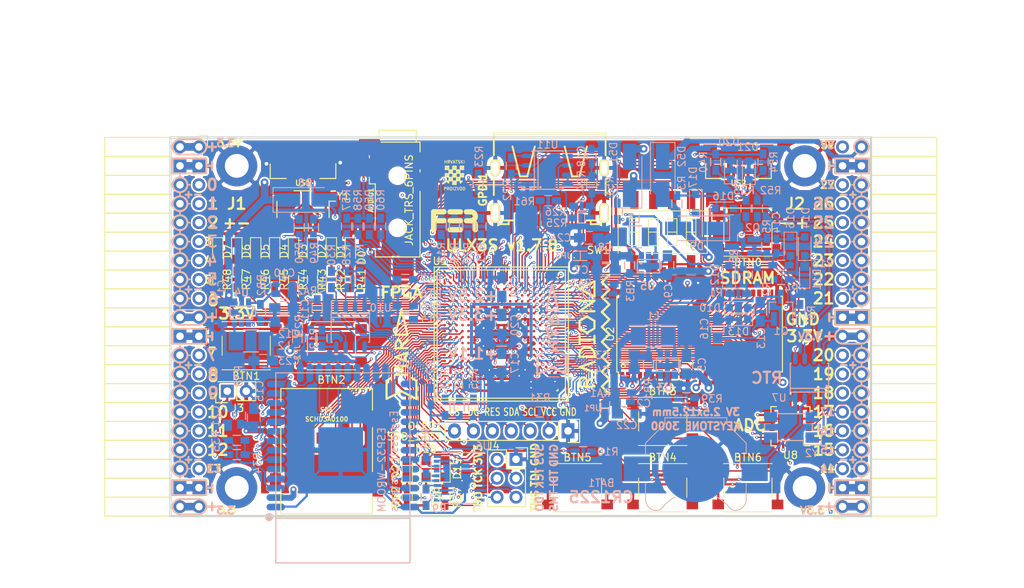
<source format=kicad_pcb>
(kicad_pcb (version 4) (host pcbnew 4.0.7+dfsg1-1)

  (general
    (links 721)
    (no_connects 0)
    (area 93.949999 61.269999 188.230001 112.370001)
    (thickness 1.6)
    (drawings 473)
    (tracks 4438)
    (zones 0)
    (modules 167)
    (nets 250)
  )

  (page A4)
  (layers
    (0 F.Cu signal)
    (1 In1.Cu signal)
    (2 In2.Cu signal)
    (31 B.Cu signal)
    (32 B.Adhes user)
    (33 F.Adhes user)
    (34 B.Paste user)
    (35 F.Paste user)
    (36 B.SilkS user)
    (37 F.SilkS user)
    (38 B.Mask user)
    (39 F.Mask user)
    (40 Dwgs.User user)
    (41 Cmts.User user)
    (42 Eco1.User user)
    (43 Eco2.User user)
    (44 Edge.Cuts user)
    (45 Margin user)
    (46 B.CrtYd user)
    (47 F.CrtYd user)
    (48 B.Fab user)
    (49 F.Fab user)
  )

  (setup
    (last_trace_width 0.3)
    (trace_clearance 0.127)
    (zone_clearance 0.127)
    (zone_45_only no)
    (trace_min 0.127)
    (segment_width 0.2)
    (edge_width 0.2)
    (via_size 0.4)
    (via_drill 0.2)
    (via_min_size 0.4)
    (via_min_drill 0.2)
    (uvia_size 0.3)
    (uvia_drill 0.1)
    (uvias_allowed no)
    (uvia_min_size 0.2)
    (uvia_min_drill 0.1)
    (pcb_text_width 0.3)
    (pcb_text_size 1.5 1.5)
    (mod_edge_width 0.15)
    (mod_text_size 1 1)
    (mod_text_width 0.15)
    (pad_size 1.7272 1.7272)
    (pad_drill 1.016)
    (pad_to_mask_clearance 0.05)
    (aux_axis_origin 94.1 112.22)
    (grid_origin 94.1 112.22)
    (visible_elements 7FFFFFFF)
    (pcbplotparams
      (layerselection 0x310f0_80000007)
      (usegerberextensions true)
      (excludeedgelayer true)
      (linewidth 0.100000)
      (plotframeref false)
      (viasonmask false)
      (mode 1)
      (useauxorigin false)
      (hpglpennumber 1)
      (hpglpenspeed 20)
      (hpglpendiameter 15)
      (hpglpenoverlay 2)
      (psnegative false)
      (psa4output false)
      (plotreference true)
      (plotvalue true)
      (plotinvisibletext false)
      (padsonsilk false)
      (subtractmaskfromsilk false)
      (outputformat 1)
      (mirror false)
      (drillshape 0)
      (scaleselection 1)
      (outputdirectory plot))
  )

  (net 0 "")
  (net 1 GND)
  (net 2 +5V)
  (net 3 /gpio/IN5V)
  (net 4 /gpio/OUT5V)
  (net 5 +3V3)
  (net 6 BTN_D)
  (net 7 BTN_F1)
  (net 8 BTN_F2)
  (net 9 BTN_L)
  (net 10 BTN_R)
  (net 11 BTN_U)
  (net 12 /power/FB1)
  (net 13 +2V5)
  (net 14 /power/PWREN)
  (net 15 /power/FB3)
  (net 16 /power/FB2)
  (net 17 "Net-(D9-Pad1)")
  (net 18 /power/VBAT)
  (net 19 JTAG_TDI)
  (net 20 JTAG_TCK)
  (net 21 JTAG_TMS)
  (net 22 JTAG_TDO)
  (net 23 /power/WAKEUPn)
  (net 24 /power/WKUP)
  (net 25 /power/SHUT)
  (net 26 /power/WAKE)
  (net 27 /power/HOLD)
  (net 28 /power/WKn)
  (net 29 /power/OSCI_32k)
  (net 30 /power/OSCO_32k)
  (net 31 "Net-(Q2-Pad3)")
  (net 32 SHUTDOWN)
  (net 33 /analog/AUDIO_L)
  (net 34 /analog/AUDIO_R)
  (net 35 GPDI_5V_SCL)
  (net 36 GPDI_5V_SDA)
  (net 37 GPDI_SDA)
  (net 38 GPDI_SCL)
  (net 39 /gpdi/VREF2)
  (net 40 SD_CMD)
  (net 41 SD_CLK)
  (net 42 SD_D0)
  (net 43 SD_D1)
  (net 44 USB5V)
  (net 45 GPDI_CEC)
  (net 46 nRESET)
  (net 47 FTDI_nDTR)
  (net 48 SDRAM_CKE)
  (net 49 SDRAM_A7)
  (net 50 SDRAM_D15)
  (net 51 SDRAM_BA1)
  (net 52 SDRAM_D7)
  (net 53 SDRAM_A6)
  (net 54 SDRAM_CLK)
  (net 55 SDRAM_D13)
  (net 56 SDRAM_BA0)
  (net 57 SDRAM_D6)
  (net 58 SDRAM_A5)
  (net 59 SDRAM_D14)
  (net 60 SDRAM_A11)
  (net 61 SDRAM_D12)
  (net 62 SDRAM_D5)
  (net 63 SDRAM_A4)
  (net 64 SDRAM_A10)
  (net 65 SDRAM_D11)
  (net 66 SDRAM_A3)
  (net 67 SDRAM_D4)
  (net 68 SDRAM_D10)
  (net 69 SDRAM_D9)
  (net 70 SDRAM_A9)
  (net 71 SDRAM_D3)
  (net 72 SDRAM_D8)
  (net 73 SDRAM_A8)
  (net 74 SDRAM_A2)
  (net 75 SDRAM_A1)
  (net 76 SDRAM_A0)
  (net 77 SDRAM_D2)
  (net 78 SDRAM_D1)
  (net 79 SDRAM_D0)
  (net 80 SDRAM_DQM0)
  (net 81 SDRAM_nCS)
  (net 82 SDRAM_nRAS)
  (net 83 SDRAM_DQM1)
  (net 84 SDRAM_nCAS)
  (net 85 SDRAM_nWE)
  (net 86 /flash/FLASH_nWP)
  (net 87 /flash/FLASH_nHOLD)
  (net 88 /flash/FLASH_MOSI)
  (net 89 /flash/FLASH_MISO)
  (net 90 /flash/FLASH_SCK)
  (net 91 /flash/FLASH_nCS)
  (net 92 /flash/FPGA_PROGRAMN)
  (net 93 /flash/FPGA_DONE)
  (net 94 /flash/FPGA_INITN)
  (net 95 OLED_RES)
  (net 96 OLED_DC)
  (net 97 OLED_CS)
  (net 98 WIFI_EN)
  (net 99 FTDI_nRTS)
  (net 100 FTDI_TXD)
  (net 101 FTDI_RXD)
  (net 102 WIFI_RXD)
  (net 103 WIFI_GPIO0)
  (net 104 WIFI_TXD)
  (net 105 GPDI_ETH-)
  (net 106 GPDI_ETH+)
  (net 107 GPDI_D2+)
  (net 108 GPDI_D2-)
  (net 109 GPDI_D1+)
  (net 110 GPDI_D1-)
  (net 111 GPDI_D0+)
  (net 112 GPDI_D0-)
  (net 113 GPDI_CLK+)
  (net 114 GPDI_CLK-)
  (net 115 USB_FTDI_D+)
  (net 116 USB_FTDI_D-)
  (net 117 SD_D3)
  (net 118 AUDIO_L3)
  (net 119 AUDIO_L2)
  (net 120 AUDIO_L1)
  (net 121 AUDIO_L0)
  (net 122 AUDIO_R3)
  (net 123 AUDIO_R2)
  (net 124 AUDIO_R1)
  (net 125 AUDIO_R0)
  (net 126 OLED_CLK)
  (net 127 OLED_MOSI)
  (net 128 LED0)
  (net 129 LED1)
  (net 130 LED2)
  (net 131 LED3)
  (net 132 LED4)
  (net 133 LED5)
  (net 134 LED6)
  (net 135 LED7)
  (net 136 BTN_PWRn)
  (net 137 FTDI_nTXLED)
  (net 138 FTDI_nSLEEP)
  (net 139 /blinkey/LED_PWREN)
  (net 140 /blinkey/LED_TXLED)
  (net 141 /sdcard/SD3V3)
  (net 142 SD_D2)
  (net 143 CLK_25MHz)
  (net 144 /blinkey/BTNPUL)
  (net 145 /blinkey/BTNPUR)
  (net 146 USB_FPGA_D+)
  (net 147 /power/FTDI_nSUSPEND)
  (net 148 /blinkey/ALED0)
  (net 149 /blinkey/ALED1)
  (net 150 /blinkey/ALED2)
  (net 151 /blinkey/ALED3)
  (net 152 /blinkey/ALED4)
  (net 153 /blinkey/ALED5)
  (net 154 /blinkey/ALED6)
  (net 155 /blinkey/ALED7)
  (net 156 /usb/FTD-)
  (net 157 /usb/FTD+)
  (net 158 ADC_MISO)
  (net 159 ADC_MOSI)
  (net 160 ADC_CSn)
  (net 161 ADC_SCLK)
  (net 162 SW3)
  (net 163 SW2)
  (net 164 SW1)
  (net 165 USB_FPGA_D-)
  (net 166 /usb/FPD+)
  (net 167 /usb/FPD-)
  (net 168 WIFI_GPIO16)
  (net 169 WIFI_GPIO15)
  (net 170 /usb/ANT_433MHz)
  (net 171 /power/PWRBTn)
  (net 172 PROG_DONE)
  (net 173 /power/P3V3)
  (net 174 /power/P2V5)
  (net 175 /power/L1)
  (net 176 /power/L3)
  (net 177 /power/L2)
  (net 178 FTDI_TXDEN)
  (net 179 SDRAM_A12)
  (net 180 /analog/AUDIO_V)
  (net 181 AUDIO_V3)
  (net 182 AUDIO_V2)
  (net 183 AUDIO_V1)
  (net 184 AUDIO_V0)
  (net 185 /gpdi/FPGA_CEC)
  (net 186 /blinkey/LED_WIFI)
  (net 187 WIFI_GPIO2)
  (net 188 /power/P1V1)
  (net 189 +1V1)
  (net 190 SW4)
  (net 191 /blinkey/SWPU)
  (net 192 /wifi/WIFIEN)
  (net 193 FT2V5)
  (net 194 GN0)
  (net 195 GP0)
  (net 196 GN1)
  (net 197 GP1)
  (net 198 GN2)
  (net 199 GP2)
  (net 200 GN3)
  (net 201 GP3)
  (net 202 GN4)
  (net 203 GP4)
  (net 204 GN5)
  (net 205 GP5)
  (net 206 GN6)
  (net 207 GP6)
  (net 208 GN14)
  (net 209 GP14)
  (net 210 GN15)
  (net 211 GP15)
  (net 212 GN16)
  (net 213 GP16)
  (net 214 GN17)
  (net 215 GP17)
  (net 216 GN18)
  (net 217 GP18)
  (net 218 GN19)
  (net 219 GP19)
  (net 220 GN20)
  (net 221 GP20)
  (net 222 GN21)
  (net 223 GP21)
  (net 224 GN22)
  (net 225 GP22)
  (net 226 GN23)
  (net 227 GP23)
  (net 228 GN24)
  (net 229 GP24)
  (net 230 GN25)
  (net 231 GP25)
  (net 232 GN26)
  (net 233 GP26)
  (net 234 GN27)
  (net 235 GP27)
  (net 236 GN7)
  (net 237 GP7)
  (net 238 GN8)
  (net 239 GP8)
  (net 240 GN9)
  (net 241 GP9)
  (net 242 GN10)
  (net 243 GP10)
  (net 244 GN11)
  (net 245 GP11)
  (net 246 GN12)
  (net 247 GP12)
  (net 248 GN13)
  (net 249 GP13)

  (net_class Default "This is the default net class."
    (clearance 0.127)
    (trace_width 0.3)
    (via_dia 0.4)
    (via_drill 0.2)
    (uvia_dia 0.3)
    (uvia_drill 0.1)
    (add_net +1V1)
    (add_net +2V5)
    (add_net +3V3)
    (add_net +5V)
    (add_net /analog/AUDIO_L)
    (add_net /analog/AUDIO_R)
    (add_net /analog/AUDIO_V)
    (add_net /blinkey/ALED0)
    (add_net /blinkey/ALED1)
    (add_net /blinkey/ALED2)
    (add_net /blinkey/ALED3)
    (add_net /blinkey/ALED4)
    (add_net /blinkey/ALED5)
    (add_net /blinkey/ALED6)
    (add_net /blinkey/ALED7)
    (add_net /blinkey/BTNPUL)
    (add_net /blinkey/BTNPUR)
    (add_net /blinkey/LED_PWREN)
    (add_net /blinkey/LED_TXLED)
    (add_net /blinkey/LED_WIFI)
    (add_net /blinkey/SWPU)
    (add_net /gpdi/VREF2)
    (add_net /gpio/IN5V)
    (add_net /gpio/OUT5V)
    (add_net /power/FB1)
    (add_net /power/FB2)
    (add_net /power/FB3)
    (add_net /power/FTDI_nSUSPEND)
    (add_net /power/HOLD)
    (add_net /power/L1)
    (add_net /power/L2)
    (add_net /power/L3)
    (add_net /power/OSCI_32k)
    (add_net /power/OSCO_32k)
    (add_net /power/P1V1)
    (add_net /power/P2V5)
    (add_net /power/P3V3)
    (add_net /power/PWRBTn)
    (add_net /power/PWREN)
    (add_net /power/SHUT)
    (add_net /power/VBAT)
    (add_net /power/WAKE)
    (add_net /power/WAKEUPn)
    (add_net /power/WKUP)
    (add_net /power/WKn)
    (add_net /sdcard/SD3V3)
    (add_net /usb/ANT_433MHz)
    (add_net /usb/FPD+)
    (add_net /usb/FPD-)
    (add_net /usb/FTD+)
    (add_net /usb/FTD-)
    (add_net /wifi/WIFIEN)
    (add_net FT2V5)
    (add_net GND)
    (add_net "Net-(D9-Pad1)")
    (add_net "Net-(Q2-Pad3)")
    (add_net SW4)
    (add_net USB5V)
    (add_net WIFI_GPIO2)
  )

  (net_class BGA ""
    (clearance 0.127)
    (trace_width 0.19)
    (via_dia 0.4)
    (via_drill 0.2)
    (uvia_dia 0.3)
    (uvia_drill 0.1)
    (add_net /flash/FLASH_MISO)
    (add_net /flash/FLASH_MOSI)
    (add_net /flash/FLASH_SCK)
    (add_net /flash/FLASH_nCS)
    (add_net /flash/FLASH_nHOLD)
    (add_net /flash/FLASH_nWP)
    (add_net /flash/FPGA_DONE)
    (add_net /flash/FPGA_INITN)
    (add_net /flash/FPGA_PROGRAMN)
    (add_net /gpdi/FPGA_CEC)
    (add_net ADC_CSn)
    (add_net ADC_MISO)
    (add_net ADC_MOSI)
    (add_net ADC_SCLK)
    (add_net AUDIO_L0)
    (add_net AUDIO_L1)
    (add_net AUDIO_L2)
    (add_net AUDIO_L3)
    (add_net AUDIO_R0)
    (add_net AUDIO_R1)
    (add_net AUDIO_R2)
    (add_net AUDIO_R3)
    (add_net AUDIO_V0)
    (add_net AUDIO_V1)
    (add_net AUDIO_V2)
    (add_net AUDIO_V3)
    (add_net BTN_D)
    (add_net BTN_F1)
    (add_net BTN_F2)
    (add_net BTN_L)
    (add_net BTN_PWRn)
    (add_net BTN_R)
    (add_net BTN_U)
    (add_net CLK_25MHz)
    (add_net FTDI_RXD)
    (add_net FTDI_TXD)
    (add_net FTDI_TXDEN)
    (add_net FTDI_nDTR)
    (add_net FTDI_nRTS)
    (add_net FTDI_nSLEEP)
    (add_net FTDI_nTXLED)
    (add_net GN0)
    (add_net GN1)
    (add_net GN10)
    (add_net GN11)
    (add_net GN12)
    (add_net GN13)
    (add_net GN14)
    (add_net GN15)
    (add_net GN16)
    (add_net GN17)
    (add_net GN18)
    (add_net GN19)
    (add_net GN2)
    (add_net GN20)
    (add_net GN21)
    (add_net GN22)
    (add_net GN23)
    (add_net GN24)
    (add_net GN25)
    (add_net GN26)
    (add_net GN27)
    (add_net GN3)
    (add_net GN4)
    (add_net GN5)
    (add_net GN6)
    (add_net GN7)
    (add_net GN8)
    (add_net GN9)
    (add_net GP0)
    (add_net GP1)
    (add_net GP10)
    (add_net GP11)
    (add_net GP12)
    (add_net GP13)
    (add_net GP14)
    (add_net GP15)
    (add_net GP16)
    (add_net GP17)
    (add_net GP18)
    (add_net GP19)
    (add_net GP2)
    (add_net GP20)
    (add_net GP21)
    (add_net GP22)
    (add_net GP23)
    (add_net GP24)
    (add_net GP25)
    (add_net GP26)
    (add_net GP27)
    (add_net GP3)
    (add_net GP4)
    (add_net GP5)
    (add_net GP6)
    (add_net GP7)
    (add_net GP8)
    (add_net GP9)
    (add_net GPDI_5V_SCL)
    (add_net GPDI_5V_SDA)
    (add_net GPDI_CEC)
    (add_net GPDI_CLK+)
    (add_net GPDI_CLK-)
    (add_net GPDI_D0+)
    (add_net GPDI_D0-)
    (add_net GPDI_D1+)
    (add_net GPDI_D1-)
    (add_net GPDI_D2+)
    (add_net GPDI_D2-)
    (add_net GPDI_ETH+)
    (add_net GPDI_ETH-)
    (add_net GPDI_SCL)
    (add_net GPDI_SDA)
    (add_net JTAG_TCK)
    (add_net JTAG_TDI)
    (add_net JTAG_TDO)
    (add_net JTAG_TMS)
    (add_net LED0)
    (add_net LED1)
    (add_net LED2)
    (add_net LED3)
    (add_net LED4)
    (add_net LED5)
    (add_net LED6)
    (add_net LED7)
    (add_net OLED_CLK)
    (add_net OLED_CS)
    (add_net OLED_DC)
    (add_net OLED_MOSI)
    (add_net OLED_RES)
    (add_net PROG_DONE)
    (add_net SDRAM_A0)
    (add_net SDRAM_A1)
    (add_net SDRAM_A10)
    (add_net SDRAM_A11)
    (add_net SDRAM_A12)
    (add_net SDRAM_A2)
    (add_net SDRAM_A3)
    (add_net SDRAM_A4)
    (add_net SDRAM_A5)
    (add_net SDRAM_A6)
    (add_net SDRAM_A7)
    (add_net SDRAM_A8)
    (add_net SDRAM_A9)
    (add_net SDRAM_BA0)
    (add_net SDRAM_BA1)
    (add_net SDRAM_CKE)
    (add_net SDRAM_CLK)
    (add_net SDRAM_D0)
    (add_net SDRAM_D1)
    (add_net SDRAM_D10)
    (add_net SDRAM_D11)
    (add_net SDRAM_D12)
    (add_net SDRAM_D13)
    (add_net SDRAM_D14)
    (add_net SDRAM_D15)
    (add_net SDRAM_D2)
    (add_net SDRAM_D3)
    (add_net SDRAM_D4)
    (add_net SDRAM_D5)
    (add_net SDRAM_D6)
    (add_net SDRAM_D7)
    (add_net SDRAM_D8)
    (add_net SDRAM_D9)
    (add_net SDRAM_DQM0)
    (add_net SDRAM_DQM1)
    (add_net SDRAM_nCAS)
    (add_net SDRAM_nCS)
    (add_net SDRAM_nRAS)
    (add_net SDRAM_nWE)
    (add_net SD_CLK)
    (add_net SD_CMD)
    (add_net SD_D0)
    (add_net SD_D1)
    (add_net SD_D2)
    (add_net SD_D3)
    (add_net SHUTDOWN)
    (add_net SW1)
    (add_net SW2)
    (add_net SW3)
    (add_net USB_FPGA_D+)
    (add_net USB_FPGA_D-)
    (add_net USB_FTDI_D+)
    (add_net USB_FTDI_D-)
    (add_net WIFI_EN)
    (add_net WIFI_GPIO0)
    (add_net WIFI_GPIO15)
    (add_net WIFI_GPIO16)
    (add_net WIFI_RXD)
    (add_net WIFI_TXD)
    (add_net nRESET)
  )

  (net_class Minimal ""
    (clearance 0.127)
    (trace_width 0.127)
    (via_dia 0.4)
    (via_drill 0.2)
    (uvia_dia 0.3)
    (uvia_drill 0.1)
  )

  (module Socket_Strips:Socket_Strip_Angled_2x20 (layer F.Cu) (tedit 5A2B354F) (tstamp 58E6BE3D)
    (at 97.91 62.69 270)
    (descr "Through hole socket strip")
    (tags "socket strip")
    (path /56AC389C/58E6B835)
    (fp_text reference J1 (at 7.62 -5.08 360) (layer F.SilkS)
      (effects (font (size 1.5 1.5) (thickness 0.3)))
    )
    (fp_text value CONN_02X20 (at 0 -2.6 270) (layer F.Fab) hide
      (effects (font (size 1 1) (thickness 0.15)))
    )
    (fp_line (start -1.75 -1.35) (end -1.75 13.15) (layer F.CrtYd) (width 0.05))
    (fp_line (start 50.05 -1.35) (end 50.05 13.15) (layer F.CrtYd) (width 0.05))
    (fp_line (start -1.75 -1.35) (end 50.05 -1.35) (layer F.CrtYd) (width 0.05))
    (fp_line (start -1.75 13.15) (end 50.05 13.15) (layer F.CrtYd) (width 0.05))
    (fp_line (start 49.53 12.64) (end 49.53 3.81) (layer F.SilkS) (width 0.15))
    (fp_line (start 46.99 12.64) (end 49.53 12.64) (layer F.SilkS) (width 0.15))
    (fp_line (start 46.99 3.81) (end 49.53 3.81) (layer F.SilkS) (width 0.15))
    (fp_line (start 49.53 3.81) (end 49.53 12.64) (layer F.SilkS) (width 0.15))
    (fp_line (start 46.99 3.81) (end 46.99 12.64) (layer F.SilkS) (width 0.15))
    (fp_line (start 44.45 3.81) (end 46.99 3.81) (layer F.SilkS) (width 0.15))
    (fp_line (start 44.45 12.64) (end 46.99 12.64) (layer F.SilkS) (width 0.15))
    (fp_line (start 46.99 12.64) (end 46.99 3.81) (layer F.SilkS) (width 0.15))
    (fp_line (start 29.21 12.64) (end 29.21 3.81) (layer F.SilkS) (width 0.15))
    (fp_line (start 26.67 12.64) (end 29.21 12.64) (layer F.SilkS) (width 0.15))
    (fp_line (start 26.67 3.81) (end 29.21 3.81) (layer F.SilkS) (width 0.15))
    (fp_line (start 29.21 3.81) (end 29.21 12.64) (layer F.SilkS) (width 0.15))
    (fp_line (start 31.75 3.81) (end 31.75 12.64) (layer F.SilkS) (width 0.15))
    (fp_line (start 29.21 3.81) (end 31.75 3.81) (layer F.SilkS) (width 0.15))
    (fp_line (start 29.21 12.64) (end 31.75 12.64) (layer F.SilkS) (width 0.15))
    (fp_line (start 31.75 12.64) (end 31.75 3.81) (layer F.SilkS) (width 0.15))
    (fp_line (start 44.45 12.64) (end 44.45 3.81) (layer F.SilkS) (width 0.15))
    (fp_line (start 41.91 12.64) (end 44.45 12.64) (layer F.SilkS) (width 0.15))
    (fp_line (start 41.91 3.81) (end 44.45 3.81) (layer F.SilkS) (width 0.15))
    (fp_line (start 44.45 3.81) (end 44.45 12.64) (layer F.SilkS) (width 0.15))
    (fp_line (start 41.91 3.81) (end 41.91 12.64) (layer F.SilkS) (width 0.15))
    (fp_line (start 39.37 3.81) (end 41.91 3.81) (layer F.SilkS) (width 0.15))
    (fp_line (start 39.37 12.64) (end 41.91 12.64) (layer F.SilkS) (width 0.15))
    (fp_line (start 41.91 12.64) (end 41.91 3.81) (layer F.SilkS) (width 0.15))
    (fp_line (start 39.37 12.64) (end 39.37 3.81) (layer F.SilkS) (width 0.15))
    (fp_line (start 36.83 12.64) (end 39.37 12.64) (layer F.SilkS) (width 0.15))
    (fp_line (start 36.83 3.81) (end 39.37 3.81) (layer F.SilkS) (width 0.15))
    (fp_line (start 39.37 3.81) (end 39.37 12.64) (layer F.SilkS) (width 0.15))
    (fp_line (start 36.83 3.81) (end 36.83 12.64) (layer F.SilkS) (width 0.15))
    (fp_line (start 34.29 3.81) (end 36.83 3.81) (layer F.SilkS) (width 0.15))
    (fp_line (start 34.29 12.64) (end 36.83 12.64) (layer F.SilkS) (width 0.15))
    (fp_line (start 36.83 12.64) (end 36.83 3.81) (layer F.SilkS) (width 0.15))
    (fp_line (start 34.29 12.64) (end 34.29 3.81) (layer F.SilkS) (width 0.15))
    (fp_line (start 31.75 12.64) (end 34.29 12.64) (layer F.SilkS) (width 0.15))
    (fp_line (start 31.75 3.81) (end 34.29 3.81) (layer F.SilkS) (width 0.15))
    (fp_line (start 34.29 3.81) (end 34.29 12.64) (layer F.SilkS) (width 0.15))
    (fp_line (start 16.51 3.81) (end 16.51 12.64) (layer F.SilkS) (width 0.15))
    (fp_line (start 13.97 3.81) (end 16.51 3.81) (layer F.SilkS) (width 0.15))
    (fp_line (start 13.97 12.64) (end 16.51 12.64) (layer F.SilkS) (width 0.15))
    (fp_line (start 16.51 12.64) (end 16.51 3.81) (layer F.SilkS) (width 0.15))
    (fp_line (start 19.05 12.64) (end 19.05 3.81) (layer F.SilkS) (width 0.15))
    (fp_line (start 16.51 12.64) (end 19.05 12.64) (layer F.SilkS) (width 0.15))
    (fp_line (start 16.51 3.81) (end 19.05 3.81) (layer F.SilkS) (width 0.15))
    (fp_line (start 19.05 3.81) (end 19.05 12.64) (layer F.SilkS) (width 0.15))
    (fp_line (start 21.59 3.81) (end 21.59 12.64) (layer F.SilkS) (width 0.15))
    (fp_line (start 19.05 3.81) (end 21.59 3.81) (layer F.SilkS) (width 0.15))
    (fp_line (start 19.05 12.64) (end 21.59 12.64) (layer F.SilkS) (width 0.15))
    (fp_line (start 21.59 12.64) (end 21.59 3.81) (layer F.SilkS) (width 0.15))
    (fp_line (start 24.13 12.64) (end 24.13 3.81) (layer F.SilkS) (width 0.15))
    (fp_line (start 21.59 12.64) (end 24.13 12.64) (layer F.SilkS) (width 0.15))
    (fp_line (start 21.59 3.81) (end 24.13 3.81) (layer F.SilkS) (width 0.15))
    (fp_line (start 24.13 3.81) (end 24.13 12.64) (layer F.SilkS) (width 0.15))
    (fp_line (start 26.67 3.81) (end 26.67 12.64) (layer F.SilkS) (width 0.15))
    (fp_line (start 24.13 3.81) (end 26.67 3.81) (layer F.SilkS) (width 0.15))
    (fp_line (start 24.13 12.64) (end 26.67 12.64) (layer F.SilkS) (width 0.15))
    (fp_line (start 26.67 12.64) (end 26.67 3.81) (layer F.SilkS) (width 0.15))
    (fp_line (start 13.97 12.64) (end 13.97 3.81) (layer F.SilkS) (width 0.15))
    (fp_line (start 11.43 12.64) (end 13.97 12.64) (layer F.SilkS) (width 0.15))
    (fp_line (start 11.43 3.81) (end 13.97 3.81) (layer F.SilkS) (width 0.15))
    (fp_line (start 13.97 3.81) (end 13.97 12.64) (layer F.SilkS) (width 0.15))
    (fp_line (start 11.43 3.81) (end 11.43 12.64) (layer F.SilkS) (width 0.15))
    (fp_line (start 8.89 3.81) (end 11.43 3.81) (layer F.SilkS) (width 0.15))
    (fp_line (start 8.89 12.64) (end 11.43 12.64) (layer F.SilkS) (width 0.15))
    (fp_line (start 11.43 12.64) (end 11.43 3.81) (layer F.SilkS) (width 0.15))
    (fp_line (start 8.89 12.64) (end 8.89 3.81) (layer F.SilkS) (width 0.15))
    (fp_line (start 6.35 12.64) (end 8.89 12.64) (layer F.SilkS) (width 0.15))
    (fp_line (start 6.35 3.81) (end 8.89 3.81) (layer F.SilkS) (width 0.15))
    (fp_line (start 8.89 3.81) (end 8.89 12.64) (layer F.SilkS) (width 0.15))
    (fp_line (start 6.35 3.81) (end 6.35 12.64) (layer F.SilkS) (width 0.15))
    (fp_line (start 3.81 3.81) (end 6.35 3.81) (layer F.SilkS) (width 0.15))
    (fp_line (start 3.81 12.64) (end 6.35 12.64) (layer F.SilkS) (width 0.15))
    (fp_line (start 6.35 12.64) (end 6.35 3.81) (layer F.SilkS) (width 0.15))
    (fp_line (start 3.81 12.64) (end 3.81 3.81) (layer F.SilkS) (width 0.15))
    (fp_line (start 1.27 12.64) (end 3.81 12.64) (layer F.SilkS) (width 0.15))
    (fp_line (start 1.27 3.81) (end 3.81 3.81) (layer F.SilkS) (width 0.15))
    (fp_line (start 3.81 3.81) (end 3.81 12.64) (layer F.SilkS) (width 0.15))
    (fp_line (start 1.27 3.81) (end 1.27 12.64) (layer F.SilkS) (width 0.15))
    (fp_line (start -1.27 3.81) (end 1.27 3.81) (layer F.SilkS) (width 0.15))
    (fp_line (start 0 -1.15) (end -1.55 -1.15) (layer F.SilkS) (width 0.15))
    (fp_line (start -1.55 -1.15) (end -1.55 0) (layer F.SilkS) (width 0.15))
    (fp_line (start -1.27 3.81) (end -1.27 12.64) (layer F.SilkS) (width 0.15))
    (fp_line (start -1.27 12.64) (end 1.27 12.64) (layer F.SilkS) (width 0.15))
    (fp_line (start 1.27 12.64) (end 1.27 3.81) (layer F.SilkS) (width 0.15))
    (pad 1 thru_hole oval (at 0 0 270) (size 1.7272 1.7272) (drill 1.016) (layers *.Cu *.Mask)
      (net 5 +3V3))
    (pad 2 thru_hole oval (at 0 2.54 270) (size 1.7272 1.7272) (drill 1.016) (layers *.Cu *.Mask)
      (net 5 +3V3))
    (pad 3 thru_hole rect (at 2.54 0 270) (size 1.7272 1.7272) (drill 1.016) (layers *.Cu *.Mask)
      (net 1 GND))
    (pad 4 thru_hole rect (at 2.54 2.54 270) (size 1.7272 1.7272) (drill 1.016) (layers *.Cu *.Mask)
      (net 1 GND))
    (pad 5 thru_hole oval (at 5.08 0 270) (size 1.7272 1.7272) (drill 1.016) (layers *.Cu *.Mask)
      (net 194 GN0))
    (pad 6 thru_hole oval (at 5.08 2.54 270) (size 1.7272 1.7272) (drill 1.016) (layers *.Cu *.Mask)
      (net 195 GP0))
    (pad 7 thru_hole oval (at 7.62 0 270) (size 1.7272 1.7272) (drill 1.016) (layers *.Cu *.Mask)
      (net 196 GN1))
    (pad 8 thru_hole oval (at 7.62 2.54 270) (size 1.7272 1.7272) (drill 1.016) (layers *.Cu *.Mask)
      (net 197 GP1))
    (pad 9 thru_hole oval (at 10.16 0 270) (size 1.7272 1.7272) (drill 1.016) (layers *.Cu *.Mask)
      (net 198 GN2))
    (pad 10 thru_hole oval (at 10.16 2.54 270) (size 1.7272 1.7272) (drill 1.016) (layers *.Cu *.Mask)
      (net 199 GP2))
    (pad 11 thru_hole oval (at 12.7 0 270) (size 1.7272 1.7272) (drill 1.016) (layers *.Cu *.Mask)
      (net 200 GN3))
    (pad 12 thru_hole oval (at 12.7 2.54 270) (size 1.7272 1.7272) (drill 1.016) (layers *.Cu *.Mask)
      (net 201 GP3))
    (pad 13 thru_hole oval (at 15.24 0 270) (size 1.7272 1.7272) (drill 1.016) (layers *.Cu *.Mask)
      (net 202 GN4))
    (pad 14 thru_hole oval (at 15.24 2.54 270) (size 1.7272 1.7272) (drill 1.016) (layers *.Cu *.Mask)
      (net 203 GP4))
    (pad 15 thru_hole oval (at 17.78 0 270) (size 1.7272 1.7272) (drill 1.016) (layers *.Cu *.Mask)
      (net 204 GN5))
    (pad 16 thru_hole oval (at 17.78 2.54 270) (size 1.7272 1.7272) (drill 1.016) (layers *.Cu *.Mask)
      (net 205 GP5))
    (pad 17 thru_hole oval (at 20.32 0 270) (size 1.7272 1.7272) (drill 1.016) (layers *.Cu *.Mask)
      (net 206 GN6))
    (pad 18 thru_hole oval (at 20.32 2.54 270) (size 1.7272 1.7272) (drill 1.016) (layers *.Cu *.Mask)
      (net 207 GP6))
    (pad 19 thru_hole oval (at 22.86 0 270) (size 1.7272 1.7272) (drill 1.016) (layers *.Cu *.Mask)
      (net 5 +3V3))
    (pad 20 thru_hole oval (at 22.86 2.54 270) (size 1.7272 1.7272) (drill 1.016) (layers *.Cu *.Mask)
      (net 5 +3V3))
    (pad 21 thru_hole rect (at 25.4 0 270) (size 1.7272 1.7272) (drill 1.016) (layers *.Cu *.Mask)
      (net 1 GND))
    (pad 22 thru_hole rect (at 25.4 2.54 270) (size 1.7272 1.7272) (drill 1.016) (layers *.Cu *.Mask)
      (net 1 GND))
    (pad 23 thru_hole oval (at 27.94 0 270) (size 1.7272 1.7272) (drill 1.016) (layers *.Cu *.Mask)
      (net 236 GN7))
    (pad 24 thru_hole oval (at 27.94 2.54 270) (size 1.7272 1.7272) (drill 1.016) (layers *.Cu *.Mask)
      (net 237 GP7))
    (pad 25 thru_hole oval (at 30.48 0 270) (size 1.7272 1.7272) (drill 1.016) (layers *.Cu *.Mask)
      (net 238 GN8))
    (pad 26 thru_hole oval (at 30.48 2.54 270) (size 1.7272 1.7272) (drill 1.016) (layers *.Cu *.Mask)
      (net 239 GP8))
    (pad 27 thru_hole oval (at 33.02 0 270) (size 1.7272 1.7272) (drill 1.016) (layers *.Cu *.Mask)
      (net 240 GN9))
    (pad 28 thru_hole oval (at 33.02 2.54 270) (size 1.7272 1.7272) (drill 1.016) (layers *.Cu *.Mask)
      (net 241 GP9))
    (pad 29 thru_hole oval (at 35.56 0 270) (size 1.7272 1.7272) (drill 1.016) (layers *.Cu *.Mask)
      (net 242 GN10))
    (pad 30 thru_hole oval (at 35.56 2.54 270) (size 1.7272 1.7272) (drill 1.016) (layers *.Cu *.Mask)
      (net 243 GP10))
    (pad 31 thru_hole oval (at 38.1 0 270) (size 1.7272 1.7272) (drill 1.016) (layers *.Cu *.Mask)
      (net 244 GN11))
    (pad 32 thru_hole oval (at 38.1 2.54 270) (size 1.7272 1.7272) (drill 1.016) (layers *.Cu *.Mask)
      (net 245 GP11))
    (pad 33 thru_hole oval (at 40.64 0 270) (size 1.7272 1.7272) (drill 1.016) (layers *.Cu *.Mask)
      (net 246 GN12))
    (pad 34 thru_hole oval (at 40.64 2.54 270) (size 1.7272 1.7272) (drill 1.016) (layers *.Cu *.Mask)
      (net 247 GP12))
    (pad 35 thru_hole oval (at 43.18 0 270) (size 1.7272 1.7272) (drill 1.016) (layers *.Cu *.Mask)
      (net 248 GN13))
    (pad 36 thru_hole oval (at 43.18 2.54 270) (size 1.7272 1.7272) (drill 1.016) (layers *.Cu *.Mask)
      (net 249 GP13))
    (pad 37 thru_hole rect (at 45.72 0 270) (size 1.7272 1.7272) (drill 1.016) (layers *.Cu *.Mask)
      (net 1 GND))
    (pad 38 thru_hole rect (at 45.72 2.54 270) (size 1.7272 1.7272) (drill 1.016) (layers *.Cu *.Mask)
      (net 1 GND))
    (pad 39 thru_hole oval (at 48.26 0 270) (size 1.7272 1.7272) (drill 1.016) (layers *.Cu *.Mask)
      (net 5 +3V3))
    (pad 40 thru_hole oval (at 48.26 2.54 270) (size 1.7272 1.7272) (drill 1.016) (layers *.Cu *.Mask)
      (net 5 +3V3))
    (model Socket_Strips.3dshapes/Socket_Strip_Angled_2x20.wrl
      (at (xyz 0.95 -0.05 0))
      (scale (xyz 1 1 1))
      (rotate (xyz 0 0 180))
    )
  )

  (module SMD_Packages:1Pin (layer F.Cu) (tedit 59F891E7) (tstamp 59C3DCCD)
    (at 182.67515 111.637626)
    (descr "module 1 pin (ou trou mecanique de percage)")
    (tags DEV)
    (path /58D6BF46/59C3AE47)
    (fp_text reference AE1 (at -3.236 3.798) (layer F.SilkS) hide
      (effects (font (size 1 1) (thickness 0.15)))
    )
    (fp_text value 433MHz (at 2.606 3.798) (layer F.Fab) hide
      (effects (font (size 1 1) (thickness 0.15)))
    )
    (pad 1 smd rect (at 0 0) (size 0.5 0.5) (layers B.Cu F.Paste F.Mask)
      (net 170 /usb/ANT_433MHz))
  )

  (module Resistors_SMD:R_0603_HandSoldering (layer B.Cu) (tedit 58307AEF) (tstamp 590C5C33)
    (at 103.498 98.758 90)
    (descr "Resistor SMD 0603, hand soldering")
    (tags "resistor 0603")
    (path /58DA7327/590C5D62)
    (attr smd)
    (fp_text reference R38 (at 5.334 -0.254 90) (layer B.SilkS)
      (effects (font (size 1 1) (thickness 0.15)) (justify mirror))
    )
    (fp_text value 0.47 (at 3.386 0 90) (layer B.Fab)
      (effects (font (size 1 1) (thickness 0.15)) (justify mirror))
    )
    (fp_line (start -0.8 -0.4) (end -0.8 0.4) (layer B.Fab) (width 0.1))
    (fp_line (start 0.8 -0.4) (end -0.8 -0.4) (layer B.Fab) (width 0.1))
    (fp_line (start 0.8 0.4) (end 0.8 -0.4) (layer B.Fab) (width 0.1))
    (fp_line (start -0.8 0.4) (end 0.8 0.4) (layer B.Fab) (width 0.1))
    (fp_line (start -2 0.8) (end 2 0.8) (layer B.CrtYd) (width 0.05))
    (fp_line (start -2 -0.8) (end 2 -0.8) (layer B.CrtYd) (width 0.05))
    (fp_line (start -2 0.8) (end -2 -0.8) (layer B.CrtYd) (width 0.05))
    (fp_line (start 2 0.8) (end 2 -0.8) (layer B.CrtYd) (width 0.05))
    (fp_line (start 0.5 -0.675) (end -0.5 -0.675) (layer B.SilkS) (width 0.15))
    (fp_line (start -0.5 0.675) (end 0.5 0.675) (layer B.SilkS) (width 0.15))
    (pad 1 smd rect (at -1.1 0 90) (size 1.2 0.9) (layers B.Cu B.Paste B.Mask)
      (net 141 /sdcard/SD3V3))
    (pad 2 smd rect (at 1.1 0 90) (size 1.2 0.9) (layers B.Cu B.Paste B.Mask)
      (net 5 +3V3))
    (model Resistors_SMD.3dshapes/R_0603_HandSoldering.wrl
      (at (xyz 0 0 0))
      (scale (xyz 1 1 1))
      (rotate (xyz 0 0 0))
    )
    (model Resistors_SMD.3dshapes/R_0603.wrl
      (at (xyz 0 0 0))
      (scale (xyz 1 1 1))
      (rotate (xyz 0 0 0))
    )
  )

  (module jumper:SOLDER-JUMPER_1-WAY (layer B.Cu) (tedit 59DFC21C) (tstamp 59DFBD53)
    (at 152.393 97.742 270)
    (path /58D51CAD/59DFB08A)
    (fp_text reference JP1 (at 0 1.778 360) (layer B.SilkS)
      (effects (font (size 0.762 0.762) (thickness 0.1524)) (justify mirror))
    )
    (fp_text value 1.2 (at 0 -1.524 270) (layer B.SilkS) hide
      (effects (font (size 0.762 0.762) (thickness 0.1524)) (justify mirror))
    )
    (fp_line (start 0 0.635) (end 0 -0.635) (layer B.SilkS) (width 0.15))
    (fp_line (start -0.889 -0.635) (end 0.889 -0.635) (layer B.SilkS) (width 0.15))
    (fp_line (start -0.889 0.635) (end 0.889 0.635) (layer B.SilkS) (width 0.15))
    (pad 1 smd rect (at -0.6 0 270) (size 1 1) (layers B.Cu B.Paste B.Mask)
      (net 188 /power/P1V1))
    (pad 2 smd rect (at 0.6 0 270) (size 1 1) (layers B.Cu B.Paste B.Mask)
      (net 189 +1V1))
  )

  (module Diodes_SMD:D_SMA_Handsoldering (layer B.Cu) (tedit 59D564F6) (tstamp 59D3C50D)
    (at 155.695 66.5 90)
    (descr "Diode SMA (DO-214AC) Handsoldering")
    (tags "Diode SMA (DO-214AC) Handsoldering")
    (path /56AC389C/56AC483B)
    (attr smd)
    (fp_text reference D51 (at 3.048 -2.159 90) (layer B.SilkS)
      (effects (font (size 1 1) (thickness 0.15)) (justify mirror))
    )
    (fp_text value STPS2L30AF (at 0 -2.6 90) (layer B.Fab) hide
      (effects (font (size 1 1) (thickness 0.15)) (justify mirror))
    )
    (fp_text user %R (at 3.048 -2.159 90) (layer B.Fab) hide
      (effects (font (size 1 1) (thickness 0.15)) (justify mirror))
    )
    (fp_line (start -4.4 1.65) (end -4.4 -1.65) (layer B.SilkS) (width 0.12))
    (fp_line (start 2.3 -1.5) (end -2.3 -1.5) (layer B.Fab) (width 0.1))
    (fp_line (start -2.3 -1.5) (end -2.3 1.5) (layer B.Fab) (width 0.1))
    (fp_line (start 2.3 1.5) (end 2.3 -1.5) (layer B.Fab) (width 0.1))
    (fp_line (start 2.3 1.5) (end -2.3 1.5) (layer B.Fab) (width 0.1))
    (fp_line (start -4.5 1.75) (end 4.5 1.75) (layer B.CrtYd) (width 0.05))
    (fp_line (start 4.5 1.75) (end 4.5 -1.75) (layer B.CrtYd) (width 0.05))
    (fp_line (start 4.5 -1.75) (end -4.5 -1.75) (layer B.CrtYd) (width 0.05))
    (fp_line (start -4.5 -1.75) (end -4.5 1.75) (layer B.CrtYd) (width 0.05))
    (fp_line (start -0.64944 -0.00102) (end -1.55114 -0.00102) (layer B.Fab) (width 0.1))
    (fp_line (start 0.50118 -0.00102) (end 1.4994 -0.00102) (layer B.Fab) (width 0.1))
    (fp_line (start -0.64944 0.79908) (end -0.64944 -0.80112) (layer B.Fab) (width 0.1))
    (fp_line (start 0.50118 -0.75032) (end 0.50118 0.79908) (layer B.Fab) (width 0.1))
    (fp_line (start -0.64944 -0.00102) (end 0.50118 -0.75032) (layer B.Fab) (width 0.1))
    (fp_line (start -0.64944 -0.00102) (end 0.50118 0.79908) (layer B.Fab) (width 0.1))
    (fp_line (start -4.4 -1.65) (end 2.5 -1.65) (layer B.SilkS) (width 0.12))
    (fp_line (start -4.4 1.65) (end 2.5 1.65) (layer B.SilkS) (width 0.12))
    (pad 1 smd rect (at -2.5 0 90) (size 3.5 1.8) (layers B.Cu B.Paste B.Mask)
      (net 2 +5V))
    (pad 2 smd rect (at 2.5 0 90) (size 3.5 1.8) (layers B.Cu B.Paste B.Mask)
      (net 3 /gpio/IN5V))
    (model ${KISYS3DMOD}/Diodes_SMD.3dshapes/D_SMA.wrl
      (at (xyz 0 0 0))
      (scale (xyz 1 1 1))
      (rotate (xyz 0 0 0))
    )
  )

  (module Resistors_SMD:R_0603_HandSoldering (layer B.Cu) (tedit 58307AEF) (tstamp 595B8F7A)
    (at 154.044 71.326 90)
    (descr "Resistor SMD 0603, hand soldering")
    (tags "resistor 0603")
    (path /58D6547C/595B9C2F)
    (attr smd)
    (fp_text reference R51 (at 3.302 -1.016 90) (layer B.SilkS)
      (effects (font (size 1 1) (thickness 0.15)) (justify mirror))
    )
    (fp_text value 150 (at 3.556 -0.508 90) (layer B.Fab)
      (effects (font (size 1 1) (thickness 0.15)) (justify mirror))
    )
    (fp_line (start -0.8 -0.4) (end -0.8 0.4) (layer B.Fab) (width 0.1))
    (fp_line (start 0.8 -0.4) (end -0.8 -0.4) (layer B.Fab) (width 0.1))
    (fp_line (start 0.8 0.4) (end 0.8 -0.4) (layer B.Fab) (width 0.1))
    (fp_line (start -0.8 0.4) (end 0.8 0.4) (layer B.Fab) (width 0.1))
    (fp_line (start -2 0.8) (end 2 0.8) (layer B.CrtYd) (width 0.05))
    (fp_line (start -2 -0.8) (end 2 -0.8) (layer B.CrtYd) (width 0.05))
    (fp_line (start -2 0.8) (end -2 -0.8) (layer B.CrtYd) (width 0.05))
    (fp_line (start 2 0.8) (end 2 -0.8) (layer B.CrtYd) (width 0.05))
    (fp_line (start 0.5 -0.675) (end -0.5 -0.675) (layer B.SilkS) (width 0.15))
    (fp_line (start -0.5 0.675) (end 0.5 0.675) (layer B.SilkS) (width 0.15))
    (pad 1 smd rect (at -1.1 0 90) (size 1.2 0.9) (layers B.Cu B.Paste B.Mask)
      (net 5 +3V3))
    (pad 2 smd rect (at 1.1 0 90) (size 1.2 0.9) (layers B.Cu B.Paste B.Mask)
      (net 191 /blinkey/SWPU))
    (model Resistors_SMD.3dshapes/R_0603.wrl
      (at (xyz 0 0 0))
      (scale (xyz 1 1 1))
      (rotate (xyz 0 0 0))
    )
  )

  (module Resistors_SMD:R_1210_HandSoldering (layer B.Cu) (tedit 58307C8D) (tstamp 58D58A37)
    (at 158.87 88.09 180)
    (descr "Resistor SMD 1210, hand soldering")
    (tags "resistor 1210")
    (path /58D51CAD/58D59D36)
    (attr smd)
    (fp_text reference L1 (at 0 2.7 180) (layer B.SilkS)
      (effects (font (size 1 1) (thickness 0.15)) (justify mirror))
    )
    (fp_text value 2.2uH (at 0 2.032 180) (layer B.Fab)
      (effects (font (size 1 1) (thickness 0.15)) (justify mirror))
    )
    (fp_line (start -1.6 -1.25) (end -1.6 1.25) (layer B.Fab) (width 0.1))
    (fp_line (start 1.6 -1.25) (end -1.6 -1.25) (layer B.Fab) (width 0.1))
    (fp_line (start 1.6 1.25) (end 1.6 -1.25) (layer B.Fab) (width 0.1))
    (fp_line (start -1.6 1.25) (end 1.6 1.25) (layer B.Fab) (width 0.1))
    (fp_line (start -3.3 1.6) (end 3.3 1.6) (layer B.CrtYd) (width 0.05))
    (fp_line (start -3.3 -1.6) (end 3.3 -1.6) (layer B.CrtYd) (width 0.05))
    (fp_line (start -3.3 1.6) (end -3.3 -1.6) (layer B.CrtYd) (width 0.05))
    (fp_line (start 3.3 1.6) (end 3.3 -1.6) (layer B.CrtYd) (width 0.05))
    (fp_line (start 1 -1.475) (end -1 -1.475) (layer B.SilkS) (width 0.15))
    (fp_line (start -1 1.475) (end 1 1.475) (layer B.SilkS) (width 0.15))
    (pad 1 smd rect (at -2 0 180) (size 2 2.5) (layers B.Cu B.Paste B.Mask)
      (net 175 /power/L1))
    (pad 2 smd rect (at 2 0 180) (size 2 2.5) (layers B.Cu B.Paste B.Mask)
      (net 188 /power/P1V1))
    (model Inductors_SMD.3dshapes/L_1210.wrl
      (at (xyz 0 0 0))
      (scale (xyz 1 1 1))
      (rotate (xyz 0 0 0))
    )
  )

  (module TSOT-25:TSOT-25 (layer B.Cu) (tedit 59CD7E8F) (tstamp 58D5976E)
    (at 160.775 91.9)
    (path /58D51CAD/58D58840)
    (attr smd)
    (fp_text reference U3 (at -0.381 3.048) (layer B.SilkS)
      (effects (font (size 1 1) (thickness 0.2)) (justify mirror))
    )
    (fp_text value DIO6015 (at 0 2.286) (layer B.Fab)
      (effects (font (size 0.4 0.4) (thickness 0.1)) (justify mirror))
    )
    (fp_circle (center -1 -0.4) (end -0.95 -0.5) (layer B.SilkS) (width 0.15))
    (fp_line (start -1.5 0.9) (end 1.5 0.9) (layer B.SilkS) (width 0.15))
    (fp_line (start 1.5 0.9) (end 1.5 -0.9) (layer B.SilkS) (width 0.15))
    (fp_line (start 1.5 -0.9) (end -1.5 -0.9) (layer B.SilkS) (width 0.15))
    (fp_line (start -1.5 -0.9) (end -1.5 0.9) (layer B.SilkS) (width 0.15))
    (pad 1 smd rect (at -0.95 -1.3) (size 0.7 1.2) (layers B.Cu B.Paste B.Mask)
      (net 14 /power/PWREN))
    (pad 2 smd rect (at 0 -1.3) (size 0.7 1.2) (layers B.Cu B.Paste B.Mask)
      (net 1 GND))
    (pad 3 smd rect (at 0.95 -1.3) (size 0.7 1.2) (layers B.Cu B.Paste B.Mask)
      (net 175 /power/L1))
    (pad 4 smd rect (at 0.95 1.3) (size 0.7 1.2) (layers B.Cu B.Paste B.Mask)
      (net 2 +5V))
    (pad 5 smd rect (at -0.95 1.3) (size 0.7 1.2) (layers B.Cu B.Paste B.Mask)
      (net 12 /power/FB1))
    (model TO_SOT_Packages_SMD.3dshapes/SOT-23-5.wrl
      (at (xyz 0 0 0))
      (scale (xyz 1 1 1))
      (rotate (xyz 0 0 -90))
    )
  )

  (module Resistors_SMD:R_1210_HandSoldering (layer B.Cu) (tedit 58307C8D) (tstamp 58D599B2)
    (at 104.895 88.725)
    (descr "Resistor SMD 1210, hand soldering")
    (tags "resistor 1210")
    (path /58D51CAD/58D67BD8)
    (attr smd)
    (fp_text reference L2 (at 4.445 0.635) (layer B.SilkS)
      (effects (font (size 1 1) (thickness 0.15)) (justify mirror))
    )
    (fp_text value 2.2uH (at -1.016 2.159) (layer B.Fab)
      (effects (font (size 1 1) (thickness 0.15)) (justify mirror))
    )
    (fp_line (start -1.6 -1.25) (end -1.6 1.25) (layer B.Fab) (width 0.1))
    (fp_line (start 1.6 -1.25) (end -1.6 -1.25) (layer B.Fab) (width 0.1))
    (fp_line (start 1.6 1.25) (end 1.6 -1.25) (layer B.Fab) (width 0.1))
    (fp_line (start -1.6 1.25) (end 1.6 1.25) (layer B.Fab) (width 0.1))
    (fp_line (start -3.3 1.6) (end 3.3 1.6) (layer B.CrtYd) (width 0.05))
    (fp_line (start -3.3 -1.6) (end 3.3 -1.6) (layer B.CrtYd) (width 0.05))
    (fp_line (start -3.3 1.6) (end -3.3 -1.6) (layer B.CrtYd) (width 0.05))
    (fp_line (start 3.3 1.6) (end 3.3 -1.6) (layer B.CrtYd) (width 0.05))
    (fp_line (start 1 -1.475) (end -1 -1.475) (layer B.SilkS) (width 0.15))
    (fp_line (start -1 1.475) (end 1 1.475) (layer B.SilkS) (width 0.15))
    (pad 1 smd rect (at -2 0) (size 2 2.5) (layers B.Cu B.Paste B.Mask)
      (net 177 /power/L2))
    (pad 2 smd rect (at 2 0) (size 2 2.5) (layers B.Cu B.Paste B.Mask)
      (net 174 /power/P2V5))
    (model Inductors_SMD.3dshapes/L_1210.wrl
      (at (xyz 0 0 0))
      (scale (xyz 1 1 1))
      (rotate (xyz 0 0 0))
    )
  )

  (module TSOT-25:TSOT-25 (layer B.Cu) (tedit 59CD7E82) (tstamp 58D599CD)
    (at 103.625 84.915 180)
    (path /58D51CAD/58D62946)
    (attr smd)
    (fp_text reference U4 (at 0 2.697 180) (layer B.SilkS)
      (effects (font (size 1 1) (thickness 0.2)) (justify mirror))
    )
    (fp_text value LX7172 (at 0 2.443 180) (layer B.Fab)
      (effects (font (size 0.4 0.4) (thickness 0.1)) (justify mirror))
    )
    (fp_circle (center -1 -0.4) (end -0.95 -0.5) (layer B.SilkS) (width 0.15))
    (fp_line (start -1.5 0.9) (end 1.5 0.9) (layer B.SilkS) (width 0.15))
    (fp_line (start 1.5 0.9) (end 1.5 -0.9) (layer B.SilkS) (width 0.15))
    (fp_line (start 1.5 -0.9) (end -1.5 -0.9) (layer B.SilkS) (width 0.15))
    (fp_line (start -1.5 -0.9) (end -1.5 0.9) (layer B.SilkS) (width 0.15))
    (pad 1 smd rect (at -0.95 -1.3 180) (size 0.7 1.2) (layers B.Cu B.Paste B.Mask)
      (net 14 /power/PWREN))
    (pad 2 smd rect (at 0 -1.3 180) (size 0.7 1.2) (layers B.Cu B.Paste B.Mask)
      (net 1 GND))
    (pad 3 smd rect (at 0.95 -1.3 180) (size 0.7 1.2) (layers B.Cu B.Paste B.Mask)
      (net 177 /power/L2))
    (pad 4 smd rect (at 0.95 1.3 180) (size 0.7 1.2) (layers B.Cu B.Paste B.Mask)
      (net 2 +5V))
    (pad 5 smd rect (at -0.95 1.3 180) (size 0.7 1.2) (layers B.Cu B.Paste B.Mask)
      (net 16 /power/FB2))
    (model TO_SOT_Packages_SMD.3dshapes/SOT-23-5.wrl
      (at (xyz 0 0 0))
      (scale (xyz 1 1 1))
      (rotate (xyz 0 0 -90))
    )
  )

  (module Resistors_SMD:R_1210_HandSoldering (layer B.Cu) (tedit 58307C8D) (tstamp 58D66E7E)
    (at 156.33 74.755 180)
    (descr "Resistor SMD 1210, hand soldering")
    (tags "resistor 1210")
    (path /58D51CAD/58D62964)
    (attr smd)
    (fp_text reference L3 (at 0 2.413 180) (layer B.SilkS)
      (effects (font (size 1 1) (thickness 0.15)) (justify mirror))
    )
    (fp_text value 2.2uH (at 5.842 0.381 180) (layer B.Fab)
      (effects (font (size 1 1) (thickness 0.15)) (justify mirror))
    )
    (fp_line (start -1.6 -1.25) (end -1.6 1.25) (layer B.Fab) (width 0.1))
    (fp_line (start 1.6 -1.25) (end -1.6 -1.25) (layer B.Fab) (width 0.1))
    (fp_line (start 1.6 1.25) (end 1.6 -1.25) (layer B.Fab) (width 0.1))
    (fp_line (start -1.6 1.25) (end 1.6 1.25) (layer B.Fab) (width 0.1))
    (fp_line (start -3.3 1.6) (end 3.3 1.6) (layer B.CrtYd) (width 0.05))
    (fp_line (start -3.3 -1.6) (end 3.3 -1.6) (layer B.CrtYd) (width 0.05))
    (fp_line (start -3.3 1.6) (end -3.3 -1.6) (layer B.CrtYd) (width 0.05))
    (fp_line (start 3.3 1.6) (end 3.3 -1.6) (layer B.CrtYd) (width 0.05))
    (fp_line (start 1 -1.475) (end -1 -1.475) (layer B.SilkS) (width 0.15))
    (fp_line (start -1 1.475) (end 1 1.475) (layer B.SilkS) (width 0.15))
    (pad 1 smd rect (at -2 0 180) (size 2 2.5) (layers B.Cu B.Paste B.Mask)
      (net 176 /power/L3))
    (pad 2 smd rect (at 2 0 180) (size 2 2.5) (layers B.Cu B.Paste B.Mask)
      (net 173 /power/P3V3))
    (model Inductors_SMD.3dshapes/L_1210.wrl
      (at (xyz 0 0 0))
      (scale (xyz 1 1 1))
      (rotate (xyz 0 0 0))
    )
  )

  (module TSOT-25:TSOT-25 (layer B.Cu) (tedit 59CD7D98) (tstamp 58D66E99)
    (at 158.235 78.692)
    (path /58D51CAD/58D67BBA)
    (attr smd)
    (fp_text reference U5 (at -0.127 2.667) (layer B.SilkS)
      (effects (font (size 1 1) (thickness 0.2)) (justify mirror))
    )
    (fp_text value TLV62569DBV (at 0 2.413) (layer B.Fab)
      (effects (font (size 0.4 0.4) (thickness 0.1)) (justify mirror))
    )
    (fp_circle (center -1 -0.4) (end -0.95 -0.5) (layer B.SilkS) (width 0.15))
    (fp_line (start -1.5 0.9) (end 1.5 0.9) (layer B.SilkS) (width 0.15))
    (fp_line (start 1.5 0.9) (end 1.5 -0.9) (layer B.SilkS) (width 0.15))
    (fp_line (start 1.5 -0.9) (end -1.5 -0.9) (layer B.SilkS) (width 0.15))
    (fp_line (start -1.5 -0.9) (end -1.5 0.9) (layer B.SilkS) (width 0.15))
    (pad 1 smd rect (at -0.95 -1.3) (size 0.7 1.2) (layers B.Cu B.Paste B.Mask)
      (net 14 /power/PWREN))
    (pad 2 smd rect (at 0 -1.3) (size 0.7 1.2) (layers B.Cu B.Paste B.Mask)
      (net 1 GND))
    (pad 3 smd rect (at 0.95 -1.3) (size 0.7 1.2) (layers B.Cu B.Paste B.Mask)
      (net 176 /power/L3))
    (pad 4 smd rect (at 0.95 1.3) (size 0.7 1.2) (layers B.Cu B.Paste B.Mask)
      (net 2 +5V))
    (pad 5 smd rect (at -0.95 1.3) (size 0.7 1.2) (layers B.Cu B.Paste B.Mask)
      (net 15 /power/FB3))
    (model TO_SOT_Packages_SMD.3dshapes/SOT-23-5.wrl
      (at (xyz 0 0 0))
      (scale (xyz 1 1 1))
      (rotate (xyz 0 0 -90))
    )
  )

  (module Capacitors_SMD:C_0805_HandSoldering (layer B.Cu) (tedit 541A9B8D) (tstamp 58D68B19)
    (at 101.085 84.915 270)
    (descr "Capacitor SMD 0805, hand soldering")
    (tags "capacitor 0805")
    (path /58D51CAD/58D598B7)
    (attr smd)
    (fp_text reference C1 (at -3.429 0.127 270) (layer B.SilkS)
      (effects (font (size 1 1) (thickness 0.15)) (justify mirror))
    )
    (fp_text value 22uF (at -3.429 -0.127 270) (layer B.Fab)
      (effects (font (size 1 1) (thickness 0.15)) (justify mirror))
    )
    (fp_line (start -1 -0.625) (end -1 0.625) (layer B.Fab) (width 0.15))
    (fp_line (start 1 -0.625) (end -1 -0.625) (layer B.Fab) (width 0.15))
    (fp_line (start 1 0.625) (end 1 -0.625) (layer B.Fab) (width 0.15))
    (fp_line (start -1 0.625) (end 1 0.625) (layer B.Fab) (width 0.15))
    (fp_line (start -2.3 1) (end 2.3 1) (layer B.CrtYd) (width 0.05))
    (fp_line (start -2.3 -1) (end 2.3 -1) (layer B.CrtYd) (width 0.05))
    (fp_line (start -2.3 1) (end -2.3 -1) (layer B.CrtYd) (width 0.05))
    (fp_line (start 2.3 1) (end 2.3 -1) (layer B.CrtYd) (width 0.05))
    (fp_line (start 0.5 0.85) (end -0.5 0.85) (layer B.SilkS) (width 0.15))
    (fp_line (start -0.5 -0.85) (end 0.5 -0.85) (layer B.SilkS) (width 0.15))
    (pad 1 smd rect (at -1.25 0 270) (size 1.5 1.25) (layers B.Cu B.Paste B.Mask)
      (net 2 +5V))
    (pad 2 smd rect (at 1.25 0 270) (size 1.5 1.25) (layers B.Cu B.Paste B.Mask)
      (net 1 GND))
    (model Capacitors_SMD.3dshapes/C_0805.wrl
      (at (xyz 0 0 0))
      (scale (xyz 1 1 1))
      (rotate (xyz 0 0 0))
    )
  )

  (module Capacitors_SMD:C_0805_HandSoldering (layer B.Cu) (tedit 541A9B8D) (tstamp 58D68B1E)
    (at 155.06 90.63)
    (descr "Capacitor SMD 0805, hand soldering")
    (tags "capacitor 0805")
    (path /58D51CAD/58D5AE64)
    (attr smd)
    (fp_text reference C3 (at -3.048 0) (layer B.SilkS)
      (effects (font (size 1 1) (thickness 0.15)) (justify mirror))
    )
    (fp_text value 22uF (at -4.064 0) (layer B.Fab)
      (effects (font (size 1 1) (thickness 0.15)) (justify mirror))
    )
    (fp_line (start -1 -0.625) (end -1 0.625) (layer B.Fab) (width 0.15))
    (fp_line (start 1 -0.625) (end -1 -0.625) (layer B.Fab) (width 0.15))
    (fp_line (start 1 0.625) (end 1 -0.625) (layer B.Fab) (width 0.15))
    (fp_line (start -1 0.625) (end 1 0.625) (layer B.Fab) (width 0.15))
    (fp_line (start -2.3 1) (end 2.3 1) (layer B.CrtYd) (width 0.05))
    (fp_line (start -2.3 -1) (end 2.3 -1) (layer B.CrtYd) (width 0.05))
    (fp_line (start -2.3 1) (end -2.3 -1) (layer B.CrtYd) (width 0.05))
    (fp_line (start 2.3 1) (end 2.3 -1) (layer B.CrtYd) (width 0.05))
    (fp_line (start 0.5 0.85) (end -0.5 0.85) (layer B.SilkS) (width 0.15))
    (fp_line (start -0.5 -0.85) (end 0.5 -0.85) (layer B.SilkS) (width 0.15))
    (pad 1 smd rect (at -1.25 0) (size 1.5 1.25) (layers B.Cu B.Paste B.Mask)
      (net 188 /power/P1V1))
    (pad 2 smd rect (at 1.25 0) (size 1.5 1.25) (layers B.Cu B.Paste B.Mask)
      (net 1 GND))
    (model Capacitors_SMD.3dshapes/C_0805.wrl
      (at (xyz 0 0 0))
      (scale (xyz 1 1 1))
      (rotate (xyz 0 0 0))
    )
  )

  (module Capacitors_SMD:C_0805_HandSoldering (layer B.Cu) (tedit 541A9B8D) (tstamp 58D68B23)
    (at 155.06 92.535)
    (descr "Capacitor SMD 0805, hand soldering")
    (tags "capacitor 0805")
    (path /58D51CAD/58D5AEB3)
    (attr smd)
    (fp_text reference C4 (at -3.048 0.127) (layer B.SilkS)
      (effects (font (size 1 1) (thickness 0.15)) (justify mirror))
    )
    (fp_text value 22uF (at -4.064 0.127) (layer B.Fab)
      (effects (font (size 1 1) (thickness 0.15)) (justify mirror))
    )
    (fp_line (start -1 -0.625) (end -1 0.625) (layer B.Fab) (width 0.15))
    (fp_line (start 1 -0.625) (end -1 -0.625) (layer B.Fab) (width 0.15))
    (fp_line (start 1 0.625) (end 1 -0.625) (layer B.Fab) (width 0.15))
    (fp_line (start -1 0.625) (end 1 0.625) (layer B.Fab) (width 0.15))
    (fp_line (start -2.3 1) (end 2.3 1) (layer B.CrtYd) (width 0.05))
    (fp_line (start -2.3 -1) (end 2.3 -1) (layer B.CrtYd) (width 0.05))
    (fp_line (start -2.3 1) (end -2.3 -1) (layer B.CrtYd) (width 0.05))
    (fp_line (start 2.3 1) (end 2.3 -1) (layer B.CrtYd) (width 0.05))
    (fp_line (start 0.5 0.85) (end -0.5 0.85) (layer B.SilkS) (width 0.15))
    (fp_line (start -0.5 -0.85) (end 0.5 -0.85) (layer B.SilkS) (width 0.15))
    (pad 1 smd rect (at -1.25 0) (size 1.5 1.25) (layers B.Cu B.Paste B.Mask)
      (net 188 /power/P1V1))
    (pad 2 smd rect (at 1.25 0) (size 1.5 1.25) (layers B.Cu B.Paste B.Mask)
      (net 1 GND))
    (model Capacitors_SMD.3dshapes/C_0805.wrl
      (at (xyz 0 0 0))
      (scale (xyz 1 1 1))
      (rotate (xyz 0 0 0))
    )
  )

  (module Capacitors_SMD:C_0805_HandSoldering (layer B.Cu) (tedit 541A9B8D) (tstamp 58D68B28)
    (at 163.315 91.9 90)
    (descr "Capacitor SMD 0805, hand soldering")
    (tags "capacitor 0805")
    (path /58D51CAD/58D6295E)
    (attr smd)
    (fp_text reference C5 (at 0 2.1 90) (layer B.SilkS)
      (effects (font (size 1 1) (thickness 0.15)) (justify mirror))
    )
    (fp_text value 22uF (at 0.254 1.651 90) (layer B.Fab)
      (effects (font (size 1 1) (thickness 0.15)) (justify mirror))
    )
    (fp_line (start -1 -0.625) (end -1 0.625) (layer B.Fab) (width 0.15))
    (fp_line (start 1 -0.625) (end -1 -0.625) (layer B.Fab) (width 0.15))
    (fp_line (start 1 0.625) (end 1 -0.625) (layer B.Fab) (width 0.15))
    (fp_line (start -1 0.625) (end 1 0.625) (layer B.Fab) (width 0.15))
    (fp_line (start -2.3 1) (end 2.3 1) (layer B.CrtYd) (width 0.05))
    (fp_line (start -2.3 -1) (end 2.3 -1) (layer B.CrtYd) (width 0.05))
    (fp_line (start -2.3 1) (end -2.3 -1) (layer B.CrtYd) (width 0.05))
    (fp_line (start 2.3 1) (end 2.3 -1) (layer B.CrtYd) (width 0.05))
    (fp_line (start 0.5 0.85) (end -0.5 0.85) (layer B.SilkS) (width 0.15))
    (fp_line (start -0.5 -0.85) (end 0.5 -0.85) (layer B.SilkS) (width 0.15))
    (pad 1 smd rect (at -1.25 0 90) (size 1.5 1.25) (layers B.Cu B.Paste B.Mask)
      (net 2 +5V))
    (pad 2 smd rect (at 1.25 0 90) (size 1.5 1.25) (layers B.Cu B.Paste B.Mask)
      (net 1 GND))
    (model Capacitors_SMD.3dshapes/C_0805.wrl
      (at (xyz 0 0 0))
      (scale (xyz 1 1 1))
      (rotate (xyz 0 0 0))
    )
  )

  (module Capacitors_SMD:C_0805_HandSoldering (layer B.Cu) (tedit 541A9B8D) (tstamp 58D68B2D)
    (at 152.52 79.2)
    (descr "Capacitor SMD 0805, hand soldering")
    (tags "capacitor 0805")
    (path /58D51CAD/58D62988)
    (attr smd)
    (fp_text reference C7 (at -3.302 0) (layer B.SilkS)
      (effects (font (size 1 1) (thickness 0.15)) (justify mirror))
    )
    (fp_text value 22uF (at -4.318 0) (layer B.Fab)
      (effects (font (size 1 1) (thickness 0.15)) (justify mirror))
    )
    (fp_line (start -1 -0.625) (end -1 0.625) (layer B.Fab) (width 0.15))
    (fp_line (start 1 -0.625) (end -1 -0.625) (layer B.Fab) (width 0.15))
    (fp_line (start 1 0.625) (end 1 -0.625) (layer B.Fab) (width 0.15))
    (fp_line (start -1 0.625) (end 1 0.625) (layer B.Fab) (width 0.15))
    (fp_line (start -2.3 1) (end 2.3 1) (layer B.CrtYd) (width 0.05))
    (fp_line (start -2.3 -1) (end 2.3 -1) (layer B.CrtYd) (width 0.05))
    (fp_line (start -2.3 1) (end -2.3 -1) (layer B.CrtYd) (width 0.05))
    (fp_line (start 2.3 1) (end 2.3 -1) (layer B.CrtYd) (width 0.05))
    (fp_line (start 0.5 0.85) (end -0.5 0.85) (layer B.SilkS) (width 0.15))
    (fp_line (start -0.5 -0.85) (end 0.5 -0.85) (layer B.SilkS) (width 0.15))
    (pad 1 smd rect (at -1.25 0) (size 1.5 1.25) (layers B.Cu B.Paste B.Mask)
      (net 173 /power/P3V3))
    (pad 2 smd rect (at 1.25 0) (size 1.5 1.25) (layers B.Cu B.Paste B.Mask)
      (net 1 GND))
    (model Capacitors_SMD.3dshapes/C_0805.wrl
      (at (xyz 0 0 0))
      (scale (xyz 1 1 1))
      (rotate (xyz 0 0 0))
    )
  )

  (module Capacitors_SMD:C_0805_HandSoldering (layer B.Cu) (tedit 541A9B8D) (tstamp 58D68B32)
    (at 152.52 77.295)
    (descr "Capacitor SMD 0805, hand soldering")
    (tags "capacitor 0805")
    (path /58D51CAD/58D6298E)
    (attr smd)
    (fp_text reference C8 (at -0.127 -1.143) (layer B.SilkS)
      (effects (font (size 1 1) (thickness 0.15)) (justify mirror))
    )
    (fp_text value 22uF (at -4.572 -0.127) (layer B.Fab)
      (effects (font (size 1 1) (thickness 0.15)) (justify mirror))
    )
    (fp_line (start -1 -0.625) (end -1 0.625) (layer B.Fab) (width 0.15))
    (fp_line (start 1 -0.625) (end -1 -0.625) (layer B.Fab) (width 0.15))
    (fp_line (start 1 0.625) (end 1 -0.625) (layer B.Fab) (width 0.15))
    (fp_line (start -1 0.625) (end 1 0.625) (layer B.Fab) (width 0.15))
    (fp_line (start -2.3 1) (end 2.3 1) (layer B.CrtYd) (width 0.05))
    (fp_line (start -2.3 -1) (end 2.3 -1) (layer B.CrtYd) (width 0.05))
    (fp_line (start -2.3 1) (end -2.3 -1) (layer B.CrtYd) (width 0.05))
    (fp_line (start 2.3 1) (end 2.3 -1) (layer B.CrtYd) (width 0.05))
    (fp_line (start 0.5 0.85) (end -0.5 0.85) (layer B.SilkS) (width 0.15))
    (fp_line (start -0.5 -0.85) (end 0.5 -0.85) (layer B.SilkS) (width 0.15))
    (pad 1 smd rect (at -1.25 0) (size 1.5 1.25) (layers B.Cu B.Paste B.Mask)
      (net 173 /power/P3V3))
    (pad 2 smd rect (at 1.25 0) (size 1.5 1.25) (layers B.Cu B.Paste B.Mask)
      (net 1 GND))
    (model Capacitors_SMD.3dshapes/C_0805.wrl
      (at (xyz 0 0 0))
      (scale (xyz 1 1 1))
      (rotate (xyz 0 0 0))
    )
  )

  (module Capacitors_SMD:C_0805_HandSoldering (layer B.Cu) (tedit 541A9B8D) (tstamp 58D68B37)
    (at 160.775 78.565 90)
    (descr "Capacitor SMD 0805, hand soldering")
    (tags "capacitor 0805")
    (path /58D51CAD/58D67BD2)
    (attr smd)
    (fp_text reference C9 (at -3.429 0.127 90) (layer B.SilkS)
      (effects (font (size 1 1) (thickness 0.15)) (justify mirror))
    )
    (fp_text value 22uF (at -4.699 0.127 90) (layer B.Fab)
      (effects (font (size 1 1) (thickness 0.15)) (justify mirror))
    )
    (fp_line (start -1 -0.625) (end -1 0.625) (layer B.Fab) (width 0.15))
    (fp_line (start 1 -0.625) (end -1 -0.625) (layer B.Fab) (width 0.15))
    (fp_line (start 1 0.625) (end 1 -0.625) (layer B.Fab) (width 0.15))
    (fp_line (start -1 0.625) (end 1 0.625) (layer B.Fab) (width 0.15))
    (fp_line (start -2.3 1) (end 2.3 1) (layer B.CrtYd) (width 0.05))
    (fp_line (start -2.3 -1) (end 2.3 -1) (layer B.CrtYd) (width 0.05))
    (fp_line (start -2.3 1) (end -2.3 -1) (layer B.CrtYd) (width 0.05))
    (fp_line (start 2.3 1) (end 2.3 -1) (layer B.CrtYd) (width 0.05))
    (fp_line (start 0.5 0.85) (end -0.5 0.85) (layer B.SilkS) (width 0.15))
    (fp_line (start -0.5 -0.85) (end 0.5 -0.85) (layer B.SilkS) (width 0.15))
    (pad 1 smd rect (at -1.25 0 90) (size 1.5 1.25) (layers B.Cu B.Paste B.Mask)
      (net 2 +5V))
    (pad 2 smd rect (at 1.25 0 90) (size 1.5 1.25) (layers B.Cu B.Paste B.Mask)
      (net 1 GND))
    (model Capacitors_SMD.3dshapes/C_0805.wrl
      (at (xyz 0 0 0))
      (scale (xyz 1 1 1))
      (rotate (xyz 0 0 0))
    )
  )

  (module Capacitors_SMD:C_0805_HandSoldering (layer B.Cu) (tedit 541A9B8D) (tstamp 58D68B3C)
    (at 109.34 84.28 180)
    (descr "Capacitor SMD 0805, hand soldering")
    (tags "capacitor 0805")
    (path /58D51CAD/58D67BF6)
    (attr smd)
    (fp_text reference C11 (at -2.794 -0.254 270) (layer B.SilkS)
      (effects (font (size 1 1) (thickness 0.15)) (justify mirror))
    )
    (fp_text value 22uF (at -2.794 -1.016 270) (layer B.Fab)
      (effects (font (size 1 1) (thickness 0.15)) (justify mirror))
    )
    (fp_line (start -1 -0.625) (end -1 0.625) (layer B.Fab) (width 0.15))
    (fp_line (start 1 -0.625) (end -1 -0.625) (layer B.Fab) (width 0.15))
    (fp_line (start 1 0.625) (end 1 -0.625) (layer B.Fab) (width 0.15))
    (fp_line (start -1 0.625) (end 1 0.625) (layer B.Fab) (width 0.15))
    (fp_line (start -2.3 1) (end 2.3 1) (layer B.CrtYd) (width 0.05))
    (fp_line (start -2.3 -1) (end 2.3 -1) (layer B.CrtYd) (width 0.05))
    (fp_line (start -2.3 1) (end -2.3 -1) (layer B.CrtYd) (width 0.05))
    (fp_line (start 2.3 1) (end 2.3 -1) (layer B.CrtYd) (width 0.05))
    (fp_line (start 0.5 0.85) (end -0.5 0.85) (layer B.SilkS) (width 0.15))
    (fp_line (start -0.5 -0.85) (end 0.5 -0.85) (layer B.SilkS) (width 0.15))
    (pad 1 smd rect (at -1.25 0 180) (size 1.5 1.25) (layers B.Cu B.Paste B.Mask)
      (net 174 /power/P2V5))
    (pad 2 smd rect (at 1.25 0 180) (size 1.5 1.25) (layers B.Cu B.Paste B.Mask)
      (net 1 GND))
    (model Capacitors_SMD.3dshapes/C_0805.wrl
      (at (xyz 0 0 0))
      (scale (xyz 1 1 1))
      (rotate (xyz 0 0 0))
    )
  )

  (module Capacitors_SMD:C_0805_HandSoldering (layer B.Cu) (tedit 541A9B8D) (tstamp 58D68B41)
    (at 109.34 86.185 180)
    (descr "Capacitor SMD 0805, hand soldering")
    (tags "capacitor 0805")
    (path /58D51CAD/58D67BFC)
    (attr smd)
    (fp_text reference C12 (at -0.635 -1.615 360) (layer B.SilkS)
      (effects (font (size 1 1) (thickness 0.15)) (justify mirror))
    )
    (fp_text value 22uF (at -1.27 -1.651 360) (layer B.Fab)
      (effects (font (size 1 1) (thickness 0.15)) (justify mirror))
    )
    (fp_line (start -1 -0.625) (end -1 0.625) (layer B.Fab) (width 0.15))
    (fp_line (start 1 -0.625) (end -1 -0.625) (layer B.Fab) (width 0.15))
    (fp_line (start 1 0.625) (end 1 -0.625) (layer B.Fab) (width 0.15))
    (fp_line (start -1 0.625) (end 1 0.625) (layer B.Fab) (width 0.15))
    (fp_line (start -2.3 1) (end 2.3 1) (layer B.CrtYd) (width 0.05))
    (fp_line (start -2.3 -1) (end 2.3 -1) (layer B.CrtYd) (width 0.05))
    (fp_line (start -2.3 1) (end -2.3 -1) (layer B.CrtYd) (width 0.05))
    (fp_line (start 2.3 1) (end 2.3 -1) (layer B.CrtYd) (width 0.05))
    (fp_line (start 0.5 0.85) (end -0.5 0.85) (layer B.SilkS) (width 0.15))
    (fp_line (start -0.5 -0.85) (end 0.5 -0.85) (layer B.SilkS) (width 0.15))
    (pad 1 smd rect (at -1.25 0 180) (size 1.5 1.25) (layers B.Cu B.Paste B.Mask)
      (net 174 /power/P2V5))
    (pad 2 smd rect (at 1.25 0 180) (size 1.5 1.25) (layers B.Cu B.Paste B.Mask)
      (net 1 GND))
    (model Capacitors_SMD.3dshapes/C_0805.wrl
      (at (xyz 0 0 0))
      (scale (xyz 1 1 1))
      (rotate (xyz 0 0 0))
    )
  )

  (module Capacitors_SMD:C_0805_HandSoldering (layer B.Cu) (tedit 541A9B8D) (tstamp 58D79A6F)
    (at 173.221 84.788 90)
    (descr "Capacitor SMD 0805, hand soldering")
    (tags "capacitor 0805")
    (path /58D51CAD/58D7A3F0)
    (attr smd)
    (fp_text reference C13 (at -3.556 0.127 90) (layer B.SilkS)
      (effects (font (size 1 1) (thickness 0.15)) (justify mirror))
    )
    (fp_text value 2.2uF (at -4.318 0.127 90) (layer B.Fab)
      (effects (font (size 1 1) (thickness 0.15)) (justify mirror))
    )
    (fp_line (start -1 -0.625) (end -1 0.625) (layer B.Fab) (width 0.15))
    (fp_line (start 1 -0.625) (end -1 -0.625) (layer B.Fab) (width 0.15))
    (fp_line (start 1 0.625) (end 1 -0.625) (layer B.Fab) (width 0.15))
    (fp_line (start -1 0.625) (end 1 0.625) (layer B.Fab) (width 0.15))
    (fp_line (start -2.3 1) (end 2.3 1) (layer B.CrtYd) (width 0.05))
    (fp_line (start -2.3 -1) (end 2.3 -1) (layer B.CrtYd) (width 0.05))
    (fp_line (start -2.3 1) (end -2.3 -1) (layer B.CrtYd) (width 0.05))
    (fp_line (start 2.3 1) (end 2.3 -1) (layer B.CrtYd) (width 0.05))
    (fp_line (start 0.5 0.85) (end -0.5 0.85) (layer B.SilkS) (width 0.15))
    (fp_line (start -0.5 -0.85) (end 0.5 -0.85) (layer B.SilkS) (width 0.15))
    (pad 1 smd rect (at -1.25 0 90) (size 1.5 1.25) (layers B.Cu B.Paste B.Mask)
      (net 2 +5V))
    (pad 2 smd rect (at 1.25 0 90) (size 1.5 1.25) (layers B.Cu B.Paste B.Mask)
      (net 24 /power/WKUP))
    (model Capacitors_SMD.3dshapes/C_0805.wrl
      (at (xyz 0 0 0))
      (scale (xyz 1 1 1))
      (rotate (xyz 0 0 0))
    )
  )

  (module TO_SOT_Packages_SMD:SOT-23_Handsoldering (layer B.Cu) (tedit 583F3954) (tstamp 58D86548)
    (at 176.015 84.28 90)
    (descr "SOT-23, Handsoldering")
    (tags SOT-23)
    (path /58D51CAD/58D89315)
    (attr smd)
    (fp_text reference Q1 (at -3.1115 0 180) (layer B.SilkS)
      (effects (font (size 1 1) (thickness 0.15)) (justify mirror))
    )
    (fp_text value BC857 (at -3.302 4.699 180) (layer B.Fab)
      (effects (font (size 1 1) (thickness 0.15)) (justify mirror))
    )
    (fp_line (start 0.76 -1.58) (end 0.76 -0.65) (layer B.SilkS) (width 0.12))
    (fp_line (start 0.76 1.58) (end 0.76 0.65) (layer B.SilkS) (width 0.12))
    (fp_line (start 0.7 1.52) (end 0.7 -1.52) (layer B.Fab) (width 0.15))
    (fp_line (start -0.7 -1.52) (end 0.7 -1.52) (layer B.Fab) (width 0.15))
    (fp_line (start -2.7 1.75) (end 2.7 1.75) (layer B.CrtYd) (width 0.05))
    (fp_line (start 2.7 1.75) (end 2.7 -1.75) (layer B.CrtYd) (width 0.05))
    (fp_line (start 2.7 -1.75) (end -2.7 -1.75) (layer B.CrtYd) (width 0.05))
    (fp_line (start -2.7 -1.75) (end -2.7 1.75) (layer B.CrtYd) (width 0.05))
    (fp_line (start 0.76 1.58) (end -2.4 1.58) (layer B.SilkS) (width 0.12))
    (fp_line (start -0.7 1.52) (end 0.7 1.52) (layer B.Fab) (width 0.15))
    (fp_line (start -0.7 1.52) (end -0.7 -1.52) (layer B.Fab) (width 0.15))
    (fp_line (start 0.76 -1.58) (end -0.7 -1.58) (layer B.SilkS) (width 0.12))
    (pad 1 smd rect (at -1.5 0.95 90) (size 1.9 0.8) (layers B.Cu B.Paste B.Mask)
      (net 28 /power/WKn))
    (pad 2 smd rect (at -1.5 -0.95 90) (size 1.9 0.8) (layers B.Cu B.Paste B.Mask)
      (net 2 +5V))
    (pad 3 smd rect (at 1.5 0 90) (size 1.9 0.8) (layers B.Cu B.Paste B.Mask)
      (net 24 /power/WKUP))
    (model TO_SOT_Packages_SMD.3dshapes/SOT-23.wrl
      (at (xyz 0 0 0))
      (scale (xyz 1 1 1))
      (rotate (xyz 0 0 0))
    )
  )

  (module TO_SOT_Packages_SMD:SOT-23_Handsoldering (layer B.Cu) (tedit 583F3954) (tstamp 58D8654F)
    (at 170.935 76.025 180)
    (descr "SOT-23, Handsoldering")
    (tags SOT-23)
    (path /58D51CAD/58D883BD)
    (attr smd)
    (fp_text reference Q2 (at -1.295 2.5 180) (layer B.SilkS)
      (effects (font (size 1 1) (thickness 0.15)) (justify mirror))
    )
    (fp_text value 2N7002 (at 3.683 -1.397 180) (layer B.Fab)
      (effects (font (size 1 1) (thickness 0.15)) (justify mirror))
    )
    (fp_line (start 0.76 -1.58) (end 0.76 -0.65) (layer B.SilkS) (width 0.12))
    (fp_line (start 0.76 1.58) (end 0.76 0.65) (layer B.SilkS) (width 0.12))
    (fp_line (start 0.7 1.52) (end 0.7 -1.52) (layer B.Fab) (width 0.15))
    (fp_line (start -0.7 -1.52) (end 0.7 -1.52) (layer B.Fab) (width 0.15))
    (fp_line (start -2.7 1.75) (end 2.7 1.75) (layer B.CrtYd) (width 0.05))
    (fp_line (start 2.7 1.75) (end 2.7 -1.75) (layer B.CrtYd) (width 0.05))
    (fp_line (start 2.7 -1.75) (end -2.7 -1.75) (layer B.CrtYd) (width 0.05))
    (fp_line (start -2.7 -1.75) (end -2.7 1.75) (layer B.CrtYd) (width 0.05))
    (fp_line (start 0.76 1.58) (end -2.4 1.58) (layer B.SilkS) (width 0.12))
    (fp_line (start -0.7 1.52) (end 0.7 1.52) (layer B.Fab) (width 0.15))
    (fp_line (start -0.7 1.52) (end -0.7 -1.52) (layer B.Fab) (width 0.15))
    (fp_line (start 0.76 -1.58) (end -0.7 -1.58) (layer B.SilkS) (width 0.12))
    (pad 1 smd rect (at -1.5 0.95 180) (size 1.9 0.8) (layers B.Cu B.Paste B.Mask)
      (net 25 /power/SHUT))
    (pad 2 smd rect (at -1.5 -0.95 180) (size 1.9 0.8) (layers B.Cu B.Paste B.Mask)
      (net 1 GND))
    (pad 3 smd rect (at 1.5 0 180) (size 1.9 0.8) (layers B.Cu B.Paste B.Mask)
      (net 31 "Net-(Q2-Pad3)"))
    (model TO_SOT_Packages_SMD.3dshapes/SOT-23.wrl
      (at (xyz 0 0 0))
      (scale (xyz 1 1 1))
      (rotate (xyz 0 0 0))
    )
  )

  (module Capacitors_SMD:C_0603_HandSoldering (layer B.Cu) (tedit 541A9B4D) (tstamp 58D8EBBE)
    (at 154.86 96.91)
    (descr "Capacitor SMD 0603, hand soldering")
    (tags "capacitor 0603")
    (path /58D51CAD/58D5A146)
    (attr smd)
    (fp_text reference C2 (at 2.74 0.197) (layer B.SilkS)
      (effects (font (size 1 1) (thickness 0.15)) (justify mirror))
    )
    (fp_text value 470pF (at -4.118 0.07) (layer B.Fab)
      (effects (font (size 1 1) (thickness 0.15)) (justify mirror))
    )
    (fp_line (start -0.8 -0.4) (end -0.8 0.4) (layer B.Fab) (width 0.15))
    (fp_line (start 0.8 -0.4) (end -0.8 -0.4) (layer B.Fab) (width 0.15))
    (fp_line (start 0.8 0.4) (end 0.8 -0.4) (layer B.Fab) (width 0.15))
    (fp_line (start -0.8 0.4) (end 0.8 0.4) (layer B.Fab) (width 0.15))
    (fp_line (start -1.85 0.75) (end 1.85 0.75) (layer B.CrtYd) (width 0.05))
    (fp_line (start -1.85 -0.75) (end 1.85 -0.75) (layer B.CrtYd) (width 0.05))
    (fp_line (start -1.85 0.75) (end -1.85 -0.75) (layer B.CrtYd) (width 0.05))
    (fp_line (start 1.85 0.75) (end 1.85 -0.75) (layer B.CrtYd) (width 0.05))
    (fp_line (start -0.35 0.6) (end 0.35 0.6) (layer B.SilkS) (width 0.15))
    (fp_line (start 0.35 -0.6) (end -0.35 -0.6) (layer B.SilkS) (width 0.15))
    (pad 1 smd rect (at -0.95 0) (size 1.2 0.75) (layers B.Cu B.Paste B.Mask)
      (net 188 /power/P1V1))
    (pad 2 smd rect (at 0.95 0) (size 1.2 0.75) (layers B.Cu B.Paste B.Mask)
      (net 12 /power/FB1))
    (model Capacitors_SMD.3dshapes/C_0603.wrl
      (at (xyz 0 0 0))
      (scale (xyz 1 1 1))
      (rotate (xyz 0 0 0))
    )
  )

  (module Capacitors_SMD:C_0603_HandSoldering (layer B.Cu) (tedit 541A9B4D) (tstamp 58D8EBC3)
    (at 152.52 82.375)
    (descr "Capacitor SMD 0603, hand soldering")
    (tags "capacitor 0603")
    (path /58D51CAD/58D6296A)
    (attr smd)
    (fp_text reference C6 (at -2.794 0.127) (layer B.SilkS)
      (effects (font (size 1 1) (thickness 0.15)) (justify mirror))
    )
    (fp_text value 470pF (at -4.064 0.127) (layer B.Fab)
      (effects (font (size 1 1) (thickness 0.15)) (justify mirror))
    )
    (fp_line (start -0.8 -0.4) (end -0.8 0.4) (layer B.Fab) (width 0.15))
    (fp_line (start 0.8 -0.4) (end -0.8 -0.4) (layer B.Fab) (width 0.15))
    (fp_line (start 0.8 0.4) (end 0.8 -0.4) (layer B.Fab) (width 0.15))
    (fp_line (start -0.8 0.4) (end 0.8 0.4) (layer B.Fab) (width 0.15))
    (fp_line (start -1.85 0.75) (end 1.85 0.75) (layer B.CrtYd) (width 0.05))
    (fp_line (start -1.85 -0.75) (end 1.85 -0.75) (layer B.CrtYd) (width 0.05))
    (fp_line (start -1.85 0.75) (end -1.85 -0.75) (layer B.CrtYd) (width 0.05))
    (fp_line (start 1.85 0.75) (end 1.85 -0.75) (layer B.CrtYd) (width 0.05))
    (fp_line (start -0.35 0.6) (end 0.35 0.6) (layer B.SilkS) (width 0.15))
    (fp_line (start 0.35 -0.6) (end -0.35 -0.6) (layer B.SilkS) (width 0.15))
    (pad 1 smd rect (at -0.95 0) (size 1.2 0.75) (layers B.Cu B.Paste B.Mask)
      (net 173 /power/P3V3))
    (pad 2 smd rect (at 0.95 0) (size 1.2 0.75) (layers B.Cu B.Paste B.Mask)
      (net 15 /power/FB3))
    (model Capacitors_SMD.3dshapes/C_0603.wrl
      (at (xyz 0 0 0))
      (scale (xyz 1 1 1))
      (rotate (xyz 0 0 0))
    )
  )

  (module Capacitors_SMD:C_0603_HandSoldering (layer B.Cu) (tedit 541A9B4D) (tstamp 58D8EBC8)
    (at 109.34 81.105 180)
    (descr "Capacitor SMD 0603, hand soldering")
    (tags "capacitor 0603")
    (path /58D51CAD/58D67BDE)
    (attr smd)
    (fp_text reference C10 (at -0.04 1.505 180) (layer B.SilkS)
      (effects (font (size 1 1) (thickness 0.15)) (justify mirror))
    )
    (fp_text value 470pF (at 0 1.651 180) (layer B.Fab)
      (effects (font (size 1 1) (thickness 0.15)) (justify mirror))
    )
    (fp_line (start -0.8 -0.4) (end -0.8 0.4) (layer B.Fab) (width 0.15))
    (fp_line (start 0.8 -0.4) (end -0.8 -0.4) (layer B.Fab) (width 0.15))
    (fp_line (start 0.8 0.4) (end 0.8 -0.4) (layer B.Fab) (width 0.15))
    (fp_line (start -0.8 0.4) (end 0.8 0.4) (layer B.Fab) (width 0.15))
    (fp_line (start -1.85 0.75) (end 1.85 0.75) (layer B.CrtYd) (width 0.05))
    (fp_line (start -1.85 -0.75) (end 1.85 -0.75) (layer B.CrtYd) (width 0.05))
    (fp_line (start -1.85 0.75) (end -1.85 -0.75) (layer B.CrtYd) (width 0.05))
    (fp_line (start 1.85 0.75) (end 1.85 -0.75) (layer B.CrtYd) (width 0.05))
    (fp_line (start -0.35 0.6) (end 0.35 0.6) (layer B.SilkS) (width 0.15))
    (fp_line (start 0.35 -0.6) (end -0.35 -0.6) (layer B.SilkS) (width 0.15))
    (pad 1 smd rect (at -0.95 0 180) (size 1.2 0.75) (layers B.Cu B.Paste B.Mask)
      (net 174 /power/P2V5))
    (pad 2 smd rect (at 0.95 0 180) (size 1.2 0.75) (layers B.Cu B.Paste B.Mask)
      (net 16 /power/FB2))
    (model Capacitors_SMD.3dshapes/C_0603.wrl
      (at (xyz 0 0 0))
      (scale (xyz 1 1 1))
      (rotate (xyz 0 0 0))
    )
  )

  (module Capacitors_SMD:C_0603_HandSoldering (layer B.Cu) (tedit 541A9B4D) (tstamp 58D8EBCD)
    (at 175.38 76.025 270)
    (descr "Capacitor SMD 0603, hand soldering")
    (tags "capacitor 0603")
    (path /58D51CAD/58D84952)
    (attr smd)
    (fp_text reference C14 (at -3.175 0 270) (layer B.SilkS)
      (effects (font (size 1 1) (thickness 0.15)) (justify mirror))
    )
    (fp_text value 100nF (at -4.191 0 270) (layer B.Fab)
      (effects (font (size 1 1) (thickness 0.15)) (justify mirror))
    )
    (fp_line (start -0.8 -0.4) (end -0.8 0.4) (layer B.Fab) (width 0.15))
    (fp_line (start 0.8 -0.4) (end -0.8 -0.4) (layer B.Fab) (width 0.15))
    (fp_line (start 0.8 0.4) (end 0.8 -0.4) (layer B.Fab) (width 0.15))
    (fp_line (start -0.8 0.4) (end 0.8 0.4) (layer B.Fab) (width 0.15))
    (fp_line (start -1.85 0.75) (end 1.85 0.75) (layer B.CrtYd) (width 0.05))
    (fp_line (start -1.85 -0.75) (end 1.85 -0.75) (layer B.CrtYd) (width 0.05))
    (fp_line (start -1.85 0.75) (end -1.85 -0.75) (layer B.CrtYd) (width 0.05))
    (fp_line (start 1.85 0.75) (end 1.85 -0.75) (layer B.CrtYd) (width 0.05))
    (fp_line (start -0.35 0.6) (end 0.35 0.6) (layer B.SilkS) (width 0.15))
    (fp_line (start 0.35 -0.6) (end -0.35 -0.6) (layer B.SilkS) (width 0.15))
    (pad 1 smd rect (at -0.95 0 270) (size 1.2 0.75) (layers B.Cu B.Paste B.Mask)
      (net 25 /power/SHUT))
    (pad 2 smd rect (at 0.95 0 270) (size 1.2 0.75) (layers B.Cu B.Paste B.Mask)
      (net 1 GND))
    (model Capacitors_SMD.3dshapes/C_0603.wrl
      (at (xyz 0 0 0))
      (scale (xyz 1 1 1))
      (rotate (xyz 0 0 0))
    )
  )

  (module Resistors_SMD:R_0603_HandSoldering (layer B.Cu) (tedit 58307AEF) (tstamp 58D8ED64)
    (at 170.3 82.375)
    (descr "Resistor SMD 0603, hand soldering")
    (tags "resistor 0603")
    (path /58D51CAD/58D67C1D)
    (attr smd)
    (fp_text reference R1 (at -3.048 -0.127) (layer B.SilkS)
      (effects (font (size 1 1) (thickness 0.15)) (justify mirror))
    )
    (fp_text value 15k (at -3.302 0.127) (layer B.Fab)
      (effects (font (size 1 1) (thickness 0.15)) (justify mirror))
    )
    (fp_line (start -0.8 -0.4) (end -0.8 0.4) (layer B.Fab) (width 0.1))
    (fp_line (start 0.8 -0.4) (end -0.8 -0.4) (layer B.Fab) (width 0.1))
    (fp_line (start 0.8 0.4) (end 0.8 -0.4) (layer B.Fab) (width 0.1))
    (fp_line (start -0.8 0.4) (end 0.8 0.4) (layer B.Fab) (width 0.1))
    (fp_line (start -2 0.8) (end 2 0.8) (layer B.CrtYd) (width 0.05))
    (fp_line (start -2 -0.8) (end 2 -0.8) (layer B.CrtYd) (width 0.05))
    (fp_line (start -2 0.8) (end -2 -0.8) (layer B.CrtYd) (width 0.05))
    (fp_line (start 2 0.8) (end 2 -0.8) (layer B.CrtYd) (width 0.05))
    (fp_line (start 0.5 -0.675) (end -0.5 -0.675) (layer B.SilkS) (width 0.15))
    (fp_line (start -0.5 0.675) (end 0.5 0.675) (layer B.SilkS) (width 0.15))
    (pad 1 smd rect (at -1.1 0) (size 1.2 0.9) (layers B.Cu B.Paste B.Mask)
      (net 26 /power/WAKE))
    (pad 2 smd rect (at 1.1 0) (size 1.2 0.9) (layers B.Cu B.Paste B.Mask)
      (net 14 /power/PWREN))
    (model Resistors_SMD.3dshapes/R_0603.wrl
      (at (xyz 0 0 0))
      (scale (xyz 1 1 1))
      (rotate (xyz 0 0 0))
    )
  )

  (module Resistors_SMD:R_0603_HandSoldering (layer B.Cu) (tedit 58307AEF) (tstamp 58D8ED69)
    (at 172.84 79.835 90)
    (descr "Resistor SMD 0603, hand soldering")
    (tags "resistor 0603")
    (path /58D51CAD/58D7BDD9)
    (attr smd)
    (fp_text reference R2 (at -1.905 1.27 90) (layer B.SilkS)
      (effects (font (size 1 1) (thickness 0.15)) (justify mirror))
    )
    (fp_text value 47k (at -2.413 1.27 180) (layer B.Fab)
      (effects (font (size 1 1) (thickness 0.15)) (justify mirror))
    )
    (fp_line (start -0.8 -0.4) (end -0.8 0.4) (layer B.Fab) (width 0.1))
    (fp_line (start 0.8 -0.4) (end -0.8 -0.4) (layer B.Fab) (width 0.1))
    (fp_line (start 0.8 0.4) (end 0.8 -0.4) (layer B.Fab) (width 0.1))
    (fp_line (start -0.8 0.4) (end 0.8 0.4) (layer B.Fab) (width 0.1))
    (fp_line (start -2 0.8) (end 2 0.8) (layer B.CrtYd) (width 0.05))
    (fp_line (start -2 -0.8) (end 2 -0.8) (layer B.CrtYd) (width 0.05))
    (fp_line (start -2 0.8) (end -2 -0.8) (layer B.CrtYd) (width 0.05))
    (fp_line (start 2 0.8) (end 2 -0.8) (layer B.CrtYd) (width 0.05))
    (fp_line (start 0.5 -0.675) (end -0.5 -0.675) (layer B.SilkS) (width 0.15))
    (fp_line (start -0.5 0.675) (end 0.5 0.675) (layer B.SilkS) (width 0.15))
    (pad 1 smd rect (at -1.1 0 90) (size 1.2 0.9) (layers B.Cu B.Paste B.Mask)
      (net 14 /power/PWREN))
    (pad 2 smd rect (at 1.1 0 90) (size 1.2 0.9) (layers B.Cu B.Paste B.Mask)
      (net 1 GND))
    (model Resistors_SMD.3dshapes/R_0603.wrl
      (at (xyz 0 0 0))
      (scale (xyz 1 1 1))
      (rotate (xyz 0 0 0))
    )
  )

  (module Resistors_SMD:R_0603_HandSoldering (layer B.Cu) (tedit 58307AEF) (tstamp 58D8ED73)
    (at 176.015 80.47 180)
    (descr "Resistor SMD 0603, hand soldering")
    (tags "resistor 0603")
    (path /58D51CAD/58D7CBD5)
    (attr smd)
    (fp_text reference R4 (at -1.397 -1.27 360) (layer B.SilkS)
      (effects (font (size 1 1) (thickness 0.15)) (justify mirror))
    )
    (fp_text value 4.7k (at -5.461 0 180) (layer B.Fab)
      (effects (font (size 1 1) (thickness 0.15)) (justify mirror))
    )
    (fp_line (start -0.8 -0.4) (end -0.8 0.4) (layer B.Fab) (width 0.1))
    (fp_line (start 0.8 -0.4) (end -0.8 -0.4) (layer B.Fab) (width 0.1))
    (fp_line (start 0.8 0.4) (end 0.8 -0.4) (layer B.Fab) (width 0.1))
    (fp_line (start -0.8 0.4) (end 0.8 0.4) (layer B.Fab) (width 0.1))
    (fp_line (start -2 0.8) (end 2 0.8) (layer B.CrtYd) (width 0.05))
    (fp_line (start -2 -0.8) (end 2 -0.8) (layer B.CrtYd) (width 0.05))
    (fp_line (start -2 0.8) (end -2 -0.8) (layer B.CrtYd) (width 0.05))
    (fp_line (start 2 0.8) (end 2 -0.8) (layer B.CrtYd) (width 0.05))
    (fp_line (start 0.5 -0.675) (end -0.5 -0.675) (layer B.SilkS) (width 0.15))
    (fp_line (start -0.5 0.675) (end 0.5 0.675) (layer B.SilkS) (width 0.15))
    (pad 1 smd rect (at -1.1 0 180) (size 1.2 0.9) (layers B.Cu B.Paste B.Mask)
      (net 27 /power/HOLD))
    (pad 2 smd rect (at 1.1 0 180) (size 1.2 0.9) (layers B.Cu B.Paste B.Mask)
      (net 14 /power/PWREN))
    (model Resistors_SMD.3dshapes/R_0603.wrl
      (at (xyz 0 0 0))
      (scale (xyz 1 1 1))
      (rotate (xyz 0 0 0))
    )
  )

  (module Resistors_SMD:R_0603_HandSoldering (layer B.Cu) (tedit 58307AEF) (tstamp 58D8ED78)
    (at 174.11 76.025 270)
    (descr "Resistor SMD 0603, hand soldering")
    (tags "resistor 0603")
    (path /58D51CAD/58D85B68)
    (attr smd)
    (fp_text reference R5 (at -2.667 0 270) (layer B.SilkS)
      (effects (font (size 1 1) (thickness 0.15)) (justify mirror))
    )
    (fp_text value 4.7M (at -3.683 0 450) (layer B.Fab)
      (effects (font (size 1 1) (thickness 0.15)) (justify mirror))
    )
    (fp_line (start -0.8 -0.4) (end -0.8 0.4) (layer B.Fab) (width 0.1))
    (fp_line (start 0.8 -0.4) (end -0.8 -0.4) (layer B.Fab) (width 0.1))
    (fp_line (start 0.8 0.4) (end 0.8 -0.4) (layer B.Fab) (width 0.1))
    (fp_line (start -0.8 0.4) (end 0.8 0.4) (layer B.Fab) (width 0.1))
    (fp_line (start -2 0.8) (end 2 0.8) (layer B.CrtYd) (width 0.05))
    (fp_line (start -2 -0.8) (end 2 -0.8) (layer B.CrtYd) (width 0.05))
    (fp_line (start -2 0.8) (end -2 -0.8) (layer B.CrtYd) (width 0.05))
    (fp_line (start 2 0.8) (end 2 -0.8) (layer B.CrtYd) (width 0.05))
    (fp_line (start 0.5 -0.675) (end -0.5 -0.675) (layer B.SilkS) (width 0.15))
    (fp_line (start -0.5 0.675) (end 0.5 0.675) (layer B.SilkS) (width 0.15))
    (pad 1 smd rect (at -1.1 0 270) (size 1.2 0.9) (layers B.Cu B.Paste B.Mask)
      (net 25 /power/SHUT))
    (pad 2 smd rect (at 1.1 0 270) (size 1.2 0.9) (layers B.Cu B.Paste B.Mask)
      (net 1 GND))
    (model Resistors_SMD.3dshapes/R_0603.wrl
      (at (xyz 0 0 0))
      (scale (xyz 1 1 1))
      (rotate (xyz 0 0 0))
    )
  )

  (module Resistors_SMD:R_0603_HandSoldering (layer B.Cu) (tedit 58307AEF) (tstamp 58D8ED7D)
    (at 178.555 84.915 270)
    (descr "Resistor SMD 0603, hand soldering")
    (tags "resistor 0603")
    (path /58D51CAD/58D7B291)
    (attr smd)
    (fp_text reference R6 (at 0 -1.524 270) (layer B.SilkS)
      (effects (font (size 1 1) (thickness 0.15)) (justify mirror))
    )
    (fp_text value 1k (at 0 -1.397 270) (layer B.Fab)
      (effects (font (size 1 1) (thickness 0.15)) (justify mirror))
    )
    (fp_line (start -0.8 -0.4) (end -0.8 0.4) (layer B.Fab) (width 0.1))
    (fp_line (start 0.8 -0.4) (end -0.8 -0.4) (layer B.Fab) (width 0.1))
    (fp_line (start 0.8 0.4) (end 0.8 -0.4) (layer B.Fab) (width 0.1))
    (fp_line (start -0.8 0.4) (end 0.8 0.4) (layer B.Fab) (width 0.1))
    (fp_line (start -2 0.8) (end 2 0.8) (layer B.CrtYd) (width 0.05))
    (fp_line (start -2 -0.8) (end 2 -0.8) (layer B.CrtYd) (width 0.05))
    (fp_line (start -2 0.8) (end -2 -0.8) (layer B.CrtYd) (width 0.05))
    (fp_line (start 2 0.8) (end 2 -0.8) (layer B.CrtYd) (width 0.05))
    (fp_line (start 0.5 -0.675) (end -0.5 -0.675) (layer B.SilkS) (width 0.15))
    (fp_line (start -0.5 0.675) (end 0.5 0.675) (layer B.SilkS) (width 0.15))
    (pad 1 smd rect (at -1.1 0 270) (size 1.2 0.9) (layers B.Cu B.Paste B.Mask)
      (net 28 /power/WKn))
    (pad 2 smd rect (at 1.1 0 270) (size 1.2 0.9) (layers B.Cu B.Paste B.Mask)
      (net 23 /power/WAKEUPn))
    (model Resistors_SMD.3dshapes/R_0603.wrl
      (at (xyz 0 0 0))
      (scale (xyz 1 1 1))
      (rotate (xyz 0 0 0))
    )
  )

  (module Resistors_SMD:R_0603_HandSoldering (layer B.Cu) (tedit 58307AEF) (tstamp 58D8ED82)
    (at 113.785 84.28 270)
    (descr "Resistor SMD 0603, hand soldering")
    (tags "resistor 0603")
    (path /58D6547C/58D6605D)
    (attr smd)
    (fp_text reference R7 (at -2.794 -0.635 270) (layer B.SilkS)
      (effects (font (size 1 1) (thickness 0.15)) (justify mirror))
    )
    (fp_text value 150 (at 0 -1.397 270) (layer B.Fab)
      (effects (font (size 1 1) (thickness 0.15)) (justify mirror))
    )
    (fp_line (start -0.8 -0.4) (end -0.8 0.4) (layer B.Fab) (width 0.1))
    (fp_line (start 0.8 -0.4) (end -0.8 -0.4) (layer B.Fab) (width 0.1))
    (fp_line (start 0.8 0.4) (end 0.8 -0.4) (layer B.Fab) (width 0.1))
    (fp_line (start -0.8 0.4) (end 0.8 0.4) (layer B.Fab) (width 0.1))
    (fp_line (start -2 0.8) (end 2 0.8) (layer B.CrtYd) (width 0.05))
    (fp_line (start -2 -0.8) (end 2 -0.8) (layer B.CrtYd) (width 0.05))
    (fp_line (start -2 0.8) (end -2 -0.8) (layer B.CrtYd) (width 0.05))
    (fp_line (start 2 0.8) (end 2 -0.8) (layer B.CrtYd) (width 0.05))
    (fp_line (start 0.5 -0.675) (end -0.5 -0.675) (layer B.SilkS) (width 0.15))
    (fp_line (start -0.5 0.675) (end 0.5 0.675) (layer B.SilkS) (width 0.15))
    (pad 1 smd rect (at -1.1 0 270) (size 1.2 0.9) (layers B.Cu B.Paste B.Mask)
      (net 5 +3V3))
    (pad 2 smd rect (at 1.1 0 270) (size 1.2 0.9) (layers B.Cu B.Paste B.Mask)
      (net 144 /blinkey/BTNPUL))
    (model Resistors_SMD.3dshapes/R_0603.wrl
      (at (xyz 0 0 0))
      (scale (xyz 1 1 1))
      (rotate (xyz 0 0 0))
    )
  )

  (module Resistors_SMD:R_0603_HandSoldering (layer B.Cu) (tedit 58307AEF) (tstamp 58D8ED87)
    (at 170.935 79.835 90)
    (descr "Resistor SMD 0603, hand soldering")
    (tags "resistor 0603")
    (path /58D51CAD/58D8111E)
    (attr smd)
    (fp_text reference R8 (at 2.54 -1.27 90) (layer B.SilkS)
      (effects (font (size 1 1) (thickness 0.15)) (justify mirror))
    )
    (fp_text value 1k (at 0.127 -3.429 90) (layer B.Fab)
      (effects (font (size 1 1) (thickness 0.15)) (justify mirror))
    )
    (fp_line (start -0.8 -0.4) (end -0.8 0.4) (layer B.Fab) (width 0.1))
    (fp_line (start 0.8 -0.4) (end -0.8 -0.4) (layer B.Fab) (width 0.1))
    (fp_line (start 0.8 0.4) (end 0.8 -0.4) (layer B.Fab) (width 0.1))
    (fp_line (start -0.8 0.4) (end 0.8 0.4) (layer B.Fab) (width 0.1))
    (fp_line (start -2 0.8) (end 2 0.8) (layer B.CrtYd) (width 0.05))
    (fp_line (start -2 -0.8) (end 2 -0.8) (layer B.CrtYd) (width 0.05))
    (fp_line (start -2 0.8) (end -2 -0.8) (layer B.CrtYd) (width 0.05))
    (fp_line (start 2 0.8) (end 2 -0.8) (layer B.CrtYd) (width 0.05))
    (fp_line (start 0.5 -0.675) (end -0.5 -0.675) (layer B.SilkS) (width 0.15))
    (fp_line (start -0.5 0.675) (end 0.5 0.675) (layer B.SilkS) (width 0.15))
    (pad 1 smd rect (at -1.1 0 90) (size 1.2 0.9) (layers B.Cu B.Paste B.Mask)
      (net 14 /power/PWREN))
    (pad 2 smd rect (at 1.1 0 90) (size 1.2 0.9) (layers B.Cu B.Paste B.Mask)
      (net 31 "Net-(Q2-Pad3)"))
    (model Resistors_SMD.3dshapes/R_0603.wrl
      (at (xyz 0 0 0))
      (scale (xyz 1 1 1))
      (rotate (xyz 0 0 0))
    )
  )

  (module Resistors_SMD:R_0603_HandSoldering (layer B.Cu) (tedit 58307AEF) (tstamp 58D8ED8C)
    (at 128.39 109.68 270)
    (descr "Resistor SMD 0603, hand soldering")
    (tags "resistor 0603")
    (path /58D6BF46/58EB9CB5)
    (attr smd)
    (fp_text reference R9 (at 1.524 -1.778 360) (layer B.SilkS)
      (effects (font (size 1 1) (thickness 0.15)) (justify mirror))
    )
    (fp_text value 15k (at -3.384 0.128 270) (layer B.Fab)
      (effects (font (size 1 1) (thickness 0.15)) (justify mirror))
    )
    (fp_line (start -0.8 -0.4) (end -0.8 0.4) (layer B.Fab) (width 0.1))
    (fp_line (start 0.8 -0.4) (end -0.8 -0.4) (layer B.Fab) (width 0.1))
    (fp_line (start 0.8 0.4) (end 0.8 -0.4) (layer B.Fab) (width 0.1))
    (fp_line (start -0.8 0.4) (end 0.8 0.4) (layer B.Fab) (width 0.1))
    (fp_line (start -2 0.8) (end 2 0.8) (layer B.CrtYd) (width 0.05))
    (fp_line (start -2 -0.8) (end 2 -0.8) (layer B.CrtYd) (width 0.05))
    (fp_line (start -2 0.8) (end -2 -0.8) (layer B.CrtYd) (width 0.05))
    (fp_line (start 2 0.8) (end 2 -0.8) (layer B.CrtYd) (width 0.05))
    (fp_line (start 0.5 -0.675) (end -0.5 -0.675) (layer B.SilkS) (width 0.15))
    (fp_line (start -0.5 0.675) (end 0.5 0.675) (layer B.SilkS) (width 0.15))
    (pad 1 smd rect (at -1.1 0 270) (size 1.2 0.9) (layers B.Cu B.Paste B.Mask)
      (net 46 nRESET))
    (pad 2 smd rect (at 1.1 0 270) (size 1.2 0.9) (layers B.Cu B.Paste B.Mask)
      (net 193 FT2V5))
    (model Resistors_SMD.3dshapes/R_0603.wrl
      (at (xyz 0 0 0))
      (scale (xyz 1 1 1))
      (rotate (xyz 0 0 0))
    )
  )

  (module Resistors_SMD:R_0603_HandSoldering (layer B.Cu) (tedit 58307AEF) (tstamp 58D8ED91)
    (at 149.472 103.584 180)
    (descr "Resistor SMD 0603, hand soldering")
    (tags "resistor 0603")
    (path /58D51CAD/591E4865)
    (attr smd)
    (fp_text reference R10 (at -3.302 0 180) (layer B.SilkS)
      (effects (font (size 1 1) (thickness 0.15)) (justify mirror))
    )
    (fp_text value 150 (at 0 -1.9 180) (layer B.Fab)
      (effects (font (size 1 1) (thickness 0.15)) (justify mirror))
    )
    (fp_line (start -0.8 -0.4) (end -0.8 0.4) (layer B.Fab) (width 0.1))
    (fp_line (start 0.8 -0.4) (end -0.8 -0.4) (layer B.Fab) (width 0.1))
    (fp_line (start 0.8 0.4) (end 0.8 -0.4) (layer B.Fab) (width 0.1))
    (fp_line (start -0.8 0.4) (end 0.8 0.4) (layer B.Fab) (width 0.1))
    (fp_line (start -2 0.8) (end 2 0.8) (layer B.CrtYd) (width 0.05))
    (fp_line (start -2 -0.8) (end 2 -0.8) (layer B.CrtYd) (width 0.05))
    (fp_line (start -2 0.8) (end -2 -0.8) (layer B.CrtYd) (width 0.05))
    (fp_line (start 2 0.8) (end 2 -0.8) (layer B.CrtYd) (width 0.05))
    (fp_line (start 0.5 -0.675) (end -0.5 -0.675) (layer B.SilkS) (width 0.15))
    (fp_line (start -0.5 0.675) (end 0.5 0.675) (layer B.SilkS) (width 0.15))
    (pad 1 smd rect (at -1.1 0 180) (size 1.2 0.9) (layers B.Cu B.Paste B.Mask)
      (net 147 /power/FTDI_nSUSPEND))
    (pad 2 smd rect (at 1.1 0 180) (size 1.2 0.9) (layers B.Cu B.Paste B.Mask)
      (net 138 FTDI_nSLEEP))
    (model Resistors_SMD.3dshapes/R_0603.wrl
      (at (xyz 0 0 0))
      (scale (xyz 1 1 1))
      (rotate (xyz 0 0 0))
    )
  )

  (module Resistors_SMD:R_0603_HandSoldering (layer B.Cu) (tedit 58307AEF) (tstamp 58D8EDA0)
    (at 176.015 78.565 180)
    (descr "Resistor SMD 0603, hand soldering")
    (tags "resistor 0603")
    (path /58D51CAD/58DA1F4D)
    (attr smd)
    (fp_text reference R13 (at -5.588 0.254 180) (layer B.SilkS)
      (effects (font (size 1 1) (thickness 0.15)) (justify mirror))
    )
    (fp_text value 15k (at -5.461 0.127 360) (layer B.Fab)
      (effects (font (size 1 1) (thickness 0.15)) (justify mirror))
    )
    (fp_line (start -0.8 -0.4) (end -0.8 0.4) (layer B.Fab) (width 0.1))
    (fp_line (start 0.8 -0.4) (end -0.8 -0.4) (layer B.Fab) (width 0.1))
    (fp_line (start 0.8 0.4) (end 0.8 -0.4) (layer B.Fab) (width 0.1))
    (fp_line (start -0.8 0.4) (end 0.8 0.4) (layer B.Fab) (width 0.1))
    (fp_line (start -2 0.8) (end 2 0.8) (layer B.CrtYd) (width 0.05))
    (fp_line (start -2 -0.8) (end 2 -0.8) (layer B.CrtYd) (width 0.05))
    (fp_line (start -2 0.8) (end -2 -0.8) (layer B.CrtYd) (width 0.05))
    (fp_line (start 2 0.8) (end 2 -0.8) (layer B.CrtYd) (width 0.05))
    (fp_line (start 0.5 -0.675) (end -0.5 -0.675) (layer B.SilkS) (width 0.15))
    (fp_line (start -0.5 0.675) (end 0.5 0.675) (layer B.SilkS) (width 0.15))
    (pad 1 smd rect (at -1.1 0 180) (size 1.2 0.9) (layers B.Cu B.Paste B.Mask)
      (net 32 SHUTDOWN))
    (pad 2 smd rect (at 1.1 0 180) (size 1.2 0.9) (layers B.Cu B.Paste B.Mask)
      (net 1 GND))
    (model Resistors_SMD.3dshapes/R_0603.wrl
      (at (xyz 0 0 0))
      (scale (xyz 1 1 1))
      (rotate (xyz 0 0 0))
    )
  )

  (module Resistors_SMD:R_0603_HandSoldering (layer B.Cu) (tedit 58307AEF) (tstamp 58D8EDA5)
    (at 154.86 95.64)
    (descr "Resistor SMD 0603, hand soldering")
    (tags "resistor 0603")
    (path /58D51CAD/58D5A193)
    (attr smd)
    (fp_text reference RA1 (at -3.102 0.07) (layer B.SilkS)
      (effects (font (size 1 1) (thickness 0.15)) (justify mirror))
    )
    (fp_text value 15k (at -3.356 0.07) (layer B.Fab)
      (effects (font (size 1 1) (thickness 0.15)) (justify mirror))
    )
    (fp_line (start -0.8 -0.4) (end -0.8 0.4) (layer B.Fab) (width 0.1))
    (fp_line (start 0.8 -0.4) (end -0.8 -0.4) (layer B.Fab) (width 0.1))
    (fp_line (start 0.8 0.4) (end 0.8 -0.4) (layer B.Fab) (width 0.1))
    (fp_line (start -0.8 0.4) (end 0.8 0.4) (layer B.Fab) (width 0.1))
    (fp_line (start -2 0.8) (end 2 0.8) (layer B.CrtYd) (width 0.05))
    (fp_line (start -2 -0.8) (end 2 -0.8) (layer B.CrtYd) (width 0.05))
    (fp_line (start -2 0.8) (end -2 -0.8) (layer B.CrtYd) (width 0.05))
    (fp_line (start 2 0.8) (end 2 -0.8) (layer B.CrtYd) (width 0.05))
    (fp_line (start 0.5 -0.675) (end -0.5 -0.675) (layer B.SilkS) (width 0.15))
    (fp_line (start -0.5 0.675) (end 0.5 0.675) (layer B.SilkS) (width 0.15))
    (pad 1 smd rect (at -1.1 0) (size 1.2 0.9) (layers B.Cu B.Paste B.Mask)
      (net 188 /power/P1V1))
    (pad 2 smd rect (at 1.1 0) (size 1.2 0.9) (layers B.Cu B.Paste B.Mask)
      (net 12 /power/FB1))
    (model Resistors_SMD.3dshapes/R_0603.wrl
      (at (xyz 0 0 0))
      (scale (xyz 1 1 1))
      (rotate (xyz 0 0 0))
    )
  )

  (module Resistors_SMD:R_0603_HandSoldering (layer B.Cu) (tedit 58307AEF) (tstamp 58D8EDAA)
    (at 109.34 82.375 180)
    (descr "Resistor SMD 0603, hand soldering")
    (tags "resistor 0603")
    (path /58D51CAD/58D67BE4)
    (attr smd)
    (fp_text reference RA2 (at -3.048 0.381 360) (layer B.SilkS)
      (effects (font (size 1 1) (thickness 0.15)) (justify mirror))
    )
    (fp_text value 15k (at -3.302 0.635 180) (layer B.Fab)
      (effects (font (size 1 1) (thickness 0.15)) (justify mirror))
    )
    (fp_line (start -0.8 -0.4) (end -0.8 0.4) (layer B.Fab) (width 0.1))
    (fp_line (start 0.8 -0.4) (end -0.8 -0.4) (layer B.Fab) (width 0.1))
    (fp_line (start 0.8 0.4) (end 0.8 -0.4) (layer B.Fab) (width 0.1))
    (fp_line (start -0.8 0.4) (end 0.8 0.4) (layer B.Fab) (width 0.1))
    (fp_line (start -2 0.8) (end 2 0.8) (layer B.CrtYd) (width 0.05))
    (fp_line (start -2 -0.8) (end 2 -0.8) (layer B.CrtYd) (width 0.05))
    (fp_line (start -2 0.8) (end -2 -0.8) (layer B.CrtYd) (width 0.05))
    (fp_line (start 2 0.8) (end 2 -0.8) (layer B.CrtYd) (width 0.05))
    (fp_line (start 0.5 -0.675) (end -0.5 -0.675) (layer B.SilkS) (width 0.15))
    (fp_line (start -0.5 0.675) (end 0.5 0.675) (layer B.SilkS) (width 0.15))
    (pad 1 smd rect (at -1.1 0 180) (size 1.2 0.9) (layers B.Cu B.Paste B.Mask)
      (net 174 /power/P2V5))
    (pad 2 smd rect (at 1.1 0 180) (size 1.2 0.9) (layers B.Cu B.Paste B.Mask)
      (net 16 /power/FB2))
    (model Resistors_SMD.3dshapes/R_0603.wrl
      (at (xyz 0 0 0))
      (scale (xyz 1 1 1))
      (rotate (xyz 0 0 0))
    )
  )

  (module Resistors_SMD:R_0603_HandSoldering (layer B.Cu) (tedit 58307AEF) (tstamp 58D8EDAF)
    (at 152.52 81.105)
    (descr "Resistor SMD 0603, hand soldering")
    (tags "resistor 0603")
    (path /58D51CAD/58D62970)
    (attr smd)
    (fp_text reference RA3 (at -3.302 -0.127) (layer B.SilkS)
      (effects (font (size 1 1) (thickness 0.15)) (justify mirror))
    )
    (fp_text value 15k (at -3.302 -0.127) (layer B.Fab)
      (effects (font (size 1 1) (thickness 0.15)) (justify mirror))
    )
    (fp_line (start -0.8 -0.4) (end -0.8 0.4) (layer B.Fab) (width 0.1))
    (fp_line (start 0.8 -0.4) (end -0.8 -0.4) (layer B.Fab) (width 0.1))
    (fp_line (start 0.8 0.4) (end 0.8 -0.4) (layer B.Fab) (width 0.1))
    (fp_line (start -0.8 0.4) (end 0.8 0.4) (layer B.Fab) (width 0.1))
    (fp_line (start -2 0.8) (end 2 0.8) (layer B.CrtYd) (width 0.05))
    (fp_line (start -2 -0.8) (end 2 -0.8) (layer B.CrtYd) (width 0.05))
    (fp_line (start -2 0.8) (end -2 -0.8) (layer B.CrtYd) (width 0.05))
    (fp_line (start 2 0.8) (end 2 -0.8) (layer B.CrtYd) (width 0.05))
    (fp_line (start 0.5 -0.675) (end -0.5 -0.675) (layer B.SilkS) (width 0.15))
    (fp_line (start -0.5 0.675) (end 0.5 0.675) (layer B.SilkS) (width 0.15))
    (pad 1 smd rect (at -1.1 0) (size 1.2 0.9) (layers B.Cu B.Paste B.Mask)
      (net 173 /power/P3V3))
    (pad 2 smd rect (at 1.1 0) (size 1.2 0.9) (layers B.Cu B.Paste B.Mask)
      (net 15 /power/FB3))
    (model Resistors_SMD.3dshapes/R_0603.wrl
      (at (xyz 0 0 0))
      (scale (xyz 1 1 1))
      (rotate (xyz 0 0 0))
    )
  )

  (module Resistors_SMD:R_0603_HandSoldering (layer B.Cu) (tedit 58307AEF) (tstamp 58D8EDB4)
    (at 158.235 91.9 270)
    (descr "Resistor SMD 0603, hand soldering")
    (tags "resistor 0603")
    (path /58D51CAD/58D5A1E5)
    (attr smd)
    (fp_text reference RB1 (at 3.302 0 270) (layer B.SilkS)
      (effects (font (size 1 1) (thickness 0.15)) (justify mirror))
    )
    (fp_text value 18k (at 3.302 -0.127 270) (layer B.Fab)
      (effects (font (size 1 1) (thickness 0.15)) (justify mirror))
    )
    (fp_line (start -0.8 -0.4) (end -0.8 0.4) (layer B.Fab) (width 0.1))
    (fp_line (start 0.8 -0.4) (end -0.8 -0.4) (layer B.Fab) (width 0.1))
    (fp_line (start 0.8 0.4) (end 0.8 -0.4) (layer B.Fab) (width 0.1))
    (fp_line (start -0.8 0.4) (end 0.8 0.4) (layer B.Fab) (width 0.1))
    (fp_line (start -2 0.8) (end 2 0.8) (layer B.CrtYd) (width 0.05))
    (fp_line (start -2 -0.8) (end 2 -0.8) (layer B.CrtYd) (width 0.05))
    (fp_line (start -2 0.8) (end -2 -0.8) (layer B.CrtYd) (width 0.05))
    (fp_line (start 2 0.8) (end 2 -0.8) (layer B.CrtYd) (width 0.05))
    (fp_line (start 0.5 -0.675) (end -0.5 -0.675) (layer B.SilkS) (width 0.15))
    (fp_line (start -0.5 0.675) (end 0.5 0.675) (layer B.SilkS) (width 0.15))
    (pad 1 smd rect (at -1.1 0 270) (size 1.2 0.9) (layers B.Cu B.Paste B.Mask)
      (net 1 GND))
    (pad 2 smd rect (at 1.1 0 270) (size 1.2 0.9) (layers B.Cu B.Paste B.Mask)
      (net 12 /power/FB1))
    (model Resistors_SMD.3dshapes/R_0603.wrl
      (at (xyz 0 0 0))
      (scale (xyz 1 1 1))
      (rotate (xyz 0 0 0))
    )
  )

  (module Resistors_SMD:R_0603_HandSoldering (layer B.Cu) (tedit 58307AEF) (tstamp 58D8EDB9)
    (at 106.165 84.915 90)
    (descr "Resistor SMD 0603, hand soldering")
    (tags "resistor 0603")
    (path /58D51CAD/58D67BEA)
    (attr smd)
    (fp_text reference RB2 (at 3.683 0.127 90) (layer B.SilkS)
      (effects (font (size 1 1) (thickness 0.15)) (justify mirror))
    )
    (fp_text value 4.7k (at 3.429 -0.127 90) (layer B.Fab)
      (effects (font (size 1 1) (thickness 0.15)) (justify mirror))
    )
    (fp_line (start -0.8 -0.4) (end -0.8 0.4) (layer B.Fab) (width 0.1))
    (fp_line (start 0.8 -0.4) (end -0.8 -0.4) (layer B.Fab) (width 0.1))
    (fp_line (start 0.8 0.4) (end 0.8 -0.4) (layer B.Fab) (width 0.1))
    (fp_line (start -0.8 0.4) (end 0.8 0.4) (layer B.Fab) (width 0.1))
    (fp_line (start -2 0.8) (end 2 0.8) (layer B.CrtYd) (width 0.05))
    (fp_line (start -2 -0.8) (end 2 -0.8) (layer B.CrtYd) (width 0.05))
    (fp_line (start -2 0.8) (end -2 -0.8) (layer B.CrtYd) (width 0.05))
    (fp_line (start 2 0.8) (end 2 -0.8) (layer B.CrtYd) (width 0.05))
    (fp_line (start 0.5 -0.675) (end -0.5 -0.675) (layer B.SilkS) (width 0.15))
    (fp_line (start -0.5 0.675) (end 0.5 0.675) (layer B.SilkS) (width 0.15))
    (pad 1 smd rect (at -1.1 0 90) (size 1.2 0.9) (layers B.Cu B.Paste B.Mask)
      (net 1 GND))
    (pad 2 smd rect (at 1.1 0 90) (size 1.2 0.9) (layers B.Cu B.Paste B.Mask)
      (net 16 /power/FB2))
    (model Resistors_SMD.3dshapes/R_0603_HandSoldering.wrl
      (at (xyz 0 0 0))
      (scale (xyz 1 1 1))
      (rotate (xyz 0 0 0))
    )
    (model Resistors_SMD.3dshapes/R_0603.wrl
      (at (xyz 0 0 0))
      (scale (xyz 1 1 1))
      (rotate (xyz 0 0 0))
    )
  )

  (module Resistors_SMD:R_0603_HandSoldering (layer B.Cu) (tedit 58307AEF) (tstamp 58D8EDBE)
    (at 155.695 78.565 270)
    (descr "Resistor SMD 0603, hand soldering")
    (tags "resistor 0603")
    (path /58D51CAD/58D62976)
    (attr smd)
    (fp_text reference RB3 (at 3.429 -0.127 270) (layer B.SilkS)
      (effects (font (size 1 1) (thickness 0.15)) (justify mirror))
    )
    (fp_text value 3.3k (at 3.683 -0.127 270) (layer B.Fab)
      (effects (font (size 1 1) (thickness 0.15)) (justify mirror))
    )
    (fp_line (start -0.8 -0.4) (end -0.8 0.4) (layer B.Fab) (width 0.1))
    (fp_line (start 0.8 -0.4) (end -0.8 -0.4) (layer B.Fab) (width 0.1))
    (fp_line (start 0.8 0.4) (end 0.8 -0.4) (layer B.Fab) (width 0.1))
    (fp_line (start -0.8 0.4) (end 0.8 0.4) (layer B.Fab) (width 0.1))
    (fp_line (start -2 0.8) (end 2 0.8) (layer B.CrtYd) (width 0.05))
    (fp_line (start -2 -0.8) (end 2 -0.8) (layer B.CrtYd) (width 0.05))
    (fp_line (start -2 0.8) (end -2 -0.8) (layer B.CrtYd) (width 0.05))
    (fp_line (start 2 0.8) (end 2 -0.8) (layer B.CrtYd) (width 0.05))
    (fp_line (start 0.5 -0.675) (end -0.5 -0.675) (layer B.SilkS) (width 0.15))
    (fp_line (start -0.5 0.675) (end 0.5 0.675) (layer B.SilkS) (width 0.15))
    (pad 1 smd rect (at -1.1 0 270) (size 1.2 0.9) (layers B.Cu B.Paste B.Mask)
      (net 1 GND))
    (pad 2 smd rect (at 1.1 0 270) (size 1.2 0.9) (layers B.Cu B.Paste B.Mask)
      (net 15 /power/FB3))
    (model Resistors_SMD.3dshapes/R_0603.wrl
      (at (xyz 0 0 0))
      (scale (xyz 1 1 1))
      (rotate (xyz 0 0 0))
    )
  )

  (module Resistors_SMD:R_0603_HandSoldering (layer B.Cu) (tedit 58307AEF) (tstamp 58D8FA8A)
    (at 125.596 85.804 180)
    (descr "Resistor SMD 0603, hand soldering")
    (tags "resistor 0603")
    (path /58D82BD0/58D90500)
    (attr smd)
    (fp_text reference R14 (at -3.47 0.127 180) (layer B.SilkS)
      (effects (font (size 1 1) (thickness 0.15)) (justify mirror))
    )
    (fp_text value 1.2k (at -3.724 0 180) (layer B.Fab)
      (effects (font (size 1 1) (thickness 0.15)) (justify mirror))
    )
    (fp_line (start -0.8 -0.4) (end -0.8 0.4) (layer B.Fab) (width 0.1))
    (fp_line (start 0.8 -0.4) (end -0.8 -0.4) (layer B.Fab) (width 0.1))
    (fp_line (start 0.8 0.4) (end 0.8 -0.4) (layer B.Fab) (width 0.1))
    (fp_line (start -0.8 0.4) (end 0.8 0.4) (layer B.Fab) (width 0.1))
    (fp_line (start -2 0.8) (end 2 0.8) (layer B.CrtYd) (width 0.05))
    (fp_line (start -2 -0.8) (end 2 -0.8) (layer B.CrtYd) (width 0.05))
    (fp_line (start -2 0.8) (end -2 -0.8) (layer B.CrtYd) (width 0.05))
    (fp_line (start 2 0.8) (end 2 -0.8) (layer B.CrtYd) (width 0.05))
    (fp_line (start 0.5 -0.675) (end -0.5 -0.675) (layer B.SilkS) (width 0.15))
    (fp_line (start -0.5 0.675) (end 0.5 0.675) (layer B.SilkS) (width 0.15))
    (pad 1 smd rect (at -1.1 0 180) (size 1.2 0.9) (layers B.Cu B.Paste B.Mask)
      (net 121 AUDIO_L0))
    (pad 2 smd rect (at 1.1 0 180) (size 1.2 0.9) (layers B.Cu B.Paste B.Mask)
      (net 33 /analog/AUDIO_L))
    (model Resistors_SMD.3dshapes/R_0603.wrl
      (at (xyz 0 0 0))
      (scale (xyz 1 1 1))
      (rotate (xyz 0 0 0))
    )
  )

  (module Resistors_SMD:R_0603_HandSoldering (layer B.Cu) (tedit 58307AEF) (tstamp 58D8FA90)
    (at 125.596 84.026 180)
    (descr "Resistor SMD 0603, hand soldering")
    (tags "resistor 0603")
    (path /58D82BD0/58D904D5)
    (attr smd)
    (fp_text reference R15 (at -3.47 -0.001 180) (layer B.SilkS)
      (effects (font (size 1 1) (thickness 0.15)) (justify mirror))
    )
    (fp_text value 680 (at -3.724 0 180) (layer B.Fab)
      (effects (font (size 1 1) (thickness 0.15)) (justify mirror))
    )
    (fp_line (start -0.8 -0.4) (end -0.8 0.4) (layer B.Fab) (width 0.1))
    (fp_line (start 0.8 -0.4) (end -0.8 -0.4) (layer B.Fab) (width 0.1))
    (fp_line (start 0.8 0.4) (end 0.8 -0.4) (layer B.Fab) (width 0.1))
    (fp_line (start -0.8 0.4) (end 0.8 0.4) (layer B.Fab) (width 0.1))
    (fp_line (start -2 0.8) (end 2 0.8) (layer B.CrtYd) (width 0.05))
    (fp_line (start -2 -0.8) (end 2 -0.8) (layer B.CrtYd) (width 0.05))
    (fp_line (start -2 0.8) (end -2 -0.8) (layer B.CrtYd) (width 0.05))
    (fp_line (start 2 0.8) (end 2 -0.8) (layer B.CrtYd) (width 0.05))
    (fp_line (start 0.5 -0.675) (end -0.5 -0.675) (layer B.SilkS) (width 0.15))
    (fp_line (start -0.5 0.675) (end 0.5 0.675) (layer B.SilkS) (width 0.15))
    (pad 1 smd rect (at -1.1 0 180) (size 1.2 0.9) (layers B.Cu B.Paste B.Mask)
      (net 120 AUDIO_L1))
    (pad 2 smd rect (at 1.1 0 180) (size 1.2 0.9) (layers B.Cu B.Paste B.Mask)
      (net 33 /analog/AUDIO_L))
    (model Resistors_SMD.3dshapes/R_0603.wrl
      (at (xyz 0 0 0))
      (scale (xyz 1 1 1))
      (rotate (xyz 0 0 0))
    )
  )

  (module Resistors_SMD:R_0603_HandSoldering (layer B.Cu) (tedit 58307AEF) (tstamp 58D8FA96)
    (at 125.596 82.248 180)
    (descr "Resistor SMD 0603, hand soldering")
    (tags "resistor 0603")
    (path /58D82BD0/58D904AE)
    (attr smd)
    (fp_text reference R16 (at -3.47 -0.127 180) (layer B.SilkS)
      (effects (font (size 1 1) (thickness 0.15)) (justify mirror))
    )
    (fp_text value 330 (at -3.724 0 180) (layer B.Fab)
      (effects (font (size 1 1) (thickness 0.15)) (justify mirror))
    )
    (fp_line (start -0.8 -0.4) (end -0.8 0.4) (layer B.Fab) (width 0.1))
    (fp_line (start 0.8 -0.4) (end -0.8 -0.4) (layer B.Fab) (width 0.1))
    (fp_line (start 0.8 0.4) (end 0.8 -0.4) (layer B.Fab) (width 0.1))
    (fp_line (start -0.8 0.4) (end 0.8 0.4) (layer B.Fab) (width 0.1))
    (fp_line (start -2 0.8) (end 2 0.8) (layer B.CrtYd) (width 0.05))
    (fp_line (start -2 -0.8) (end 2 -0.8) (layer B.CrtYd) (width 0.05))
    (fp_line (start -2 0.8) (end -2 -0.8) (layer B.CrtYd) (width 0.05))
    (fp_line (start 2 0.8) (end 2 -0.8) (layer B.CrtYd) (width 0.05))
    (fp_line (start 0.5 -0.675) (end -0.5 -0.675) (layer B.SilkS) (width 0.15))
    (fp_line (start -0.5 0.675) (end 0.5 0.675) (layer B.SilkS) (width 0.15))
    (pad 1 smd rect (at -1.1 0 180) (size 1.2 0.9) (layers B.Cu B.Paste B.Mask)
      (net 119 AUDIO_L2))
    (pad 2 smd rect (at 1.1 0 180) (size 1.2 0.9) (layers B.Cu B.Paste B.Mask)
      (net 33 /analog/AUDIO_L))
    (model Resistors_SMD.3dshapes/R_0603.wrl
      (at (xyz 0 0 0))
      (scale (xyz 1 1 1))
      (rotate (xyz 0 0 0))
    )
  )

  (module Resistors_SMD:R_0603_HandSoldering (layer B.Cu) (tedit 58307AEF) (tstamp 58D8FA9C)
    (at 125.596 80.47 180)
    (descr "Resistor SMD 0603, hand soldering")
    (tags "resistor 0603")
    (path /58D82BD0/58D90455)
    (attr smd)
    (fp_text reference R17 (at -3.47 0 180) (layer B.SilkS)
      (effects (font (size 1 1) (thickness 0.15)) (justify mirror))
    )
    (fp_text value 150 (at -3.724 0 180) (layer B.Fab)
      (effects (font (size 1 1) (thickness 0.15)) (justify mirror))
    )
    (fp_line (start -0.8 -0.4) (end -0.8 0.4) (layer B.Fab) (width 0.1))
    (fp_line (start 0.8 -0.4) (end -0.8 -0.4) (layer B.Fab) (width 0.1))
    (fp_line (start 0.8 0.4) (end 0.8 -0.4) (layer B.Fab) (width 0.1))
    (fp_line (start -0.8 0.4) (end 0.8 0.4) (layer B.Fab) (width 0.1))
    (fp_line (start -2 0.8) (end 2 0.8) (layer B.CrtYd) (width 0.05))
    (fp_line (start -2 -0.8) (end 2 -0.8) (layer B.CrtYd) (width 0.05))
    (fp_line (start -2 0.8) (end -2 -0.8) (layer B.CrtYd) (width 0.05))
    (fp_line (start 2 0.8) (end 2 -0.8) (layer B.CrtYd) (width 0.05))
    (fp_line (start 0.5 -0.675) (end -0.5 -0.675) (layer B.SilkS) (width 0.15))
    (fp_line (start -0.5 0.675) (end 0.5 0.675) (layer B.SilkS) (width 0.15))
    (pad 1 smd rect (at -1.1 0 180) (size 1.2 0.9) (layers B.Cu B.Paste B.Mask)
      (net 118 AUDIO_L3))
    (pad 2 smd rect (at 1.1 0 180) (size 1.2 0.9) (layers B.Cu B.Paste B.Mask)
      (net 33 /analog/AUDIO_L))
    (model Resistors_SMD.3dshapes/R_0603.wrl
      (at (xyz 0 0 0))
      (scale (xyz 1 1 1))
      (rotate (xyz 0 0 0))
    )
  )

  (module Resistors_SMD:R_0603_HandSoldering (layer B.Cu) (tedit 58307AEF) (tstamp 58D8FAA2)
    (at 130.422 73.358 90)
    (descr "Resistor SMD 0603, hand soldering")
    (tags "resistor 0603")
    (path /58D82BD0/58D907DC)
    (attr smd)
    (fp_text reference R18 (at -3.556 0 90) (layer B.SilkS)
      (effects (font (size 1 1) (thickness 0.15)) (justify mirror))
    )
    (fp_text value 1.2k (at -3.556 0 90) (layer B.Fab)
      (effects (font (size 1 1) (thickness 0.15)) (justify mirror))
    )
    (fp_line (start -0.8 -0.4) (end -0.8 0.4) (layer B.Fab) (width 0.1))
    (fp_line (start 0.8 -0.4) (end -0.8 -0.4) (layer B.Fab) (width 0.1))
    (fp_line (start 0.8 0.4) (end 0.8 -0.4) (layer B.Fab) (width 0.1))
    (fp_line (start -0.8 0.4) (end 0.8 0.4) (layer B.Fab) (width 0.1))
    (fp_line (start -2 0.8) (end 2 0.8) (layer B.CrtYd) (width 0.05))
    (fp_line (start -2 -0.8) (end 2 -0.8) (layer B.CrtYd) (width 0.05))
    (fp_line (start -2 0.8) (end -2 -0.8) (layer B.CrtYd) (width 0.05))
    (fp_line (start 2 0.8) (end 2 -0.8) (layer B.CrtYd) (width 0.05))
    (fp_line (start 0.5 -0.675) (end -0.5 -0.675) (layer B.SilkS) (width 0.15))
    (fp_line (start -0.5 0.675) (end 0.5 0.675) (layer B.SilkS) (width 0.15))
    (pad 1 smd rect (at -1.1 0 90) (size 1.2 0.9) (layers B.Cu B.Paste B.Mask)
      (net 125 AUDIO_R0))
    (pad 2 smd rect (at 1.1 0 90) (size 1.2 0.9) (layers B.Cu B.Paste B.Mask)
      (net 34 /analog/AUDIO_R))
    (model Resistors_SMD.3dshapes/R_0603.wrl
      (at (xyz 0 0 0))
      (scale (xyz 1 1 1))
      (rotate (xyz 0 0 0))
    )
  )

  (module Resistors_SMD:R_0603_HandSoldering (layer B.Cu) (tedit 58307AEF) (tstamp 58D8FAA8)
    (at 132.2 73.358 90)
    (descr "Resistor SMD 0603, hand soldering")
    (tags "resistor 0603")
    (path /58D82BD0/58D907D6)
    (attr smd)
    (fp_text reference R19 (at -3.556 0 90) (layer B.SilkS)
      (effects (font (size 1 1) (thickness 0.15)) (justify mirror))
    )
    (fp_text value 680 (at -3.556 0 90) (layer B.Fab)
      (effects (font (size 1 1) (thickness 0.15)) (justify mirror))
    )
    (fp_line (start -0.8 -0.4) (end -0.8 0.4) (layer B.Fab) (width 0.1))
    (fp_line (start 0.8 -0.4) (end -0.8 -0.4) (layer B.Fab) (width 0.1))
    (fp_line (start 0.8 0.4) (end 0.8 -0.4) (layer B.Fab) (width 0.1))
    (fp_line (start -0.8 0.4) (end 0.8 0.4) (layer B.Fab) (width 0.1))
    (fp_line (start -2 0.8) (end 2 0.8) (layer B.CrtYd) (width 0.05))
    (fp_line (start -2 -0.8) (end 2 -0.8) (layer B.CrtYd) (width 0.05))
    (fp_line (start -2 0.8) (end -2 -0.8) (layer B.CrtYd) (width 0.05))
    (fp_line (start 2 0.8) (end 2 -0.8) (layer B.CrtYd) (width 0.05))
    (fp_line (start 0.5 -0.675) (end -0.5 -0.675) (layer B.SilkS) (width 0.15))
    (fp_line (start -0.5 0.675) (end 0.5 0.675) (layer B.SilkS) (width 0.15))
    (pad 1 smd rect (at -1.1 0 90) (size 1.2 0.9) (layers B.Cu B.Paste B.Mask)
      (net 124 AUDIO_R1))
    (pad 2 smd rect (at 1.1 0 90) (size 1.2 0.9) (layers B.Cu B.Paste B.Mask)
      (net 34 /analog/AUDIO_R))
    (model Resistors_SMD.3dshapes/R_0603.wrl
      (at (xyz 0 0 0))
      (scale (xyz 1 1 1))
      (rotate (xyz 0 0 0))
    )
  )

  (module Resistors_SMD:R_0603_HandSoldering (layer B.Cu) (tedit 58307AEF) (tstamp 58D8FAAE)
    (at 133.978 73.358 90)
    (descr "Resistor SMD 0603, hand soldering")
    (tags "resistor 0603")
    (path /58D82BD0/58D907D0)
    (attr smd)
    (fp_text reference R20 (at -3.556 0 90) (layer B.SilkS)
      (effects (font (size 1 1) (thickness 0.15)) (justify mirror))
    )
    (fp_text value 330 (at -3.556 0 90) (layer B.Fab)
      (effects (font (size 1 1) (thickness 0.15)) (justify mirror))
    )
    (fp_line (start -0.8 -0.4) (end -0.8 0.4) (layer B.Fab) (width 0.1))
    (fp_line (start 0.8 -0.4) (end -0.8 -0.4) (layer B.Fab) (width 0.1))
    (fp_line (start 0.8 0.4) (end 0.8 -0.4) (layer B.Fab) (width 0.1))
    (fp_line (start -0.8 0.4) (end 0.8 0.4) (layer B.Fab) (width 0.1))
    (fp_line (start -2 0.8) (end 2 0.8) (layer B.CrtYd) (width 0.05))
    (fp_line (start -2 -0.8) (end 2 -0.8) (layer B.CrtYd) (width 0.05))
    (fp_line (start -2 0.8) (end -2 -0.8) (layer B.CrtYd) (width 0.05))
    (fp_line (start 2 0.8) (end 2 -0.8) (layer B.CrtYd) (width 0.05))
    (fp_line (start 0.5 -0.675) (end -0.5 -0.675) (layer B.SilkS) (width 0.15))
    (fp_line (start -0.5 0.675) (end 0.5 0.675) (layer B.SilkS) (width 0.15))
    (pad 1 smd rect (at -1.1 0 90) (size 1.2 0.9) (layers B.Cu B.Paste B.Mask)
      (net 123 AUDIO_R2))
    (pad 2 smd rect (at 1.1 0 90) (size 1.2 0.9) (layers B.Cu B.Paste B.Mask)
      (net 34 /analog/AUDIO_R))
    (model Resistors_SMD.3dshapes/R_0603.wrl
      (at (xyz 0 0 0))
      (scale (xyz 1 1 1))
      (rotate (xyz 0 0 0))
    )
  )

  (module Resistors_SMD:R_0603_HandSoldering (layer B.Cu) (tedit 58307AEF) (tstamp 58D8FAB4)
    (at 135.756 73.358 90)
    (descr "Resistor SMD 0603, hand soldering")
    (tags "resistor 0603")
    (path /58D82BD0/58D907CA)
    (attr smd)
    (fp_text reference R21 (at -3.556 0 90) (layer B.SilkS)
      (effects (font (size 1 1) (thickness 0.15)) (justify mirror))
    )
    (fp_text value 150 (at -3.556 0.009999 90) (layer B.Fab)
      (effects (font (size 1 1) (thickness 0.15)) (justify mirror))
    )
    (fp_line (start -0.8 -0.4) (end -0.8 0.4) (layer B.Fab) (width 0.1))
    (fp_line (start 0.8 -0.4) (end -0.8 -0.4) (layer B.Fab) (width 0.1))
    (fp_line (start 0.8 0.4) (end 0.8 -0.4) (layer B.Fab) (width 0.1))
    (fp_line (start -0.8 0.4) (end 0.8 0.4) (layer B.Fab) (width 0.1))
    (fp_line (start -2 0.8) (end 2 0.8) (layer B.CrtYd) (width 0.05))
    (fp_line (start -2 -0.8) (end 2 -0.8) (layer B.CrtYd) (width 0.05))
    (fp_line (start -2 0.8) (end -2 -0.8) (layer B.CrtYd) (width 0.05))
    (fp_line (start 2 0.8) (end 2 -0.8) (layer B.CrtYd) (width 0.05))
    (fp_line (start 0.5 -0.675) (end -0.5 -0.675) (layer B.SilkS) (width 0.15))
    (fp_line (start -0.5 0.675) (end 0.5 0.675) (layer B.SilkS) (width 0.15))
    (pad 1 smd rect (at -1.1 0 90) (size 1.2 0.9) (layers B.Cu B.Paste B.Mask)
      (net 122 AUDIO_R3))
    (pad 2 smd rect (at 1.1 0 90) (size 1.2 0.9) (layers B.Cu B.Paste B.Mask)
      (net 34 /analog/AUDIO_R))
    (model Resistors_SMD.3dshapes/R_0603.wrl
      (at (xyz 0 0 0))
      (scale (xyz 1 1 1))
      (rotate (xyz 0 0 0))
    )
  )

  (module Capacitors_SMD:C_0603_HandSoldering (layer B.Cu) (tedit 541A9B4D) (tstamp 58D91CFD)
    (at 150.5896 63.96 90)
    (descr "Capacitor SMD 0603, hand soldering")
    (tags "capacitor 0603")
    (path /58D686D9/58D92807)
    (attr smd)
    (fp_text reference C18 (at 0 -1.3716 90) (layer B.SilkS)
      (effects (font (size 1 1) (thickness 0.15)) (justify mirror))
    )
    (fp_text value 470pF (at 0 3.2004 90) (layer B.Fab)
      (effects (font (size 1 1) (thickness 0.15)) (justify mirror))
    )
    (fp_line (start -0.8 -0.4) (end -0.8 0.4) (layer B.Fab) (width 0.15))
    (fp_line (start 0.8 -0.4) (end -0.8 -0.4) (layer B.Fab) (width 0.15))
    (fp_line (start 0.8 0.4) (end 0.8 -0.4) (layer B.Fab) (width 0.15))
    (fp_line (start -0.8 0.4) (end 0.8 0.4) (layer B.Fab) (width 0.15))
    (fp_line (start -1.85 0.75) (end 1.85 0.75) (layer B.CrtYd) (width 0.05))
    (fp_line (start -1.85 -0.75) (end 1.85 -0.75) (layer B.CrtYd) (width 0.05))
    (fp_line (start -1.85 0.75) (end -1.85 -0.75) (layer B.CrtYd) (width 0.05))
    (fp_line (start 1.85 0.75) (end 1.85 -0.75) (layer B.CrtYd) (width 0.05))
    (fp_line (start -0.35 0.6) (end 0.35 0.6) (layer B.SilkS) (width 0.15))
    (fp_line (start 0.35 -0.6) (end -0.35 -0.6) (layer B.SilkS) (width 0.15))
    (pad 1 smd rect (at -0.95 0 90) (size 1.2 0.75) (layers B.Cu B.Paste B.Mask)
      (net 39 /gpdi/VREF2))
    (pad 2 smd rect (at 0.95 0 90) (size 1.2 0.75) (layers B.Cu B.Paste B.Mask)
      (net 1 GND))
    (model Capacitors_SMD.3dshapes/C_0603.wrl
      (at (xyz 0 0 0))
      (scale (xyz 1 1 1))
      (rotate (xyz 0 0 0))
    )
  )

  (module Socket_Strips:Socket_Strip_Angled_2x20 (layer F.Cu) (tedit 5A2B35BD) (tstamp 58E6BE69)
    (at 184.27 110.95 90)
    (descr "Through hole socket strip")
    (tags "socket strip")
    (path /56AC389C/58E6B7F6)
    (fp_text reference J2 (at 40.64 -6.35 180) (layer F.SilkS)
      (effects (font (size 1.5 1.5) (thickness 0.3)))
    )
    (fp_text value CONN_02X20 (at 0 -2.6 90) (layer F.Fab) hide
      (effects (font (size 1 1) (thickness 0.15)))
    )
    (fp_line (start -1.75 -1.35) (end -1.75 13.15) (layer F.CrtYd) (width 0.05))
    (fp_line (start 50.05 -1.35) (end 50.05 13.15) (layer F.CrtYd) (width 0.05))
    (fp_line (start -1.75 -1.35) (end 50.05 -1.35) (layer F.CrtYd) (width 0.05))
    (fp_line (start -1.75 13.15) (end 50.05 13.15) (layer F.CrtYd) (width 0.05))
    (fp_line (start 49.53 12.64) (end 49.53 3.81) (layer F.SilkS) (width 0.15))
    (fp_line (start 46.99 12.64) (end 49.53 12.64) (layer F.SilkS) (width 0.15))
    (fp_line (start 46.99 3.81) (end 49.53 3.81) (layer F.SilkS) (width 0.15))
    (fp_line (start 49.53 3.81) (end 49.53 12.64) (layer F.SilkS) (width 0.15))
    (fp_line (start 46.99 3.81) (end 46.99 12.64) (layer F.SilkS) (width 0.15))
    (fp_line (start 44.45 3.81) (end 46.99 3.81) (layer F.SilkS) (width 0.15))
    (fp_line (start 44.45 12.64) (end 46.99 12.64) (layer F.SilkS) (width 0.15))
    (fp_line (start 46.99 12.64) (end 46.99 3.81) (layer F.SilkS) (width 0.15))
    (fp_line (start 29.21 12.64) (end 29.21 3.81) (layer F.SilkS) (width 0.15))
    (fp_line (start 26.67 12.64) (end 29.21 12.64) (layer F.SilkS) (width 0.15))
    (fp_line (start 26.67 3.81) (end 29.21 3.81) (layer F.SilkS) (width 0.15))
    (fp_line (start 29.21 3.81) (end 29.21 12.64) (layer F.SilkS) (width 0.15))
    (fp_line (start 31.75 3.81) (end 31.75 12.64) (layer F.SilkS) (width 0.15))
    (fp_line (start 29.21 3.81) (end 31.75 3.81) (layer F.SilkS) (width 0.15))
    (fp_line (start 29.21 12.64) (end 31.75 12.64) (layer F.SilkS) (width 0.15))
    (fp_line (start 31.75 12.64) (end 31.75 3.81) (layer F.SilkS) (width 0.15))
    (fp_line (start 44.45 12.64) (end 44.45 3.81) (layer F.SilkS) (width 0.15))
    (fp_line (start 41.91 12.64) (end 44.45 12.64) (layer F.SilkS) (width 0.15))
    (fp_line (start 41.91 3.81) (end 44.45 3.81) (layer F.SilkS) (width 0.15))
    (fp_line (start 44.45 3.81) (end 44.45 12.64) (layer F.SilkS) (width 0.15))
    (fp_line (start 41.91 3.81) (end 41.91 12.64) (layer F.SilkS) (width 0.15))
    (fp_line (start 39.37 3.81) (end 41.91 3.81) (layer F.SilkS) (width 0.15))
    (fp_line (start 39.37 12.64) (end 41.91 12.64) (layer F.SilkS) (width 0.15))
    (fp_line (start 41.91 12.64) (end 41.91 3.81) (layer F.SilkS) (width 0.15))
    (fp_line (start 39.37 12.64) (end 39.37 3.81) (layer F.SilkS) (width 0.15))
    (fp_line (start 36.83 12.64) (end 39.37 12.64) (layer F.SilkS) (width 0.15))
    (fp_line (start 36.83 3.81) (end 39.37 3.81) (layer F.SilkS) (width 0.15))
    (fp_line (start 39.37 3.81) (end 39.37 12.64) (layer F.SilkS) (width 0.15))
    (fp_line (start 36.83 3.81) (end 36.83 12.64) (layer F.SilkS) (width 0.15))
    (fp_line (start 34.29 3.81) (end 36.83 3.81) (layer F.SilkS) (width 0.15))
    (fp_line (start 34.29 12.64) (end 36.83 12.64) (layer F.SilkS) (width 0.15))
    (fp_line (start 36.83 12.64) (end 36.83 3.81) (layer F.SilkS) (width 0.15))
    (fp_line (start 34.29 12.64) (end 34.29 3.81) (layer F.SilkS) (width 0.15))
    (fp_line (start 31.75 12.64) (end 34.29 12.64) (layer F.SilkS) (width 0.15))
    (fp_line (start 31.75 3.81) (end 34.29 3.81) (layer F.SilkS) (width 0.15))
    (fp_line (start 34.29 3.81) (end 34.29 12.64) (layer F.SilkS) (width 0.15))
    (fp_line (start 16.51 3.81) (end 16.51 12.64) (layer F.SilkS) (width 0.15))
    (fp_line (start 13.97 3.81) (end 16.51 3.81) (layer F.SilkS) (width 0.15))
    (fp_line (start 13.97 12.64) (end 16.51 12.64) (layer F.SilkS) (width 0.15))
    (fp_line (start 16.51 12.64) (end 16.51 3.81) (layer F.SilkS) (width 0.15))
    (fp_line (start 19.05 12.64) (end 19.05 3.81) (layer F.SilkS) (width 0.15))
    (fp_line (start 16.51 12.64) (end 19.05 12.64) (layer F.SilkS) (width 0.15))
    (fp_line (start 16.51 3.81) (end 19.05 3.81) (layer F.SilkS) (width 0.15))
    (fp_line (start 19.05 3.81) (end 19.05 12.64) (layer F.SilkS) (width 0.15))
    (fp_line (start 21.59 3.81) (end 21.59 12.64) (layer F.SilkS) (width 0.15))
    (fp_line (start 19.05 3.81) (end 21.59 3.81) (layer F.SilkS) (width 0.15))
    (fp_line (start 19.05 12.64) (end 21.59 12.64) (layer F.SilkS) (width 0.15))
    (fp_line (start 21.59 12.64) (end 21.59 3.81) (layer F.SilkS) (width 0.15))
    (fp_line (start 24.13 12.64) (end 24.13 3.81) (layer F.SilkS) (width 0.15))
    (fp_line (start 21.59 12.64) (end 24.13 12.64) (layer F.SilkS) (width 0.15))
    (fp_line (start 21.59 3.81) (end 24.13 3.81) (layer F.SilkS) (width 0.15))
    (fp_line (start 24.13 3.81) (end 24.13 12.64) (layer F.SilkS) (width 0.15))
    (fp_line (start 26.67 3.81) (end 26.67 12.64) (layer F.SilkS) (width 0.15))
    (fp_line (start 24.13 3.81) (end 26.67 3.81) (layer F.SilkS) (width 0.15))
    (fp_line (start 24.13 12.64) (end 26.67 12.64) (layer F.SilkS) (width 0.15))
    (fp_line (start 26.67 12.64) (end 26.67 3.81) (layer F.SilkS) (width 0.15))
    (fp_line (start 13.97 12.64) (end 13.97 3.81) (layer F.SilkS) (width 0.15))
    (fp_line (start 11.43 12.64) (end 13.97 12.64) (layer F.SilkS) (width 0.15))
    (fp_line (start 11.43 3.81) (end 13.97 3.81) (layer F.SilkS) (width 0.15))
    (fp_line (start 13.97 3.81) (end 13.97 12.64) (layer F.SilkS) (width 0.15))
    (fp_line (start 11.43 3.81) (end 11.43 12.64) (layer F.SilkS) (width 0.15))
    (fp_line (start 8.89 3.81) (end 11.43 3.81) (layer F.SilkS) (width 0.15))
    (fp_line (start 8.89 12.64) (end 11.43 12.64) (layer F.SilkS) (width 0.15))
    (fp_line (start 11.43 12.64) (end 11.43 3.81) (layer F.SilkS) (width 0.15))
    (fp_line (start 8.89 12.64) (end 8.89 3.81) (layer F.SilkS) (width 0.15))
    (fp_line (start 6.35 12.64) (end 8.89 12.64) (layer F.SilkS) (width 0.15))
    (fp_line (start 6.35 3.81) (end 8.89 3.81) (layer F.SilkS) (width 0.15))
    (fp_line (start 8.89 3.81) (end 8.89 12.64) (layer F.SilkS) (width 0.15))
    (fp_line (start 6.35 3.81) (end 6.35 12.64) (layer F.SilkS) (width 0.15))
    (fp_line (start 3.81 3.81) (end 6.35 3.81) (layer F.SilkS) (width 0.15))
    (fp_line (start 3.81 12.64) (end 6.35 12.64) (layer F.SilkS) (width 0.15))
    (fp_line (start 6.35 12.64) (end 6.35 3.81) (layer F.SilkS) (width 0.15))
    (fp_line (start 3.81 12.64) (end 3.81 3.81) (layer F.SilkS) (width 0.15))
    (fp_line (start 1.27 12.64) (end 3.81 12.64) (layer F.SilkS) (width 0.15))
    (fp_line (start 1.27 3.81) (end 3.81 3.81) (layer F.SilkS) (width 0.15))
    (fp_line (start 3.81 3.81) (end 3.81 12.64) (layer F.SilkS) (width 0.15))
    (fp_line (start 1.27 3.81) (end 1.27 12.64) (layer F.SilkS) (width 0.15))
    (fp_line (start -1.27 3.81) (end 1.27 3.81) (layer F.SilkS) (width 0.15))
    (fp_line (start 0 -1.15) (end -1.55 -1.15) (layer F.SilkS) (width 0.15))
    (fp_line (start -1.55 -1.15) (end -1.55 0) (layer F.SilkS) (width 0.15))
    (fp_line (start -1.27 3.81) (end -1.27 12.64) (layer F.SilkS) (width 0.15))
    (fp_line (start -1.27 12.64) (end 1.27 12.64) (layer F.SilkS) (width 0.15))
    (fp_line (start 1.27 12.64) (end 1.27 3.81) (layer F.SilkS) (width 0.15))
    (pad 1 thru_hole oval (at 0 0 90) (size 1.7272 1.7272) (drill 1.016) (layers *.Cu *.Mask)
      (net 5 +3V3))
    (pad 2 thru_hole oval (at 0 2.54 90) (size 1.7272 1.7272) (drill 1.016) (layers *.Cu *.Mask)
      (net 5 +3V3))
    (pad 3 thru_hole rect (at 2.54 0 90) (size 1.7272 1.7272) (drill 1.016) (layers *.Cu *.Mask)
      (net 1 GND))
    (pad 4 thru_hole rect (at 2.54 2.54 90) (size 1.7272 1.7272) (drill 1.016) (layers *.Cu *.Mask)
      (net 1 GND))
    (pad 5 thru_hole oval (at 5.08 0 90) (size 1.7272 1.7272) (drill 1.016) (layers *.Cu *.Mask)
      (net 208 GN14))
    (pad 6 thru_hole oval (at 5.08 2.54 90) (size 1.7272 1.7272) (drill 1.016) (layers *.Cu *.Mask)
      (net 209 GP14))
    (pad 7 thru_hole oval (at 7.62 0 90) (size 1.7272 1.7272) (drill 1.016) (layers *.Cu *.Mask)
      (net 210 GN15))
    (pad 8 thru_hole oval (at 7.62 2.54 90) (size 1.7272 1.7272) (drill 1.016) (layers *.Cu *.Mask)
      (net 211 GP15))
    (pad 9 thru_hole oval (at 10.16 0 90) (size 1.7272 1.7272) (drill 1.016) (layers *.Cu *.Mask)
      (net 212 GN16))
    (pad 10 thru_hole oval (at 10.16 2.54 90) (size 1.7272 1.7272) (drill 1.016) (layers *.Cu *.Mask)
      (net 213 GP16))
    (pad 11 thru_hole oval (at 12.7 0 90) (size 1.7272 1.7272) (drill 1.016) (layers *.Cu *.Mask)
      (net 214 GN17))
    (pad 12 thru_hole oval (at 12.7 2.54 90) (size 1.7272 1.7272) (drill 1.016) (layers *.Cu *.Mask)
      (net 215 GP17))
    (pad 13 thru_hole oval (at 15.24 0 90) (size 1.7272 1.7272) (drill 1.016) (layers *.Cu *.Mask)
      (net 216 GN18))
    (pad 14 thru_hole oval (at 15.24 2.54 90) (size 1.7272 1.7272) (drill 1.016) (layers *.Cu *.Mask)
      (net 217 GP18))
    (pad 15 thru_hole oval (at 17.78 0 90) (size 1.7272 1.7272) (drill 1.016) (layers *.Cu *.Mask)
      (net 218 GN19))
    (pad 16 thru_hole oval (at 17.78 2.54 90) (size 1.7272 1.7272) (drill 1.016) (layers *.Cu *.Mask)
      (net 219 GP19))
    (pad 17 thru_hole oval (at 20.32 0 90) (size 1.7272 1.7272) (drill 1.016) (layers *.Cu *.Mask)
      (net 220 GN20))
    (pad 18 thru_hole oval (at 20.32 2.54 90) (size 1.7272 1.7272) (drill 1.016) (layers *.Cu *.Mask)
      (net 221 GP20))
    (pad 19 thru_hole oval (at 22.86 0 90) (size 1.7272 1.7272) (drill 1.016) (layers *.Cu *.Mask)
      (net 5 +3V3))
    (pad 20 thru_hole oval (at 22.86 2.54 90) (size 1.7272 1.7272) (drill 1.016) (layers *.Cu *.Mask)
      (net 5 +3V3))
    (pad 21 thru_hole rect (at 25.4 0 90) (size 1.7272 1.7272) (drill 1.016) (layers *.Cu *.Mask)
      (net 1 GND))
    (pad 22 thru_hole rect (at 25.4 2.54 90) (size 1.7272 1.7272) (drill 1.016) (layers *.Cu *.Mask)
      (net 1 GND))
    (pad 23 thru_hole oval (at 27.94 0 90) (size 1.7272 1.7272) (drill 1.016) (layers *.Cu *.Mask)
      (net 222 GN21))
    (pad 24 thru_hole oval (at 27.94 2.54 90) (size 1.7272 1.7272) (drill 1.016) (layers *.Cu *.Mask)
      (net 223 GP21))
    (pad 25 thru_hole oval (at 30.48 0 90) (size 1.7272 1.7272) (drill 1.016) (layers *.Cu *.Mask)
      (net 224 GN22))
    (pad 26 thru_hole oval (at 30.48 2.54 90) (size 1.7272 1.7272) (drill 1.016) (layers *.Cu *.Mask)
      (net 225 GP22))
    (pad 27 thru_hole oval (at 33.02 0 90) (size 1.7272 1.7272) (drill 1.016) (layers *.Cu *.Mask)
      (net 226 GN23))
    (pad 28 thru_hole oval (at 33.02 2.54 90) (size 1.7272 1.7272) (drill 1.016) (layers *.Cu *.Mask)
      (net 227 GP23))
    (pad 29 thru_hole oval (at 35.56 0 90) (size 1.7272 1.7272) (drill 1.016) (layers *.Cu *.Mask)
      (net 228 GN24))
    (pad 30 thru_hole oval (at 35.56 2.54 90) (size 1.7272 1.7272) (drill 1.016) (layers *.Cu *.Mask)
      (net 229 GP24))
    (pad 31 thru_hole oval (at 38.1 0 90) (size 1.7272 1.7272) (drill 1.016) (layers *.Cu *.Mask)
      (net 230 GN25))
    (pad 32 thru_hole oval (at 38.1 2.54 90) (size 1.7272 1.7272) (drill 1.016) (layers *.Cu *.Mask)
      (net 231 GP25))
    (pad 33 thru_hole oval (at 40.64 0 90) (size 1.7272 1.7272) (drill 1.016) (layers *.Cu *.Mask)
      (net 232 GN26))
    (pad 34 thru_hole oval (at 40.64 2.54 90) (size 1.7272 1.7272) (drill 1.016) (layers *.Cu *.Mask)
      (net 233 GP26))
    (pad 35 thru_hole oval (at 43.18 0 90) (size 1.7272 1.7272) (drill 1.016) (layers *.Cu *.Mask)
      (net 234 GN27))
    (pad 36 thru_hole oval (at 43.18 2.54 90) (size 1.7272 1.7272) (drill 1.016) (layers *.Cu *.Mask)
      (net 235 GP27))
    (pad 37 thru_hole rect (at 45.72 0 90) (size 1.7272 1.7272) (drill 1.016) (layers *.Cu *.Mask)
      (net 1 GND))
    (pad 38 thru_hole rect (at 45.72 2.54 90) (size 1.7272 1.7272) (drill 1.016) (layers *.Cu *.Mask)
      (net 1 GND))
    (pad 39 thru_hole oval (at 48.26 0 90) (size 1.7272 1.7272) (drill 1.016) (layers *.Cu *.Mask)
      (net 3 /gpio/IN5V))
    (pad 40 thru_hole oval (at 48.26 2.54 90) (size 1.7272 1.7272) (drill 1.016) (layers *.Cu *.Mask)
      (net 4 /gpio/OUT5V))
    (model Socket_Strips.3dshapes/Socket_Strip_Angled_2x20.wrl
      (at (xyz 0.95 -0.05 0))
      (scale (xyz 1 1 1))
      (rotate (xyz 0 0 180))
    )
  )

  (module Mounting_Holes:MountingHole_3.2mm_M3_ISO14580_Pad (layer F.Cu) (tedit 59CCC8F3) (tstamp 58E6B6EC)
    (at 102.99 108.41)
    (descr "Mounting Hole 3.2mm, M3, ISO14580")
    (tags "mounting hole 3.2mm m3 iso14580")
    (path /58E6B981)
    (fp_text reference H1 (at 0 -3.75) (layer F.SilkS) hide
      (effects (font (size 1 1) (thickness 0.15)))
    )
    (fp_text value HOLE (at 0 3.75) (layer F.Fab) hide
      (effects (font (size 1 1) (thickness 0.15)))
    )
    (fp_circle (center 0 0) (end 2.75 0) (layer Cmts.User) (width 0.15))
    (fp_circle (center 0 0) (end 3 0) (layer F.CrtYd) (width 0.05))
    (pad 1 thru_hole circle (at 0 0) (size 5.5 5.5) (drill 3.2) (layers *.Cu *.Mask)
      (net 1 GND))
  )

  (module Mounting_Holes:MountingHole_3.2mm_M3_ISO14580_Pad (layer F.Cu) (tedit 59CCC804) (tstamp 58E6B6F1)
    (at 179.19 108.41)
    (descr "Mounting Hole 3.2mm, M3, ISO14580")
    (tags "mounting hole 3.2mm m3 iso14580")
    (path /58E6BACE)
    (fp_text reference H2 (at 0 -3.75) (layer F.SilkS) hide
      (effects (font (size 1 1) (thickness 0.15)))
    )
    (fp_text value HOLE (at 0 3.75) (layer F.Fab) hide
      (effects (font (size 1 1) (thickness 0.15)))
    )
    (fp_circle (center 0 0) (end 2.75 0) (layer Cmts.User) (width 0.15))
    (fp_circle (center 0 0) (end 3 0) (layer F.CrtYd) (width 0.05))
    (pad 1 thru_hole circle (at 0 0) (size 5.5 5.5) (drill 3.2) (layers *.Cu *.Mask)
      (net 1 GND))
  )

  (module Mounting_Holes:MountingHole_3.2mm_M3_ISO14580_Pad (layer F.Cu) (tedit 59CCC847) (tstamp 58E6B6F6)
    (at 179.19 65.23)
    (descr "Mounting Hole 3.2mm, M3, ISO14580")
    (tags "mounting hole 3.2mm m3 iso14580")
    (path /58E6BAEF)
    (fp_text reference H3 (at 0 -3.75) (layer F.SilkS) hide
      (effects (font (size 1 1) (thickness 0.15)))
    )
    (fp_text value HOLE (at 0 3.75) (layer F.Fab) hide
      (effects (font (size 1 1) (thickness 0.15)))
    )
    (fp_circle (center 0 0) (end 2.75 0) (layer Cmts.User) (width 0.15))
    (fp_circle (center 0 0) (end 3 0) (layer F.CrtYd) (width 0.05))
    (pad 1 thru_hole circle (at 0 0) (size 5.5 5.5) (drill 3.2) (layers *.Cu *.Mask)
      (net 1 GND))
  )

  (module Mounting_Holes:MountingHole_3.2mm_M3_ISO14580_Pad (layer F.Cu) (tedit 59CCC5C4) (tstamp 58E6B6FB)
    (at 102.99 65.23)
    (descr "Mounting Hole 3.2mm, M3, ISO14580")
    (tags "mounting hole 3.2mm m3 iso14580")
    (path /58E6BBE9)
    (fp_text reference H4 (at 0 -3.75) (layer F.SilkS) hide
      (effects (font (size 1 1) (thickness 0.15)))
    )
    (fp_text value HOLE (at 0 3.75) (layer F.Fab) hide
      (effects (font (size 1 1) (thickness 0.15)))
    )
    (fp_circle (center 0 0) (end 2.75 0) (layer Cmts.User) (width 0.15))
    (fp_circle (center 0 0) (end 3 0) (layer F.CrtYd) (width 0.05))
    (pad 1 thru_hole circle (at 0 0) (size 5.5 5.5) (drill 3.2) (layers *.Cu *.Mask)
      (net 1 GND))
  )

  (module Resistors_SMD:R_0603_HandSoldering (layer B.Cu) (tedit 58307AEF) (tstamp 58E794DF)
    (at 162.045 70.31 90)
    (descr "Resistor SMD 0603, hand soldering")
    (tags "resistor 0603")
    (path /58D51CAD/58E810CC)
    (attr smd)
    (fp_text reference R3 (at 2.794 0.635 90) (layer B.SilkS)
      (effects (font (size 1 1) (thickness 0.15)) (justify mirror))
    )
    (fp_text value 4.7k (at 3.556 0.635 90) (layer B.Fab)
      (effects (font (size 1 1) (thickness 0.15)) (justify mirror))
    )
    (fp_line (start -0.8 -0.4) (end -0.8 0.4) (layer B.Fab) (width 0.1))
    (fp_line (start 0.8 -0.4) (end -0.8 -0.4) (layer B.Fab) (width 0.1))
    (fp_line (start 0.8 0.4) (end 0.8 -0.4) (layer B.Fab) (width 0.1))
    (fp_line (start -0.8 0.4) (end 0.8 0.4) (layer B.Fab) (width 0.1))
    (fp_line (start -2 0.8) (end 2 0.8) (layer B.CrtYd) (width 0.05))
    (fp_line (start -2 -0.8) (end 2 -0.8) (layer B.CrtYd) (width 0.05))
    (fp_line (start -2 0.8) (end -2 -0.8) (layer B.CrtYd) (width 0.05))
    (fp_line (start 2 0.8) (end 2 -0.8) (layer B.CrtYd) (width 0.05))
    (fp_line (start 0.5 -0.675) (end -0.5 -0.675) (layer B.SilkS) (width 0.15))
    (fp_line (start -0.5 0.675) (end 0.5 0.675) (layer B.SilkS) (width 0.15))
    (pad 1 smd rect (at -1.1 0 90) (size 1.2 0.9) (layers B.Cu B.Paste B.Mask)
      (net 2 +5V))
    (pad 2 smd rect (at 1.1 0 90) (size 1.2 0.9) (layers B.Cu B.Paste B.Mask)
      (net 171 /power/PWRBTn))
    (model Resistors_SMD.3dshapes/R_0603.wrl
      (at (xyz 0 0 0))
      (scale (xyz 1 1 1))
      (rotate (xyz 0 0 0))
    )
  )

  (module Resistors_SMD:R_0603_HandSoldering (layer B.Cu) (tedit 58307AEF) (tstamp 58E7970D)
    (at 139.82 65.23 90)
    (descr "Resistor SMD 0603, hand soldering")
    (tags "resistor 0603")
    (path /58D686D9/58D92D93)
    (attr smd)
    (fp_text reference R22 (at -3.27 -0.54 90) (layer B.SilkS)
      (effects (font (size 1 1) (thickness 0.15)) (justify mirror))
    )
    (fp_text value 2.2k (at -3.81 0 90) (layer B.Fab)
      (effects (font (size 1 1) (thickness 0.15)) (justify mirror))
    )
    (fp_line (start -0.8 -0.4) (end -0.8 0.4) (layer B.Fab) (width 0.1))
    (fp_line (start 0.8 -0.4) (end -0.8 -0.4) (layer B.Fab) (width 0.1))
    (fp_line (start 0.8 0.4) (end 0.8 -0.4) (layer B.Fab) (width 0.1))
    (fp_line (start -0.8 0.4) (end 0.8 0.4) (layer B.Fab) (width 0.1))
    (fp_line (start -2 0.8) (end 2 0.8) (layer B.CrtYd) (width 0.05))
    (fp_line (start -2 -0.8) (end 2 -0.8) (layer B.CrtYd) (width 0.05))
    (fp_line (start -2 0.8) (end -2 -0.8) (layer B.CrtYd) (width 0.05))
    (fp_line (start 2 0.8) (end 2 -0.8) (layer B.CrtYd) (width 0.05))
    (fp_line (start 0.5 -0.675) (end -0.5 -0.675) (layer B.SilkS) (width 0.15))
    (fp_line (start -0.5 0.675) (end 0.5 0.675) (layer B.SilkS) (width 0.15))
    (pad 1 smd rect (at -1.1 0 90) (size 1.2 0.9) (layers B.Cu B.Paste B.Mask)
      (net 5 +3V3))
    (pad 2 smd rect (at 1.1 0 90) (size 1.2 0.9) (layers B.Cu B.Paste B.Mask)
      (net 37 GPDI_SDA))
    (model Resistors_SMD.3dshapes/R_0603.wrl
      (at (xyz 0 0 0))
      (scale (xyz 1 1 1))
      (rotate (xyz 0 0 0))
    )
  )

  (module Resistors_SMD:R_0603_HandSoldering (layer B.Cu) (tedit 58307AEF) (tstamp 58E79712)
    (at 135.375 67.432 90)
    (descr "Resistor SMD 0603, hand soldering")
    (tags "resistor 0603")
    (path /58D686D9/58D92CF9)
    (attr smd)
    (fp_text reference R23 (at 3.472 0.127 90) (layer B.SilkS)
      (effects (font (size 1 1) (thickness 0.15)) (justify mirror))
    )
    (fp_text value 2.2k (at 3.472 -0.127 90) (layer B.Fab)
      (effects (font (size 1 1) (thickness 0.15)) (justify mirror))
    )
    (fp_line (start -0.8 -0.4) (end -0.8 0.4) (layer B.Fab) (width 0.1))
    (fp_line (start 0.8 -0.4) (end -0.8 -0.4) (layer B.Fab) (width 0.1))
    (fp_line (start 0.8 0.4) (end 0.8 -0.4) (layer B.Fab) (width 0.1))
    (fp_line (start -0.8 0.4) (end 0.8 0.4) (layer B.Fab) (width 0.1))
    (fp_line (start -2 0.8) (end 2 0.8) (layer B.CrtYd) (width 0.05))
    (fp_line (start -2 -0.8) (end 2 -0.8) (layer B.CrtYd) (width 0.05))
    (fp_line (start -2 0.8) (end -2 -0.8) (layer B.CrtYd) (width 0.05))
    (fp_line (start 2 0.8) (end 2 -0.8) (layer B.CrtYd) (width 0.05))
    (fp_line (start 0.5 -0.675) (end -0.5 -0.675) (layer B.SilkS) (width 0.15))
    (fp_line (start -0.5 0.675) (end 0.5 0.675) (layer B.SilkS) (width 0.15))
    (pad 1 smd rect (at -1.1 0 90) (size 1.2 0.9) (layers B.Cu B.Paste B.Mask)
      (net 5 +3V3))
    (pad 2 smd rect (at 1.1 0 90) (size 1.2 0.9) (layers B.Cu B.Paste B.Mask)
      (net 38 GPDI_SCL))
    (model Resistors_SMD.3dshapes/R_0603.wrl
      (at (xyz 0 0 0))
      (scale (xyz 1 1 1))
      (rotate (xyz 0 0 0))
    )
  )

  (module Resistors_SMD:R_0603_HandSoldering (layer B.Cu) (tedit 58307AEF) (tstamp 58E79717)
    (at 150.615 67.77 90)
    (descr "Resistor SMD 0603, hand soldering")
    (tags "resistor 0603")
    (path /58D686D9/58D92136)
    (attr smd)
    (fp_text reference R24 (at 0.508 -1.397 90) (layer B.SilkS)
      (effects (font (size 1 1) (thickness 0.15)) (justify mirror))
    )
    (fp_text value 100k (at 0 -1.397 90) (layer B.Fab)
      (effects (font (size 1 1) (thickness 0.15)) (justify mirror))
    )
    (fp_line (start -0.8 -0.4) (end -0.8 0.4) (layer B.Fab) (width 0.1))
    (fp_line (start 0.8 -0.4) (end -0.8 -0.4) (layer B.Fab) (width 0.1))
    (fp_line (start 0.8 0.4) (end 0.8 -0.4) (layer B.Fab) (width 0.1))
    (fp_line (start -0.8 0.4) (end 0.8 0.4) (layer B.Fab) (width 0.1))
    (fp_line (start -2 0.8) (end 2 0.8) (layer B.CrtYd) (width 0.05))
    (fp_line (start -2 -0.8) (end 2 -0.8) (layer B.CrtYd) (width 0.05))
    (fp_line (start -2 0.8) (end -2 -0.8) (layer B.CrtYd) (width 0.05))
    (fp_line (start 2 0.8) (end 2 -0.8) (layer B.CrtYd) (width 0.05))
    (fp_line (start 0.5 -0.675) (end -0.5 -0.675) (layer B.SilkS) (width 0.15))
    (fp_line (start -0.5 0.675) (end 0.5 0.675) (layer B.SilkS) (width 0.15))
    (pad 1 smd rect (at -1.1 0 90) (size 1.2 0.9) (layers B.Cu B.Paste B.Mask)
      (net 2 +5V))
    (pad 2 smd rect (at 1.1 0 90) (size 1.2 0.9) (layers B.Cu B.Paste B.Mask)
      (net 39 /gpdi/VREF2))
    (model Resistors_SMD.3dshapes/R_0603.wrl
      (at (xyz 0 0 0))
      (scale (xyz 1 1 1))
      (rotate (xyz 0 0 0))
    )
  )

  (module Resistors_SMD:R_0603_HandSoldering (layer B.Cu) (tedit 58307AEF) (tstamp 58E7971C)
    (at 149.175 72.215 180)
    (descr "Resistor SMD 0603, hand soldering")
    (tags "resistor 0603")
    (path /58D686D9/58D921DD)
    (attr smd)
    (fp_text reference R25 (at 3.259 -0.685 180) (layer B.SilkS)
      (effects (font (size 1 1) (thickness 0.15)) (justify mirror))
    )
    (fp_text value 4.7k (at 3.259 -0.127 180) (layer B.Fab)
      (effects (font (size 1 1) (thickness 0.15)) (justify mirror))
    )
    (fp_line (start -0.8 -0.4) (end -0.8 0.4) (layer B.Fab) (width 0.1))
    (fp_line (start 0.8 -0.4) (end -0.8 -0.4) (layer B.Fab) (width 0.1))
    (fp_line (start 0.8 0.4) (end 0.8 -0.4) (layer B.Fab) (width 0.1))
    (fp_line (start -0.8 0.4) (end 0.8 0.4) (layer B.Fab) (width 0.1))
    (fp_line (start -2 0.8) (end 2 0.8) (layer B.CrtYd) (width 0.05))
    (fp_line (start -2 -0.8) (end 2 -0.8) (layer B.CrtYd) (width 0.05))
    (fp_line (start -2 0.8) (end -2 -0.8) (layer B.CrtYd) (width 0.05))
    (fp_line (start 2 0.8) (end 2 -0.8) (layer B.CrtYd) (width 0.05))
    (fp_line (start 0.5 -0.675) (end -0.5 -0.675) (layer B.SilkS) (width 0.15))
    (fp_line (start -0.5 0.675) (end 0.5 0.675) (layer B.SilkS) (width 0.15))
    (pad 1 smd rect (at -1.1 0 180) (size 1.2 0.9) (layers B.Cu B.Paste B.Mask)
      (net 2 +5V))
    (pad 2 smd rect (at 1.1 0 180) (size 1.2 0.9) (layers B.Cu B.Paste B.Mask)
      (net 35 GPDI_5V_SCL))
    (model Resistors_SMD.3dshapes/R_0603.wrl
      (at (xyz 0 0 0))
      (scale (xyz 1 1 1))
      (rotate (xyz 0 0 0))
    )
  )

  (module Resistors_SMD:R_0603_HandSoldering (layer B.Cu) (tedit 58307AEF) (tstamp 58E79721)
    (at 149.28 70.6 180)
    (descr "Resistor SMD 0603, hand soldering")
    (tags "resistor 0603")
    (path /58D686D9/58D92237)
    (attr smd)
    (fp_text reference R26 (at 3.5 -0.8 180) (layer B.SilkS)
      (effects (font (size 1 1) (thickness 0.15)) (justify mirror))
    )
    (fp_text value 4.7k (at 3.364 0.036 180) (layer B.Fab)
      (effects (font (size 1 1) (thickness 0.15)) (justify mirror))
    )
    (fp_line (start -0.8 -0.4) (end -0.8 0.4) (layer B.Fab) (width 0.1))
    (fp_line (start 0.8 -0.4) (end -0.8 -0.4) (layer B.Fab) (width 0.1))
    (fp_line (start 0.8 0.4) (end 0.8 -0.4) (layer B.Fab) (width 0.1))
    (fp_line (start -0.8 0.4) (end 0.8 0.4) (layer B.Fab) (width 0.1))
    (fp_line (start -2 0.8) (end 2 0.8) (layer B.CrtYd) (width 0.05))
    (fp_line (start -2 -0.8) (end 2 -0.8) (layer B.CrtYd) (width 0.05))
    (fp_line (start -2 0.8) (end -2 -0.8) (layer B.CrtYd) (width 0.05))
    (fp_line (start 2 0.8) (end 2 -0.8) (layer B.CrtYd) (width 0.05))
    (fp_line (start 0.5 -0.675) (end -0.5 -0.675) (layer B.SilkS) (width 0.15))
    (fp_line (start -0.5 0.675) (end 0.5 0.675) (layer B.SilkS) (width 0.15))
    (pad 1 smd rect (at -1.1 0 180) (size 1.2 0.9) (layers B.Cu B.Paste B.Mask)
      (net 2 +5V))
    (pad 2 smd rect (at 1.1 0 180) (size 1.2 0.9) (layers B.Cu B.Paste B.Mask)
      (net 36 GPDI_5V_SDA))
    (model Resistors_SMD.3dshapes/R_0603.wrl
      (at (xyz 0 0 0))
      (scale (xyz 1 1 1))
      (rotate (xyz 0 0 0))
    )
  )

  (module Housings_SSOP:SSOP-20_4.4x6.5mm_Pitch0.65mm (layer B.Cu) (tedit 57AFAF80) (tstamp 58EB6259)
    (at 132.835 107.14 180)
    (descr "SSOP20: plastic shrink small outline package; 20 leads; body width 4.4 mm; (see NXP SSOP-TSSOP-VSO-REFLOW.pdf and sot266-1_po.pdf)")
    (tags "SSOP 0.65")
    (path /58D6BF46/58EB61C6)
    (attr smd)
    (fp_text reference U6 (at -3.175 4.318 180) (layer B.SilkS)
      (effects (font (size 1 1) (thickness 0.15)) (justify mirror))
    )
    (fp_text value FT231XS (at 0 -4.3 180) (layer B.Fab)
      (effects (font (size 1 1) (thickness 0.15)) (justify mirror))
    )
    (fp_line (start -1.2 3.25) (end 2.2 3.25) (layer B.Fab) (width 0.15))
    (fp_line (start 2.2 3.25) (end 2.2 -3.25) (layer B.Fab) (width 0.15))
    (fp_line (start 2.2 -3.25) (end -2.2 -3.25) (layer B.Fab) (width 0.15))
    (fp_line (start -2.2 -3.25) (end -2.2 2.25) (layer B.Fab) (width 0.15))
    (fp_line (start -2.2 2.25) (end -1.2 3.25) (layer B.Fab) (width 0.15))
    (fp_line (start -3.65 3.55) (end -3.65 -3.55) (layer B.CrtYd) (width 0.05))
    (fp_line (start 3.65 3.55) (end 3.65 -3.55) (layer B.CrtYd) (width 0.05))
    (fp_line (start -3.65 3.55) (end 3.65 3.55) (layer B.CrtYd) (width 0.05))
    (fp_line (start -3.65 -3.55) (end 3.65 -3.55) (layer B.CrtYd) (width 0.05))
    (fp_line (start 2.325 3.45) (end 2.325 3.35) (layer B.SilkS) (width 0.15))
    (fp_line (start 2.325 -3.375) (end 2.325 -3.35) (layer B.SilkS) (width 0.15))
    (fp_line (start -2.325 -3.375) (end -2.325 -3.35) (layer B.SilkS) (width 0.15))
    (fp_line (start -3.4 3.45) (end 2.325 3.45) (layer B.SilkS) (width 0.15))
    (fp_line (start -2.325 -3.375) (end 2.325 -3.375) (layer B.SilkS) (width 0.15))
    (pad 1 smd rect (at -2.9 2.925 180) (size 1 0.4) (layers B.Cu B.Paste B.Mask)
      (net 47 FTDI_nDTR))
    (pad 2 smd rect (at -2.9 2.275 180) (size 1 0.4) (layers B.Cu B.Paste B.Mask)
      (net 99 FTDI_nRTS))
    (pad 3 smd rect (at -2.9 1.625 180) (size 1 0.4) (layers B.Cu B.Paste B.Mask)
      (net 193 FT2V5))
    (pad 4 smd rect (at -2.9 0.975 180) (size 1 0.4) (layers B.Cu B.Paste B.Mask)
      (net 101 FTDI_RXD))
    (pad 5 smd rect (at -2.9 0.325 180) (size 1 0.4) (layers B.Cu B.Paste B.Mask)
      (net 19 JTAG_TDI))
    (pad 6 smd rect (at -2.9 -0.325 180) (size 1 0.4) (layers B.Cu B.Paste B.Mask)
      (net 1 GND))
    (pad 7 smd rect (at -2.9 -0.975 180) (size 1 0.4) (layers B.Cu B.Paste B.Mask)
      (net 20 JTAG_TCK))
    (pad 8 smd rect (at -2.9 -1.625 180) (size 1 0.4) (layers B.Cu B.Paste B.Mask)
      (net 21 JTAG_TMS))
    (pad 9 smd rect (at -2.9 -2.275 180) (size 1 0.4) (layers B.Cu B.Paste B.Mask)
      (net 22 JTAG_TDO))
    (pad 10 smd rect (at -2.9 -2.925 180) (size 1 0.4) (layers B.Cu B.Paste B.Mask)
      (net 137 FTDI_nTXLED))
    (pad 11 smd rect (at 2.9 -2.925 180) (size 1 0.4) (layers B.Cu B.Paste B.Mask)
      (net 115 USB_FTDI_D+))
    (pad 12 smd rect (at 2.9 -2.275 180) (size 1 0.4) (layers B.Cu B.Paste B.Mask)
      (net 116 USB_FTDI_D-))
    (pad 13 smd rect (at 2.9 -1.625 180) (size 1 0.4) (layers B.Cu B.Paste B.Mask)
      (net 193 FT2V5))
    (pad 14 smd rect (at 2.9 -0.975 180) (size 1 0.4) (layers B.Cu B.Paste B.Mask)
      (net 46 nRESET))
    (pad 15 smd rect (at 2.9 -0.325 180) (size 1 0.4) (layers B.Cu B.Paste B.Mask)
      (net 44 USB5V))
    (pad 16 smd rect (at 2.9 0.325 180) (size 1 0.4) (layers B.Cu B.Paste B.Mask)
      (net 1 GND))
    (pad 17 smd rect (at 2.9 0.975 180) (size 1 0.4) (layers B.Cu B.Paste B.Mask))
    (pad 18 smd rect (at 2.9 1.625 180) (size 1 0.4) (layers B.Cu B.Paste B.Mask)
      (net 178 FTDI_TXDEN))
    (pad 19 smd rect (at 2.9 2.275 180) (size 1 0.4) (layers B.Cu B.Paste B.Mask)
      (net 138 FTDI_nSLEEP))
    (pad 20 smd rect (at 2.9 2.925 180) (size 1 0.4) (layers B.Cu B.Paste B.Mask)
      (net 100 FTDI_TXD))
    (model Housings_SSOP.3dshapes/SSOP-20_4.4x6.5mm_Pitch0.65mm.wrl
      (at (xyz 0 0 0))
      (scale (xyz 1 1 1))
      (rotate (xyz 0 0 0))
    )
  )

  (module Resistors_SMD:R_0603_HandSoldering (layer B.Cu) (tedit 58307AEF) (tstamp 58EC0519)
    (at 119.5 80.47 270)
    (descr "Resistor SMD 0603, hand soldering")
    (tags "resistor 0603")
    (path /58D913EC/58EC4E77)
    (attr smd)
    (fp_text reference R11 (at -3.302 0 270) (layer B.SilkS)
      (effects (font (size 1 1) (thickness 0.15)) (justify mirror))
    )
    (fp_text value 10k (at -3.048 0 270) (layer B.Fab)
      (effects (font (size 1 1) (thickness 0.15)) (justify mirror))
    )
    (fp_line (start -0.8 -0.4) (end -0.8 0.4) (layer B.Fab) (width 0.1))
    (fp_line (start 0.8 -0.4) (end -0.8 -0.4) (layer B.Fab) (width 0.1))
    (fp_line (start 0.8 0.4) (end 0.8 -0.4) (layer B.Fab) (width 0.1))
    (fp_line (start -0.8 0.4) (end 0.8 0.4) (layer B.Fab) (width 0.1))
    (fp_line (start -2 0.8) (end 2 0.8) (layer B.CrtYd) (width 0.05))
    (fp_line (start -2 -0.8) (end 2 -0.8) (layer B.CrtYd) (width 0.05))
    (fp_line (start -2 0.8) (end -2 -0.8) (layer B.CrtYd) (width 0.05))
    (fp_line (start 2 0.8) (end 2 -0.8) (layer B.CrtYd) (width 0.05))
    (fp_line (start 0.5 -0.675) (end -0.5 -0.675) (layer B.SilkS) (width 0.15))
    (fp_line (start -0.5 0.675) (end 0.5 0.675) (layer B.SilkS) (width 0.15))
    (pad 1 smd rect (at -1.1 0 270) (size 1.2 0.9) (layers B.Cu B.Paste B.Mask)
      (net 5 +3V3))
    (pad 2 smd rect (at 1.1 0 270) (size 1.2 0.9) (layers B.Cu B.Paste B.Mask)
      (net 86 /flash/FLASH_nWP))
    (model Resistors_SMD.3dshapes/R_0603_HandSoldering.wrl
      (at (xyz 0 0 0))
      (scale (xyz 1 1 1))
      (rotate (xyz 0 0 0))
    )
    (model Resistors_SMD.3dshapes/R_0603.wrl
      (at (xyz 0 0 0))
      (scale (xyz 1 1 1))
      (rotate (xyz 0 0 0))
    )
  )

  (module Resistors_SMD:R_0603_HandSoldering (layer B.Cu) (tedit 58307AEF) (tstamp 58EC051F)
    (at 114.42 88.344 90)
    (descr "Resistor SMD 0603, hand soldering")
    (tags "resistor 0603")
    (path /58D913EC/58EC4E85)
    (attr smd)
    (fp_text reference R12 (at -0.071 -1.076 270) (layer B.SilkS)
      (effects (font (size 1 1) (thickness 0.15)) (justify mirror))
    )
    (fp_text value 10k (at -2.738 -0.314 180) (layer B.Fab)
      (effects (font (size 1 1) (thickness 0.15)) (justify mirror))
    )
    (fp_line (start -0.8 -0.4) (end -0.8 0.4) (layer B.Fab) (width 0.1))
    (fp_line (start 0.8 -0.4) (end -0.8 -0.4) (layer B.Fab) (width 0.1))
    (fp_line (start 0.8 0.4) (end 0.8 -0.4) (layer B.Fab) (width 0.1))
    (fp_line (start -0.8 0.4) (end 0.8 0.4) (layer B.Fab) (width 0.1))
    (fp_line (start -2 0.8) (end 2 0.8) (layer B.CrtYd) (width 0.05))
    (fp_line (start -2 -0.8) (end 2 -0.8) (layer B.CrtYd) (width 0.05))
    (fp_line (start -2 0.8) (end -2 -0.8) (layer B.CrtYd) (width 0.05))
    (fp_line (start 2 0.8) (end 2 -0.8) (layer B.CrtYd) (width 0.05))
    (fp_line (start 0.5 -0.675) (end -0.5 -0.675) (layer B.SilkS) (width 0.15))
    (fp_line (start -0.5 0.675) (end 0.5 0.675) (layer B.SilkS) (width 0.15))
    (pad 1 smd rect (at -1.1 0 90) (size 1.2 0.9) (layers B.Cu B.Paste B.Mask)
      (net 5 +3V3))
    (pad 2 smd rect (at 1.1 0 90) (size 1.2 0.9) (layers B.Cu B.Paste B.Mask)
      (net 87 /flash/FLASH_nHOLD))
    (model Resistors_SMD.3dshapes/R_0603.wrl
      (at (xyz 0 0 0))
      (scale (xyz 1 1 1))
      (rotate (xyz 0 0 0))
    )
  )

  (module Resistors_SMD:R_0603_HandSoldering (layer B.Cu) (tedit 58307AEF) (tstamp 58EC0525)
    (at 129.025 96.175 90)
    (descr "Resistor SMD 0603, hand soldering")
    (tags "resistor 0603")
    (path /58D913EC/58EC0EFE)
    (attr smd)
    (fp_text reference R27 (at 3.429 0 90) (layer B.SilkS)
      (effects (font (size 1 1) (thickness 0.15)) (justify mirror))
    )
    (fp_text value 10k (at 3.429 0 90) (layer B.Fab)
      (effects (font (size 1 1) (thickness 0.15)) (justify mirror))
    )
    (fp_line (start -0.8 -0.4) (end -0.8 0.4) (layer B.Fab) (width 0.1))
    (fp_line (start 0.8 -0.4) (end -0.8 -0.4) (layer B.Fab) (width 0.1))
    (fp_line (start 0.8 0.4) (end 0.8 -0.4) (layer B.Fab) (width 0.1))
    (fp_line (start -0.8 0.4) (end 0.8 0.4) (layer B.Fab) (width 0.1))
    (fp_line (start -2 0.8) (end 2 0.8) (layer B.CrtYd) (width 0.05))
    (fp_line (start -2 -0.8) (end 2 -0.8) (layer B.CrtYd) (width 0.05))
    (fp_line (start -2 0.8) (end -2 -0.8) (layer B.CrtYd) (width 0.05))
    (fp_line (start 2 0.8) (end 2 -0.8) (layer B.CrtYd) (width 0.05))
    (fp_line (start 0.5 -0.675) (end -0.5 -0.675) (layer B.SilkS) (width 0.15))
    (fp_line (start -0.5 0.675) (end 0.5 0.675) (layer B.SilkS) (width 0.15))
    (pad 1 smd rect (at -1.1 0 90) (size 1.2 0.9) (layers B.Cu B.Paste B.Mask)
      (net 5 +3V3))
    (pad 2 smd rect (at 1.1 0 90) (size 1.2 0.9) (layers B.Cu B.Paste B.Mask)
      (net 88 /flash/FLASH_MOSI))
    (model Resistors_SMD.3dshapes/R_0603.wrl
      (at (xyz 0 0 0))
      (scale (xyz 1 1 1))
      (rotate (xyz 0 0 0))
    )
  )

  (module Resistors_SMD:R_0603_HandSoldering (layer B.Cu) (tedit 58307AEF) (tstamp 58EC052B)
    (at 117.595 80.47 270)
    (descr "Resistor SMD 0603, hand soldering")
    (tags "resistor 0603")
    (path /58D913EC/58EC0F8E)
    (attr smd)
    (fp_text reference R28 (at -3.302 -0.127 270) (layer B.SilkS)
      (effects (font (size 1 1) (thickness 0.15)) (justify mirror))
    )
    (fp_text value 10k (at -3.048 -0.127 270) (layer B.Fab)
      (effects (font (size 1 1) (thickness 0.15)) (justify mirror))
    )
    (fp_line (start -0.8 -0.4) (end -0.8 0.4) (layer B.Fab) (width 0.1))
    (fp_line (start 0.8 -0.4) (end -0.8 -0.4) (layer B.Fab) (width 0.1))
    (fp_line (start 0.8 0.4) (end 0.8 -0.4) (layer B.Fab) (width 0.1))
    (fp_line (start -0.8 0.4) (end 0.8 0.4) (layer B.Fab) (width 0.1))
    (fp_line (start -2 0.8) (end 2 0.8) (layer B.CrtYd) (width 0.05))
    (fp_line (start -2 -0.8) (end 2 -0.8) (layer B.CrtYd) (width 0.05))
    (fp_line (start -2 0.8) (end -2 -0.8) (layer B.CrtYd) (width 0.05))
    (fp_line (start 2 0.8) (end 2 -0.8) (layer B.CrtYd) (width 0.05))
    (fp_line (start 0.5 -0.675) (end -0.5 -0.675) (layer B.SilkS) (width 0.15))
    (fp_line (start -0.5 0.675) (end 0.5 0.675) (layer B.SilkS) (width 0.15))
    (pad 1 smd rect (at -1.1 0 270) (size 1.2 0.9) (layers B.Cu B.Paste B.Mask)
      (net 5 +3V3))
    (pad 2 smd rect (at 1.1 0 270) (size 1.2 0.9) (layers B.Cu B.Paste B.Mask)
      (net 89 /flash/FLASH_MISO))
    (model Resistors_SMD.3dshapes/R_0603.wrl
      (at (xyz 0 0 0))
      (scale (xyz 1 1 1))
      (rotate (xyz 0 0 0))
    )
  )

  (module Resistors_SMD:R_0603_HandSoldering (layer B.Cu) (tedit 58307AEF) (tstamp 58EC0531)
    (at 112.896 88.344 90)
    (descr "Resistor SMD 0603, hand soldering")
    (tags "resistor 0603")
    (path /58D913EC/58EC15E1)
    (attr smd)
    (fp_text reference R29 (at 1.706 -1.538 270) (layer B.SilkS)
      (effects (font (size 1 1) (thickness 0.15)) (justify mirror))
    )
    (fp_text value 1k (at -2.866 -0.014 90) (layer B.Fab)
      (effects (font (size 1 1) (thickness 0.15)) (justify mirror))
    )
    (fp_line (start -0.8 -0.4) (end -0.8 0.4) (layer B.Fab) (width 0.1))
    (fp_line (start 0.8 -0.4) (end -0.8 -0.4) (layer B.Fab) (width 0.1))
    (fp_line (start 0.8 0.4) (end 0.8 -0.4) (layer B.Fab) (width 0.1))
    (fp_line (start -0.8 0.4) (end 0.8 0.4) (layer B.Fab) (width 0.1))
    (fp_line (start -2 0.8) (end 2 0.8) (layer B.CrtYd) (width 0.05))
    (fp_line (start -2 -0.8) (end 2 -0.8) (layer B.CrtYd) (width 0.05))
    (fp_line (start -2 0.8) (end -2 -0.8) (layer B.CrtYd) (width 0.05))
    (fp_line (start 2 0.8) (end 2 -0.8) (layer B.CrtYd) (width 0.05))
    (fp_line (start 0.5 -0.675) (end -0.5 -0.675) (layer B.SilkS) (width 0.15))
    (fp_line (start -0.5 0.675) (end 0.5 0.675) (layer B.SilkS) (width 0.15))
    (pad 1 smd rect (at -1.1 0 90) (size 1.2 0.9) (layers B.Cu B.Paste B.Mask)
      (net 5 +3V3))
    (pad 2 smd rect (at 1.1 0 90) (size 1.2 0.9) (layers B.Cu B.Paste B.Mask)
      (net 90 /flash/FLASH_SCK))
    (model Resistors_SMD.3dshapes/R_0603.wrl
      (at (xyz 0 0 0))
      (scale (xyz 1 1 1))
      (rotate (xyz 0 0 0))
    )
  )

  (module Resistors_SMD:R_0603_HandSoldering (layer B.Cu) (tedit 58307AEF) (tstamp 58EC0537)
    (at 115.69 80.47 270)
    (descr "Resistor SMD 0603, hand soldering")
    (tags "resistor 0603")
    (path /58D913EC/58EC1C84)
    (attr smd)
    (fp_text reference R30 (at -3.302 0 270) (layer B.SilkS)
      (effects (font (size 1 1) (thickness 0.15)) (justify mirror))
    )
    (fp_text value 4.7k (at -3.302 0 270) (layer B.Fab)
      (effects (font (size 1 1) (thickness 0.15)) (justify mirror))
    )
    (fp_line (start -0.8 -0.4) (end -0.8 0.4) (layer B.Fab) (width 0.1))
    (fp_line (start 0.8 -0.4) (end -0.8 -0.4) (layer B.Fab) (width 0.1))
    (fp_line (start 0.8 0.4) (end 0.8 -0.4) (layer B.Fab) (width 0.1))
    (fp_line (start -0.8 0.4) (end 0.8 0.4) (layer B.Fab) (width 0.1))
    (fp_line (start -2 0.8) (end 2 0.8) (layer B.CrtYd) (width 0.05))
    (fp_line (start -2 -0.8) (end 2 -0.8) (layer B.CrtYd) (width 0.05))
    (fp_line (start -2 0.8) (end -2 -0.8) (layer B.CrtYd) (width 0.05))
    (fp_line (start 2 0.8) (end 2 -0.8) (layer B.CrtYd) (width 0.05))
    (fp_line (start 0.5 -0.675) (end -0.5 -0.675) (layer B.SilkS) (width 0.15))
    (fp_line (start -0.5 0.675) (end 0.5 0.675) (layer B.SilkS) (width 0.15))
    (pad 1 smd rect (at -1.1 0 270) (size 1.2 0.9) (layers B.Cu B.Paste B.Mask)
      (net 5 +3V3))
    (pad 2 smd rect (at 1.1 0 270) (size 1.2 0.9) (layers B.Cu B.Paste B.Mask)
      (net 91 /flash/FLASH_nCS))
    (model Resistors_SMD.3dshapes/R_0603.wrl
      (at (xyz 0 0 0))
      (scale (xyz 1 1 1))
      (rotate (xyz 0 0 0))
    )
  )

  (module Resistors_SMD:R_0603_HandSoldering (layer B.Cu) (tedit 58307AEF) (tstamp 58EC053D)
    (at 143.63 98.25 180)
    (descr "Resistor SMD 0603, hand soldering")
    (tags "resistor 0603")
    (path /58D913EC/58EC68DC)
    (attr smd)
    (fp_text reference R31 (at 0 1.9 180) (layer B.SilkS)
      (effects (font (size 1 1) (thickness 0.15)) (justify mirror))
    )
    (fp_text value 10k (at 0.254 2.032 180) (layer B.Fab)
      (effects (font (size 1 1) (thickness 0.15)) (justify mirror))
    )
    (fp_line (start -0.8 -0.4) (end -0.8 0.4) (layer B.Fab) (width 0.1))
    (fp_line (start 0.8 -0.4) (end -0.8 -0.4) (layer B.Fab) (width 0.1))
    (fp_line (start 0.8 0.4) (end 0.8 -0.4) (layer B.Fab) (width 0.1))
    (fp_line (start -0.8 0.4) (end 0.8 0.4) (layer B.Fab) (width 0.1))
    (fp_line (start -2 0.8) (end 2 0.8) (layer B.CrtYd) (width 0.05))
    (fp_line (start -2 -0.8) (end 2 -0.8) (layer B.CrtYd) (width 0.05))
    (fp_line (start -2 0.8) (end -2 -0.8) (layer B.CrtYd) (width 0.05))
    (fp_line (start 2 0.8) (end 2 -0.8) (layer B.CrtYd) (width 0.05))
    (fp_line (start 0.5 -0.675) (end -0.5 -0.675) (layer B.SilkS) (width 0.15))
    (fp_line (start -0.5 0.675) (end 0.5 0.675) (layer B.SilkS) (width 0.15))
    (pad 1 smd rect (at -1.1 0 180) (size 1.2 0.9) (layers B.Cu B.Paste B.Mask)
      (net 5 +3V3))
    (pad 2 smd rect (at 1.1 0 180) (size 1.2 0.9) (layers B.Cu B.Paste B.Mask)
      (net 92 /flash/FPGA_PROGRAMN))
    (model Resistors_SMD.3dshapes/R_0603.wrl
      (at (xyz 0 0 0))
      (scale (xyz 1 1 1))
      (rotate (xyz 0 0 0))
    )
  )

  (module Resistors_SMD:R_0603_HandSoldering (layer B.Cu) (tedit 58307AEF) (tstamp 58EC0543)
    (at 132.835 97.615 90)
    (descr "Resistor SMD 0603, hand soldering")
    (tags "resistor 0603")
    (path /58D913EC/58EC68EA)
    (attr smd)
    (fp_text reference R32 (at 3.81 0 90) (layer B.SilkS)
      (effects (font (size 1 1) (thickness 0.15)) (justify mirror))
    )
    (fp_text value 10k (at 3.81 0 90) (layer B.Fab)
      (effects (font (size 1 1) (thickness 0.15)) (justify mirror))
    )
    (fp_line (start -0.8 -0.4) (end -0.8 0.4) (layer B.Fab) (width 0.1))
    (fp_line (start 0.8 -0.4) (end -0.8 -0.4) (layer B.Fab) (width 0.1))
    (fp_line (start 0.8 0.4) (end 0.8 -0.4) (layer B.Fab) (width 0.1))
    (fp_line (start -0.8 0.4) (end 0.8 0.4) (layer B.Fab) (width 0.1))
    (fp_line (start -2 0.8) (end 2 0.8) (layer B.CrtYd) (width 0.05))
    (fp_line (start -2 -0.8) (end 2 -0.8) (layer B.CrtYd) (width 0.05))
    (fp_line (start -2 0.8) (end -2 -0.8) (layer B.CrtYd) (width 0.05))
    (fp_line (start 2 0.8) (end 2 -0.8) (layer B.CrtYd) (width 0.05))
    (fp_line (start 0.5 -0.675) (end -0.5 -0.675) (layer B.SilkS) (width 0.15))
    (fp_line (start -0.5 0.675) (end 0.5 0.675) (layer B.SilkS) (width 0.15))
    (pad 1 smd rect (at -1.1 0 90) (size 1.2 0.9) (layers B.Cu B.Paste B.Mask)
      (net 5 +3V3))
    (pad 2 smd rect (at 1.1 0 90) (size 1.2 0.9) (layers B.Cu B.Paste B.Mask)
      (net 93 /flash/FPGA_DONE))
    (model Resistors_SMD.3dshapes/R_0603.wrl
      (at (xyz 0 0 0))
      (scale (xyz 1 1 1))
      (rotate (xyz 0 0 0))
    )
  )

  (module Resistors_SMD:R_0603_HandSoldering (layer B.Cu) (tedit 58307AEF) (tstamp 58EC0549)
    (at 130.93 97.615 90)
    (descr "Resistor SMD 0603, hand soldering")
    (tags "resistor 0603")
    (path /58D913EC/58EC72FD)
    (attr smd)
    (fp_text reference R33 (at 3.81 0 90) (layer B.SilkS)
      (effects (font (size 1 1) (thickness 0.15)) (justify mirror))
    )
    (fp_text value 10k (at 3.81 0 90) (layer B.Fab)
      (effects (font (size 1 1) (thickness 0.15)) (justify mirror))
    )
    (fp_line (start -0.8 -0.4) (end -0.8 0.4) (layer B.Fab) (width 0.1))
    (fp_line (start 0.8 -0.4) (end -0.8 -0.4) (layer B.Fab) (width 0.1))
    (fp_line (start 0.8 0.4) (end 0.8 -0.4) (layer B.Fab) (width 0.1))
    (fp_line (start -0.8 0.4) (end 0.8 0.4) (layer B.Fab) (width 0.1))
    (fp_line (start -2 0.8) (end 2 0.8) (layer B.CrtYd) (width 0.05))
    (fp_line (start -2 -0.8) (end 2 -0.8) (layer B.CrtYd) (width 0.05))
    (fp_line (start -2 0.8) (end -2 -0.8) (layer B.CrtYd) (width 0.05))
    (fp_line (start 2 0.8) (end 2 -0.8) (layer B.CrtYd) (width 0.05))
    (fp_line (start 0.5 -0.675) (end -0.5 -0.675) (layer B.SilkS) (width 0.15))
    (fp_line (start -0.5 0.675) (end 0.5 0.675) (layer B.SilkS) (width 0.15))
    (pad 1 smd rect (at -1.1 0 90) (size 1.2 0.9) (layers B.Cu B.Paste B.Mask)
      (net 5 +3V3))
    (pad 2 smd rect (at 1.1 0 90) (size 1.2 0.9) (layers B.Cu B.Paste B.Mask)
      (net 94 /flash/FPGA_INITN))
    (model Resistors_SMD.3dshapes/R_0603.wrl
      (at (xyz 0 0 0))
      (scale (xyz 1 1 1))
      (rotate (xyz 0 0 0))
    )
  )

  (module Resistors_SMD:R_0603_HandSoldering (layer B.Cu) (tedit 58307AEF) (tstamp 58ED5970)
    (at 102.99 103.965)
    (descr "Resistor SMD 0603, hand soldering")
    (tags "resistor 0603")
    (path /58D6D447/58ED6C6D)
    (attr smd)
    (fp_text reference R34 (at 2.794 1.143 90) (layer B.SilkS)
      (effects (font (size 1 1) (thickness 0.15)) (justify mirror))
    )
    (fp_text value 15k (at 3.048 1.905 90) (layer B.Fab)
      (effects (font (size 1 1) (thickness 0.15)) (justify mirror))
    )
    (fp_line (start -0.8 -0.4) (end -0.8 0.4) (layer B.Fab) (width 0.1))
    (fp_line (start 0.8 -0.4) (end -0.8 -0.4) (layer B.Fab) (width 0.1))
    (fp_line (start 0.8 0.4) (end 0.8 -0.4) (layer B.Fab) (width 0.1))
    (fp_line (start -0.8 0.4) (end 0.8 0.4) (layer B.Fab) (width 0.1))
    (fp_line (start -2 0.8) (end 2 0.8) (layer B.CrtYd) (width 0.05))
    (fp_line (start -2 -0.8) (end 2 -0.8) (layer B.CrtYd) (width 0.05))
    (fp_line (start -2 0.8) (end -2 -0.8) (layer B.CrtYd) (width 0.05))
    (fp_line (start 2 0.8) (end 2 -0.8) (layer B.CrtYd) (width 0.05))
    (fp_line (start 0.5 -0.675) (end -0.5 -0.675) (layer B.SilkS) (width 0.15))
    (fp_line (start -0.5 0.675) (end 0.5 0.675) (layer B.SilkS) (width 0.15))
    (pad 1 smd rect (at -1.1 0) (size 1.2 0.9) (layers B.Cu B.Paste B.Mask)
      (net 5 +3V3))
    (pad 2 smd rect (at 1.1 0) (size 1.2 0.9) (layers B.Cu B.Paste B.Mask)
      (net 98 WIFI_EN))
    (model Resistors_SMD.3dshapes/R_0603.wrl
      (at (xyz 0 0 0))
      (scale (xyz 1 1 1))
      (rotate (xyz 0 0 0))
    )
  )

  (module Socket_Strips:Socket_Strip_Straight_2x01 (layer F.Cu) (tedit 54E9F973) (tstamp 58EE2151)
    (at 101.72 95.456 90)
    (descr "Through hole socket strip")
    (tags "socket strip")
    (path /58D6D447/58EE29FF)
    (fp_text reference J3 (at -2.286 1.397 180) (layer F.SilkS)
      (effects (font (size 1 1) (thickness 0.15)))
    )
    (fp_text value WIFI_OFF (at -2.54 1.27 180) (layer F.Fab)
      (effects (font (size 1 1) (thickness 0.15)))
    )
    (fp_line (start 0 -1.55) (end -1.55 -1.55) (layer F.SilkS) (width 0.15))
    (fp_line (start -1.75 -1.75) (end -1.75 4.3) (layer F.CrtYd) (width 0.05))
    (fp_line (start 1.75 -1.75) (end 1.75 4.3) (layer F.CrtYd) (width 0.05))
    (fp_line (start -1.75 -1.75) (end 1.75 -1.75) (layer F.CrtYd) (width 0.05))
    (fp_line (start -1.75 4.3) (end 1.75 4.3) (layer F.CrtYd) (width 0.05))
    (fp_line (start 1.27 1.27) (end 1.27 -1.27) (layer F.SilkS) (width 0.15))
    (fp_line (start -1.55 -1.55) (end -1.55 0) (layer F.SilkS) (width 0.15))
    (fp_line (start 1.27 3.81) (end 1.27 1.27) (layer F.SilkS) (width 0.15))
    (fp_line (start 1.27 1.27) (end -1.27 1.27) (layer F.SilkS) (width 0.15))
    (fp_line (start -1.27 1.27) (end -1.27 3.81) (layer F.SilkS) (width 0.15))
    (fp_line (start -1.27 3.81) (end 1.27 3.81) (layer F.SilkS) (width 0.15))
    (pad 1 thru_hole rect (at 0 0 90) (size 1.7272 1.7272) (drill 1.016) (layers *.Cu *.Mask)
      (net 192 /wifi/WIFIEN))
    (pad 2 thru_hole oval (at 0 2.54 90) (size 1.7272 1.7272) (drill 1.016) (layers *.Cu *.Mask)
      (net 1 GND))
    (model Socket_Strips.3dshapes/Socket_Strip_Straight_2x01.wrl
      (at (xyz 0 -0.05 0))
      (scale (xyz 1 1 1))
      (rotate (xyz 0 0 180))
    )
  )

  (module Resistors_SMD:R_0603_HandSoldering (layer B.Cu) (tedit 58307AEF) (tstamp 58FD3B35)
    (at 102.99 102.06 180)
    (descr "Resistor SMD 0603, hand soldering")
    (tags "resistor 0603")
    (path /58D6D447/58FD4C5D)
    (attr smd)
    (fp_text reference R35 (at 2.794 -0.127 270) (layer B.SilkS)
      (effects (font (size 1 1) (thickness 0.15)) (justify mirror))
    )
    (fp_text value 470 (at 3.048 0.762 270) (layer B.Fab)
      (effects (font (size 1 1) (thickness 0.15)) (justify mirror))
    )
    (fp_line (start -0.8 -0.4) (end -0.8 0.4) (layer B.Fab) (width 0.1))
    (fp_line (start 0.8 -0.4) (end -0.8 -0.4) (layer B.Fab) (width 0.1))
    (fp_line (start 0.8 0.4) (end 0.8 -0.4) (layer B.Fab) (width 0.1))
    (fp_line (start -0.8 0.4) (end 0.8 0.4) (layer B.Fab) (width 0.1))
    (fp_line (start -2 0.8) (end 2 0.8) (layer B.CrtYd) (width 0.05))
    (fp_line (start -2 -0.8) (end 2 -0.8) (layer B.CrtYd) (width 0.05))
    (fp_line (start -2 0.8) (end -2 -0.8) (layer B.CrtYd) (width 0.05))
    (fp_line (start 2 0.8) (end 2 -0.8) (layer B.CrtYd) (width 0.05))
    (fp_line (start 0.5 -0.675) (end -0.5 -0.675) (layer B.SilkS) (width 0.15))
    (fp_line (start -0.5 0.675) (end 0.5 0.675) (layer B.SilkS) (width 0.15))
    (pad 1 smd rect (at -1.1 0 180) (size 1.2 0.9) (layers B.Cu B.Paste B.Mask)
      (net 98 WIFI_EN))
    (pad 2 smd rect (at 1.1 0 180) (size 1.2 0.9) (layers B.Cu B.Paste B.Mask)
      (net 192 /wifi/WIFIEN))
    (model Resistors_SMD.3dshapes/R_0603.wrl
      (at (xyz 0 0 0))
      (scale (xyz 1 1 1))
      (rotate (xyz 0 0 0))
    )
  )

  (module Resistors_SMD:R_0603_HandSoldering (layer F.Cu) (tedit 58307AEF) (tstamp 5909E4AB)
    (at 128.39 109.68 270)
    (descr "Resistor SMD 0603, hand soldering")
    (tags "resistor 0603")
    (path /58D6547C/590B507C)
    (attr smd)
    (fp_text reference R36 (at 0 -1.27 270) (layer F.SilkS)
      (effects (font (size 1 1) (thickness 0.15)))
    )
    (fp_text value 1k (at 0 1.9 270) (layer F.Fab)
      (effects (font (size 1 1) (thickness 0.15)))
    )
    (fp_line (start -0.8 0.4) (end -0.8 -0.4) (layer F.Fab) (width 0.1))
    (fp_line (start 0.8 0.4) (end -0.8 0.4) (layer F.Fab) (width 0.1))
    (fp_line (start 0.8 -0.4) (end 0.8 0.4) (layer F.Fab) (width 0.1))
    (fp_line (start -0.8 -0.4) (end 0.8 -0.4) (layer F.Fab) (width 0.1))
    (fp_line (start -2 -0.8) (end 2 -0.8) (layer F.CrtYd) (width 0.05))
    (fp_line (start -2 0.8) (end 2 0.8) (layer F.CrtYd) (width 0.05))
    (fp_line (start -2 -0.8) (end -2 0.8) (layer F.CrtYd) (width 0.05))
    (fp_line (start 2 -0.8) (end 2 0.8) (layer F.CrtYd) (width 0.05))
    (fp_line (start 0.5 0.675) (end -0.5 0.675) (layer F.SilkS) (width 0.15))
    (fp_line (start -0.5 -0.675) (end 0.5 -0.675) (layer F.SilkS) (width 0.15))
    (pad 1 smd rect (at -1.1 0 270) (size 1.2 0.9) (layers F.Cu F.Paste F.Mask)
      (net 139 /blinkey/LED_PWREN))
    (pad 2 smd rect (at 1.1 0 270) (size 1.2 0.9) (layers F.Cu F.Paste F.Mask)
      (net 1 GND))
    (model Resistors_SMD.3dshapes/R_0603.wrl
      (at (xyz 0 0 0))
      (scale (xyz 1 1 1))
      (rotate (xyz 0 0 0))
    )
  )

  (module Resistors_SMD:R_0603_HandSoldering (layer F.Cu) (tedit 58307AEF) (tstamp 5909E4B1)
    (at 130.93 109.68 90)
    (descr "Resistor SMD 0603, hand soldering")
    (tags "resistor 0603")
    (path /58D6547C/590B86FA)
    (attr smd)
    (fp_text reference R37 (at 0 1.651 90) (layer F.SilkS)
      (effects (font (size 1 1) (thickness 0.15)))
    )
    (fp_text value 1k (at 0 1.9 90) (layer F.Fab)
      (effects (font (size 1 1) (thickness 0.15)))
    )
    (fp_line (start -0.8 0.4) (end -0.8 -0.4) (layer F.Fab) (width 0.1))
    (fp_line (start 0.8 0.4) (end -0.8 0.4) (layer F.Fab) (width 0.1))
    (fp_line (start 0.8 -0.4) (end 0.8 0.4) (layer F.Fab) (width 0.1))
    (fp_line (start -0.8 -0.4) (end 0.8 -0.4) (layer F.Fab) (width 0.1))
    (fp_line (start -2 -0.8) (end 2 -0.8) (layer F.CrtYd) (width 0.05))
    (fp_line (start -2 0.8) (end 2 0.8) (layer F.CrtYd) (width 0.05))
    (fp_line (start -2 -0.8) (end -2 0.8) (layer F.CrtYd) (width 0.05))
    (fp_line (start 2 -0.8) (end 2 0.8) (layer F.CrtYd) (width 0.05))
    (fp_line (start 0.5 0.675) (end -0.5 0.675) (layer F.SilkS) (width 0.15))
    (fp_line (start -0.5 -0.675) (end 0.5 -0.675) (layer F.SilkS) (width 0.15))
    (pad 1 smd rect (at -1.1 0 90) (size 1.2 0.9) (layers F.Cu F.Paste F.Mask)
      (net 137 FTDI_nTXLED))
    (pad 2 smd rect (at 1.1 0 90) (size 1.2 0.9) (layers F.Cu F.Paste F.Mask)
      (net 140 /blinkey/LED_TXLED))
    (model Resistors_SMD.3dshapes/R_0603.wrl
      (at (xyz 0 0 0))
      (scale (xyz 1 1 1))
      (rotate (xyz 0 0 0))
    )
  )

  (module usb_otg:USB-MICRO-B-FCI-10118192-0001LF (layer F.Cu) (tedit 5912DB1A) (tstamp 58D81F93)
    (at 111.88 63.325 180)
    (path /58D6BF46/58D6C840)
    (attr smd)
    (fp_text reference US1 (at 0 -4.2 180) (layer F.SilkS)
      (effects (font (size 0.7 0.7) (thickness 0.15)))
    )
    (fp_text value USB_FTDI (at 0 0 180) (layer F.SilkS) hide
      (effects (font (size 1 1) (thickness 0.15)))
    )
    (fp_text user %R (at 0 -4.826 180) (layer F.Fab)
      (effects (font (size 1.5 1.5) (thickness 0.15)))
    )
    (fp_line (start -5 2.4) (end -5 -3.6) (layer F.Fab) (width 0.1))
    (fp_line (start 5 2.4) (end -5 2.4) (layer F.Fab) (width 0.1))
    (fp_line (start 5 -3.6) (end 5 2.4) (layer F.Fab) (width 0.1))
    (fp_line (start -5 -3.6) (end 5 -3.6) (layer F.Fab) (width 0.1))
    (fp_line (start 6 1.45) (end -6 1.45) (layer Dwgs.User) (width 0.05))
    (fp_line (start -4.4 -1.6) (end -4.4 -3.6) (layer F.SilkS) (width 0.15))
    (fp_line (start -4.4 -3.6) (end -2.25 -3.6) (layer F.SilkS) (width 0.15))
    (fp_line (start 2.25 -3.6) (end 4.4 -3.6) (layer F.SilkS) (width 0.15))
    (fp_line (start 4.4 -3.6) (end 4.4 -1.65) (layer F.SilkS) (width 0.15))
    (fp_line (start -4 1.45) (end -3.5 1.45) (layer Cmts.User) (width 0.05))
    (fp_line (start 4 1.45) (end 3.5 1.45) (layer Cmts.User) (width 0.05))
    (fp_line (start 4.25 2.4) (end 4.25 3) (layer F.CrtYd) (width 0.05))
    (fp_line (start 4.25 3) (end -4.25 3) (layer F.CrtYd) (width 0.05))
    (fp_line (start -4.25 3) (end -4.25 2.4) (layer F.CrtYd) (width 0.05))
    (fp_line (start 5 -3.6) (end 5 2.4) (layer F.CrtYd) (width 0.05))
    (fp_line (start 5 2.4) (end -5 2.4) (layer F.CrtYd) (width 0.05))
    (fp_line (start 5 -3.6) (end -5 -3.6) (layer F.CrtYd) (width 0.05))
    (fp_line (start -5 -3.6) (end -5 2.4) (layer F.CrtYd) (width 0.05))
    (pad 6 smd rect (at -3.1 -2.55 180) (size 2.1 1.6) (layers F.Cu F.Paste F.Mask)
      (net 1 GND))
    (pad 6 smd rect (at 3.1 -2.55 180) (size 2.1 1.6) (layers F.Cu F.Paste F.Mask)
      (net 1 GND))
    (pad 6 smd rect (at -1.2 0 180) (size 1.9 1.9) (layers F.Cu F.Paste F.Mask)
      (net 1 GND))
    (pad 6 smd rect (at 1.2 0 180) (size 1.9 1.9) (layers F.Cu F.Paste F.Mask)
      (net 1 GND))
    (pad 1 smd rect (at -1.3 -2.675 180) (size 0.4 1.35) (layers F.Cu F.Paste F.Mask)
      (net 44 USB5V))
    (pad 2 smd rect (at -0.65 -2.675 180) (size 0.4 1.35) (layers F.Cu F.Paste F.Mask)
      (net 156 /usb/FTD-))
    (pad 3 smd rect (at 0 -2.675 180) (size 0.4 1.35) (layers F.Cu F.Paste F.Mask)
      (net 157 /usb/FTD+))
    (pad 4 smd rect (at 0.65 -2.675 180) (size 0.4 1.35) (layers F.Cu F.Paste F.Mask))
    (pad 5 smd rect (at 1.3 -2.675 180) (size 0.4 1.35) (layers F.Cu F.Paste F.Mask)
      (net 1 GND))
    (pad 6 smd rect (at -3.8 0 180) (size 1.8 1.9) (layers F.Cu F.Paste F.Mask)
      (net 1 GND))
    (pad 6 smd rect (at 3.8 0 180) (size 1.8 1.9) (layers F.Cu F.Paste F.Mask)
      (net 1 GND))
    (model Connectors_USB.3dshapes/USB_Micro-B_Molex_47346-0001.wrl
      (at (xyz 0 0 0))
      (scale (xyz 1 1 1))
      (rotate (xyz 0 0 0))
    )
  )

  (module usb_otg:USB-MICRO-B-FCI-10118192-0001LF (layer F.Cu) (tedit 5912DB1A) (tstamp 58D81FA1)
    (at 170.3 63.325 180)
    (path /58D6BF46/58D6C841)
    (attr smd)
    (fp_text reference US2 (at 0 -4.2 180) (layer F.SilkS)
      (effects (font (size 0.7 0.7) (thickness 0.15)))
    )
    (fp_text value USB_FPGA (at 0 0 180) (layer F.SilkS) hide
      (effects (font (size 1 1) (thickness 0.15)))
    )
    (fp_text user %R (at 0 -4.826 180) (layer F.Fab)
      (effects (font (size 1.5 1.5) (thickness 0.15)))
    )
    (fp_line (start -5 2.4) (end -5 -3.6) (layer F.Fab) (width 0.1))
    (fp_line (start 5 2.4) (end -5 2.4) (layer F.Fab) (width 0.1))
    (fp_line (start 5 -3.6) (end 5 2.4) (layer F.Fab) (width 0.1))
    (fp_line (start -5 -3.6) (end 5 -3.6) (layer F.Fab) (width 0.1))
    (fp_line (start 6 1.45) (end -6 1.45) (layer Dwgs.User) (width 0.05))
    (fp_line (start -4.4 -1.6) (end -4.4 -3.6) (layer F.SilkS) (width 0.15))
    (fp_line (start -4.4 -3.6) (end -2.25 -3.6) (layer F.SilkS) (width 0.15))
    (fp_line (start 2.25 -3.6) (end 4.4 -3.6) (layer F.SilkS) (width 0.15))
    (fp_line (start 4.4 -3.6) (end 4.4 -1.65) (layer F.SilkS) (width 0.15))
    (fp_line (start -4 1.45) (end -3.5 1.45) (layer Cmts.User) (width 0.05))
    (fp_line (start 4 1.45) (end 3.5 1.45) (layer Cmts.User) (width 0.05))
    (fp_line (start 4.25 2.4) (end 4.25 3) (layer F.CrtYd) (width 0.05))
    (fp_line (start 4.25 3) (end -4.25 3) (layer F.CrtYd) (width 0.05))
    (fp_line (start -4.25 3) (end -4.25 2.4) (layer F.CrtYd) (width 0.05))
    (fp_line (start 5 -3.6) (end 5 2.4) (layer F.CrtYd) (width 0.05))
    (fp_line (start 5 2.4) (end -5 2.4) (layer F.CrtYd) (width 0.05))
    (fp_line (start 5 -3.6) (end -5 -3.6) (layer F.CrtYd) (width 0.05))
    (fp_line (start -5 -3.6) (end -5 2.4) (layer F.CrtYd) (width 0.05))
    (pad 6 smd rect (at -3.1 -2.55 180) (size 2.1 1.6) (layers F.Cu F.Paste F.Mask)
      (net 1 GND))
    (pad 6 smd rect (at 3.1 -2.55 180) (size 2.1 1.6) (layers F.Cu F.Paste F.Mask)
      (net 1 GND))
    (pad 6 smd rect (at -1.2 0 180) (size 1.9 1.9) (layers F.Cu F.Paste F.Mask)
      (net 1 GND))
    (pad 6 smd rect (at 1.2 0 180) (size 1.9 1.9) (layers F.Cu F.Paste F.Mask)
      (net 1 GND))
    (pad 1 smd rect (at -1.3 -2.675 180) (size 0.4 1.35) (layers F.Cu F.Paste F.Mask)
      (net 17 "Net-(D9-Pad1)"))
    (pad 2 smd rect (at -0.65 -2.675 180) (size 0.4 1.35) (layers F.Cu F.Paste F.Mask)
      (net 167 /usb/FPD-))
    (pad 3 smd rect (at 0 -2.675 180) (size 0.4 1.35) (layers F.Cu F.Paste F.Mask)
      (net 166 /usb/FPD+))
    (pad 4 smd rect (at 0.65 -2.675 180) (size 0.4 1.35) (layers F.Cu F.Paste F.Mask))
    (pad 5 smd rect (at 1.3 -2.675 180) (size 0.4 1.35) (layers F.Cu F.Paste F.Mask)
      (net 1 GND))
    (pad 6 smd rect (at -3.8 0 180) (size 1.8 1.9) (layers F.Cu F.Paste F.Mask)
      (net 1 GND))
    (pad 6 smd rect (at 3.8 0 180) (size 1.8 1.9) (layers F.Cu F.Paste F.Mask)
      (net 1 GND))
    (model Connectors_USB.3dshapes/USB_Micro-B_Molex_47346-0001.wrl
      (at (xyz 0 0 0))
      (scale (xyz 1 1 1))
      (rotate (xyz 0 0 0))
    )
  )

  (module Capacitors_SMD:C_0805_HandSoldering (layer B.Cu) (tedit 541A9B8D) (tstamp 591318C6)
    (at 167.506 87.074 90)
    (descr "Capacitor SMD 0805, hand soldering")
    (tags "capacitor 0805")
    (path /58D6D507/59131F17)
    (attr smd)
    (fp_text reference C16 (at 0 -1.778 90) (layer B.SilkS)
      (effects (font (size 1 1) (thickness 0.15)) (justify mirror))
    )
    (fp_text value 2.2uF (at 0 -1.778 90) (layer B.Fab)
      (effects (font (size 1 1) (thickness 0.15)) (justify mirror))
    )
    (fp_line (start -1 -0.625) (end -1 0.625) (layer B.Fab) (width 0.15))
    (fp_line (start 1 -0.625) (end -1 -0.625) (layer B.Fab) (width 0.15))
    (fp_line (start 1 0.625) (end 1 -0.625) (layer B.Fab) (width 0.15))
    (fp_line (start -1 0.625) (end 1 0.625) (layer B.Fab) (width 0.15))
    (fp_line (start -2.3 1) (end 2.3 1) (layer B.CrtYd) (width 0.05))
    (fp_line (start -2.3 -1) (end 2.3 -1) (layer B.CrtYd) (width 0.05))
    (fp_line (start -2.3 1) (end -2.3 -1) (layer B.CrtYd) (width 0.05))
    (fp_line (start 2.3 1) (end 2.3 -1) (layer B.CrtYd) (width 0.05))
    (fp_line (start 0.5 0.85) (end -0.5 0.85) (layer B.SilkS) (width 0.15))
    (fp_line (start -0.5 -0.85) (end 0.5 -0.85) (layer B.SilkS) (width 0.15))
    (pad 1 smd rect (at -1.25 0 90) (size 1.5 1.25) (layers B.Cu B.Paste B.Mask)
      (net 5 +3V3))
    (pad 2 smd rect (at 1.25 0 90) (size 1.5 1.25) (layers B.Cu B.Paste B.Mask)
      (net 1 GND))
    (model Capacitors_SMD.3dshapes/C_0805.wrl
      (at (xyz 0 0 0))
      (scale (xyz 1 1 1))
      (rotate (xyz 0 0 0))
    )
  )

  (module Resistors_SMD:R_0603_HandSoldering (layer B.Cu) (tedit 58307AEF) (tstamp 591AE598)
    (at 163.315 96.345 180)
    (descr "Resistor SMD 0603, hand soldering")
    (tags "resistor 0603")
    (path /58D6547C/591B5493)
    (attr smd)
    (fp_text reference R39 (at -3.429 -0.127 180) (layer B.SilkS)
      (effects (font (size 1 1) (thickness 0.15)) (justify mirror))
    )
    (fp_text value 150 (at -3.429 -0.127 180) (layer B.Fab)
      (effects (font (size 1 1) (thickness 0.15)) (justify mirror))
    )
    (fp_line (start -0.8 -0.4) (end -0.8 0.4) (layer B.Fab) (width 0.1))
    (fp_line (start 0.8 -0.4) (end -0.8 -0.4) (layer B.Fab) (width 0.1))
    (fp_line (start 0.8 0.4) (end 0.8 -0.4) (layer B.Fab) (width 0.1))
    (fp_line (start -0.8 0.4) (end 0.8 0.4) (layer B.Fab) (width 0.1))
    (fp_line (start -2 0.8) (end 2 0.8) (layer B.CrtYd) (width 0.05))
    (fp_line (start -2 -0.8) (end 2 -0.8) (layer B.CrtYd) (width 0.05))
    (fp_line (start -2 0.8) (end -2 -0.8) (layer B.CrtYd) (width 0.05))
    (fp_line (start 2 0.8) (end 2 -0.8) (layer B.CrtYd) (width 0.05))
    (fp_line (start 0.5 -0.675) (end -0.5 -0.675) (layer B.SilkS) (width 0.15))
    (fp_line (start -0.5 0.675) (end 0.5 0.675) (layer B.SilkS) (width 0.15))
    (pad 1 smd rect (at -1.1 0 180) (size 1.2 0.9) (layers B.Cu B.Paste B.Mask)
      (net 5 +3V3))
    (pad 2 smd rect (at 1.1 0 180) (size 1.2 0.9) (layers B.Cu B.Paste B.Mask)
      (net 145 /blinkey/BTNPUR))
    (model Resistors_SMD.3dshapes/R_0603.wrl
      (at (xyz 0 0 0))
      (scale (xyz 1 1 1))
      (rotate (xyz 0 0 0))
    )
  )

  (module Resistors_SMD:R_0603_HandSoldering (layer B.Cu) (tedit 58307AEF) (tstamp 591D5915)
    (at 167.252 64.722 90)
    (descr "Resistor SMD 0603, hand soldering")
    (tags "resistor 0603")
    (path /58D6BF46/591C69FB)
    (attr smd)
    (fp_text reference R40 (at 0 -1.651 90) (layer B.SilkS)
      (effects (font (size 1 1) (thickness 0.15)) (justify mirror))
    )
    (fp_text value 1.5k (at -0.762 -1.397 90) (layer B.Fab)
      (effects (font (size 1 1) (thickness 0.15)) (justify mirror))
    )
    (fp_line (start -0.8 -0.4) (end -0.8 0.4) (layer B.Fab) (width 0.1))
    (fp_line (start 0.8 -0.4) (end -0.8 -0.4) (layer B.Fab) (width 0.1))
    (fp_line (start 0.8 0.4) (end 0.8 -0.4) (layer B.Fab) (width 0.1))
    (fp_line (start -0.8 0.4) (end 0.8 0.4) (layer B.Fab) (width 0.1))
    (fp_line (start -2 0.8) (end 2 0.8) (layer B.CrtYd) (width 0.05))
    (fp_line (start -2 -0.8) (end 2 -0.8) (layer B.CrtYd) (width 0.05))
    (fp_line (start -2 0.8) (end -2 -0.8) (layer B.CrtYd) (width 0.05))
    (fp_line (start 2 0.8) (end 2 -0.8) (layer B.CrtYd) (width 0.05))
    (fp_line (start 0.5 -0.675) (end -0.5 -0.675) (layer B.SilkS) (width 0.15))
    (fp_line (start -0.5 0.675) (end 0.5 0.675) (layer B.SilkS) (width 0.15))
    (pad 1 smd rect (at -1.1 0 90) (size 1.2 0.9) (layers B.Cu B.Paste B.Mask)
      (net 166 /usb/FPD+))
    (pad 2 smd rect (at 1.1 0 90) (size 1.2 0.9) (layers B.Cu B.Paste B.Mask)
      (net 5 +3V3))
    (model Resistors_SMD.3dshapes/R_0603.wrl
      (at (xyz 0 0 0))
      (scale (xyz 1 1 1))
      (rotate (xyz 0 0 0))
    )
  )

  (module Socket_Strips:Socket_Strip_Straight_2x03 (layer F.Cu) (tedit 59CCC771) (tstamp 591E0B9B)
    (at 140.455 104.6 270)
    (descr "Through hole socket strip")
    (tags "socket strip")
    (path /58D6BF46/591E0E6A)
    (fp_text reference J4 (at -1.778 3.048 360) (layer F.SilkS)
      (effects (font (size 1 1) (thickness 0.15)))
    )
    (fp_text value CONN_02X03 (at 0 -3.1 270) (layer F.Fab) hide
      (effects (font (size 1 1) (thickness 0.15)))
    )
    (fp_line (start 6.35 -1.27) (end 1.27 -1.27) (layer F.SilkS) (width 0.15))
    (fp_line (start -1.55 -1.55) (end 0 -1.55) (layer F.SilkS) (width 0.15))
    (fp_line (start -1.75 -1.75) (end -1.75 4.3) (layer F.CrtYd) (width 0.05))
    (fp_line (start 6.85 -1.75) (end 6.85 4.3) (layer F.CrtYd) (width 0.05))
    (fp_line (start -1.75 -1.75) (end 6.85 -1.75) (layer F.CrtYd) (width 0.05))
    (fp_line (start -1.75 4.3) (end 6.85 4.3) (layer F.CrtYd) (width 0.05))
    (fp_line (start -1.27 1.27) (end 1.27 1.27) (layer F.SilkS) (width 0.15))
    (fp_line (start 1.27 1.27) (end 1.27 -1.27) (layer F.SilkS) (width 0.15))
    (fp_line (start 6.35 -1.27) (end 6.35 3.81) (layer F.SilkS) (width 0.15))
    (fp_line (start 6.35 3.81) (end 1.27 3.81) (layer F.SilkS) (width 0.15))
    (fp_line (start -1.55 -1.55) (end -1.55 0) (layer F.SilkS) (width 0.15))
    (fp_line (start -1.27 3.81) (end -1.27 1.27) (layer F.SilkS) (width 0.15))
    (fp_line (start 1.27 3.81) (end -1.27 3.81) (layer F.SilkS) (width 0.15))
    (pad 1 thru_hole rect (at 0 0 270) (size 1.7272 1.7272) (drill 1.016) (layers *.Cu *.Mask)
      (net 1 GND))
    (pad 2 thru_hole oval (at 0 2.54 270) (size 1.7272 1.7272) (drill 1.016) (layers *.Cu *.Mask)
      (net 5 +3V3))
    (pad 3 thru_hole oval (at 2.54 0 270) (size 1.7272 1.7272) (drill 1.016) (layers *.Cu *.Mask)
      (net 19 JTAG_TDI))
    (pad 4 thru_hole oval (at 2.54 2.54 270) (size 1.7272 1.7272) (drill 1.016) (layers *.Cu *.Mask)
      (net 20 JTAG_TCK))
    (pad 5 thru_hole oval (at 5.08 0 270) (size 1.7272 1.7272) (drill 1.016) (layers *.Cu *.Mask)
      (net 21 JTAG_TMS))
    (pad 6 thru_hole oval (at 5.08 2.54 270) (size 1.7272 1.7272) (drill 1.016) (layers *.Cu *.Mask)
      (net 22 JTAG_TDO))
    (model Socket_Strips.3dshapes/Socket_Strip_Straight_2x03.wrl
      (at (xyz 0.1 -0.05 0))
      (scale (xyz 1 1 1))
      (rotate (xyz 0 0 180))
    )
  )

  (module Resistors_SMD:R_0603_HandSoldering (layer F.Cu) (tedit 58307AEF) (tstamp 591E128E)
    (at 118.23 80.47 90)
    (descr "Resistor SMD 0603, hand soldering")
    (tags "resistor 0603")
    (path /58D6547C/591E1845)
    (attr smd)
    (fp_text reference R41 (at 0 1.524 90) (layer F.SilkS)
      (effects (font (size 1 1) (thickness 0.15)))
    )
    (fp_text value 1k (at -3.302 0 90) (layer F.Fab)
      (effects (font (size 1 1) (thickness 0.15)))
    )
    (fp_line (start -0.8 0.4) (end -0.8 -0.4) (layer F.Fab) (width 0.1))
    (fp_line (start 0.8 0.4) (end -0.8 0.4) (layer F.Fab) (width 0.1))
    (fp_line (start 0.8 -0.4) (end 0.8 0.4) (layer F.Fab) (width 0.1))
    (fp_line (start -0.8 -0.4) (end 0.8 -0.4) (layer F.Fab) (width 0.1))
    (fp_line (start -2 -0.8) (end 2 -0.8) (layer F.CrtYd) (width 0.05))
    (fp_line (start -2 0.8) (end 2 0.8) (layer F.CrtYd) (width 0.05))
    (fp_line (start -2 -0.8) (end -2 0.8) (layer F.CrtYd) (width 0.05))
    (fp_line (start 2 -0.8) (end 2 0.8) (layer F.CrtYd) (width 0.05))
    (fp_line (start 0.5 0.675) (end -0.5 0.675) (layer F.SilkS) (width 0.15))
    (fp_line (start -0.5 -0.675) (end 0.5 -0.675) (layer F.SilkS) (width 0.15))
    (pad 1 smd rect (at -1.1 0 90) (size 1.2 0.9) (layers F.Cu F.Paste F.Mask)
      (net 128 LED0))
    (pad 2 smd rect (at 1.1 0 90) (size 1.2 0.9) (layers F.Cu F.Paste F.Mask)
      (net 148 /blinkey/ALED0))
    (model Resistors_SMD.3dshapes/R_0603_HandSoldering.wrl
      (at (xyz 0 0 0))
      (scale (xyz 1 1 1))
      (rotate (xyz 0 0 0))
    )
    (model Resistors_SMD.3dshapes/R_0603.wrl
      (at (xyz 0 0 0))
      (scale (xyz 1 1 1))
      (rotate (xyz 0 0 0))
    )
  )

  (module Resistors_SMD:R_0603_HandSoldering (layer F.Cu) (tedit 58307AEF) (tstamp 591E1294)
    (at 115.69 80.47 90)
    (descr "Resistor SMD 0603, hand soldering")
    (tags "resistor 0603")
    (path /58D6547C/591E199B)
    (attr smd)
    (fp_text reference R42 (at 0 1.27 90) (layer F.SilkS)
      (effects (font (size 1 1) (thickness 0.15)))
    )
    (fp_text value 1k (at -3.302 0 90) (layer F.Fab)
      (effects (font (size 1 1) (thickness 0.15)))
    )
    (fp_line (start -0.8 0.4) (end -0.8 -0.4) (layer F.Fab) (width 0.1))
    (fp_line (start 0.8 0.4) (end -0.8 0.4) (layer F.Fab) (width 0.1))
    (fp_line (start 0.8 -0.4) (end 0.8 0.4) (layer F.Fab) (width 0.1))
    (fp_line (start -0.8 -0.4) (end 0.8 -0.4) (layer F.Fab) (width 0.1))
    (fp_line (start -2 -0.8) (end 2 -0.8) (layer F.CrtYd) (width 0.05))
    (fp_line (start -2 0.8) (end 2 0.8) (layer F.CrtYd) (width 0.05))
    (fp_line (start -2 -0.8) (end -2 0.8) (layer F.CrtYd) (width 0.05))
    (fp_line (start 2 -0.8) (end 2 0.8) (layer F.CrtYd) (width 0.05))
    (fp_line (start 0.5 0.675) (end -0.5 0.675) (layer F.SilkS) (width 0.15))
    (fp_line (start -0.5 -0.675) (end 0.5 -0.675) (layer F.SilkS) (width 0.15))
    (pad 1 smd rect (at -1.1 0 90) (size 1.2 0.9) (layers F.Cu F.Paste F.Mask)
      (net 129 LED1))
    (pad 2 smd rect (at 1.1 0 90) (size 1.2 0.9) (layers F.Cu F.Paste F.Mask)
      (net 149 /blinkey/ALED1))
    (model Resistors_SMD.3dshapes/R_0603_HandSoldering.wrl
      (at (xyz 0 0 0))
      (scale (xyz 1 1 1))
      (rotate (xyz 0 0 0))
    )
    (model Resistors_SMD.3dshapes/R_0603.wrl
      (at (xyz 0 0 0))
      (scale (xyz 1 1 1))
      (rotate (xyz 0 0 0))
    )
  )

  (module Resistors_SMD:R_0603_HandSoldering (layer F.Cu) (tedit 58307AEF) (tstamp 591E129A)
    (at 113.15 80.47 90)
    (descr "Resistor SMD 0603, hand soldering")
    (tags "resistor 0603")
    (path /58D6547C/591E1A9D)
    (attr smd)
    (fp_text reference R43 (at 0 1.27 90) (layer F.SilkS)
      (effects (font (size 1 1) (thickness 0.15)))
    )
    (fp_text value 1k (at -3.302 0 90) (layer F.Fab)
      (effects (font (size 1 1) (thickness 0.15)))
    )
    (fp_line (start -0.8 0.4) (end -0.8 -0.4) (layer F.Fab) (width 0.1))
    (fp_line (start 0.8 0.4) (end -0.8 0.4) (layer F.Fab) (width 0.1))
    (fp_line (start 0.8 -0.4) (end 0.8 0.4) (layer F.Fab) (width 0.1))
    (fp_line (start -0.8 -0.4) (end 0.8 -0.4) (layer F.Fab) (width 0.1))
    (fp_line (start -2 -0.8) (end 2 -0.8) (layer F.CrtYd) (width 0.05))
    (fp_line (start -2 0.8) (end 2 0.8) (layer F.CrtYd) (width 0.05))
    (fp_line (start -2 -0.8) (end -2 0.8) (layer F.CrtYd) (width 0.05))
    (fp_line (start 2 -0.8) (end 2 0.8) (layer F.CrtYd) (width 0.05))
    (fp_line (start 0.5 0.675) (end -0.5 0.675) (layer F.SilkS) (width 0.15))
    (fp_line (start -0.5 -0.675) (end 0.5 -0.675) (layer F.SilkS) (width 0.15))
    (pad 1 smd rect (at -1.1 0 90) (size 1.2 0.9) (layers F.Cu F.Paste F.Mask)
      (net 130 LED2))
    (pad 2 smd rect (at 1.1 0 90) (size 1.2 0.9) (layers F.Cu F.Paste F.Mask)
      (net 150 /blinkey/ALED2))
    (model Resistors_SMD.3dshapes/R_0603_HandSoldering.wrl
      (at (xyz 0 0 0))
      (scale (xyz 1 1 1))
      (rotate (xyz 0 0 0))
    )
    (model Resistors_SMD.3dshapes/R_0603.wrl
      (at (xyz 0 0 0))
      (scale (xyz 1 1 1))
      (rotate (xyz 0 0 0))
    )
  )

  (module Resistors_SMD:R_0603_HandSoldering (layer F.Cu) (tedit 58307AEF) (tstamp 591E12A0)
    (at 110.61 80.47 90)
    (descr "Resistor SMD 0603, hand soldering")
    (tags "resistor 0603")
    (path /58D6547C/591E1AA3)
    (attr smd)
    (fp_text reference R44 (at 0 1.27 90) (layer F.SilkS)
      (effects (font (size 1 1) (thickness 0.15)))
    )
    (fp_text value 1k (at -3.302 0 90) (layer F.Fab)
      (effects (font (size 1 1) (thickness 0.15)))
    )
    (fp_line (start -0.8 0.4) (end -0.8 -0.4) (layer F.Fab) (width 0.1))
    (fp_line (start 0.8 0.4) (end -0.8 0.4) (layer F.Fab) (width 0.1))
    (fp_line (start 0.8 -0.4) (end 0.8 0.4) (layer F.Fab) (width 0.1))
    (fp_line (start -0.8 -0.4) (end 0.8 -0.4) (layer F.Fab) (width 0.1))
    (fp_line (start -2 -0.8) (end 2 -0.8) (layer F.CrtYd) (width 0.05))
    (fp_line (start -2 0.8) (end 2 0.8) (layer F.CrtYd) (width 0.05))
    (fp_line (start -2 -0.8) (end -2 0.8) (layer F.CrtYd) (width 0.05))
    (fp_line (start 2 -0.8) (end 2 0.8) (layer F.CrtYd) (width 0.05))
    (fp_line (start 0.5 0.675) (end -0.5 0.675) (layer F.SilkS) (width 0.15))
    (fp_line (start -0.5 -0.675) (end 0.5 -0.675) (layer F.SilkS) (width 0.15))
    (pad 1 smd rect (at -1.1 0 90) (size 1.2 0.9) (layers F.Cu F.Paste F.Mask)
      (net 131 LED3))
    (pad 2 smd rect (at 1.1 0 90) (size 1.2 0.9) (layers F.Cu F.Paste F.Mask)
      (net 151 /blinkey/ALED3))
    (model Resistors_SMD.3dshapes/R_0603_HandSoldering.wrl
      (at (xyz 0 0 0))
      (scale (xyz 1 1 1))
      (rotate (xyz 0 0 0))
    )
    (model Resistors_SMD.3dshapes/R_0603.wrl
      (at (xyz 0 0 0))
      (scale (xyz 1 1 1))
      (rotate (xyz 0 0 0))
    )
  )

  (module Resistors_SMD:R_0603_HandSoldering (layer F.Cu) (tedit 59CCC689) (tstamp 591E12A6)
    (at 108.07 80.47 90)
    (descr "Resistor SMD 0603, hand soldering")
    (tags "resistor 0603")
    (path /58D6547C/591E1BA5)
    (attr smd)
    (fp_text reference R45 (at 0 1.27 90) (layer F.SilkS)
      (effects (font (size 1 1) (thickness 0.15)))
    )
    (fp_text value 1k (at -3.302 0 90) (layer F.Fab)
      (effects (font (size 1 1) (thickness 0.15)))
    )
    (fp_line (start -0.8 0.4) (end -0.8 -0.4) (layer F.Fab) (width 0.1))
    (fp_line (start 0.8 0.4) (end -0.8 0.4) (layer F.Fab) (width 0.1))
    (fp_line (start 0.8 -0.4) (end 0.8 0.4) (layer F.Fab) (width 0.1))
    (fp_line (start -0.8 -0.4) (end 0.8 -0.4) (layer F.Fab) (width 0.1))
    (fp_line (start -2 -0.8) (end 2 -0.8) (layer F.CrtYd) (width 0.05))
    (fp_line (start -2 0.8) (end 2 0.8) (layer F.CrtYd) (width 0.05))
    (fp_line (start -2 -0.8) (end -2 0.8) (layer F.CrtYd) (width 0.05))
    (fp_line (start 2 -0.8) (end 2 0.8) (layer F.CrtYd) (width 0.05))
    (fp_line (start 0.5 0.675) (end -0.5 0.675) (layer F.SilkS) (width 0.15))
    (fp_line (start -0.5 -0.675) (end 0.5 -0.675) (layer F.SilkS) (width 0.15))
    (pad 1 smd rect (at -1.1 0 90) (size 1.2 0.9) (layers F.Cu F.Paste F.Mask)
      (net 132 LED4))
    (pad 2 smd rect (at 1.1 0 90) (size 1.2 0.9) (layers F.Cu F.Paste F.Mask)
      (net 152 /blinkey/ALED4))
    (model Resistors_SMD.3dshapes/R_0603_HandSoldering.wrl
      (at (xyz 0 0 0))
      (scale (xyz 1 1 1))
      (rotate (xyz 0 0 0))
    )
    (model Resistors_SMD.3dshapes/R_0603.wrl
      (at (xyz 0 0 0))
      (scale (xyz 1 1 1))
      (rotate (xyz 0 0 0))
    )
  )

  (module Resistors_SMD:R_0603_HandSoldering (layer F.Cu) (tedit 58307AEF) (tstamp 591E12AC)
    (at 105.53 80.47 90)
    (descr "Resistor SMD 0603, hand soldering")
    (tags "resistor 0603")
    (path /58D6547C/591E1BAB)
    (attr smd)
    (fp_text reference R46 (at 0 1.27 90) (layer F.SilkS)
      (effects (font (size 1 1) (thickness 0.15)))
    )
    (fp_text value 1k (at -3.302 0 90) (layer F.Fab)
      (effects (font (size 1 1) (thickness 0.15)))
    )
    (fp_line (start -0.8 0.4) (end -0.8 -0.4) (layer F.Fab) (width 0.1))
    (fp_line (start 0.8 0.4) (end -0.8 0.4) (layer F.Fab) (width 0.1))
    (fp_line (start 0.8 -0.4) (end 0.8 0.4) (layer F.Fab) (width 0.1))
    (fp_line (start -0.8 -0.4) (end 0.8 -0.4) (layer F.Fab) (width 0.1))
    (fp_line (start -2 -0.8) (end 2 -0.8) (layer F.CrtYd) (width 0.05))
    (fp_line (start -2 0.8) (end 2 0.8) (layer F.CrtYd) (width 0.05))
    (fp_line (start -2 -0.8) (end -2 0.8) (layer F.CrtYd) (width 0.05))
    (fp_line (start 2 -0.8) (end 2 0.8) (layer F.CrtYd) (width 0.05))
    (fp_line (start 0.5 0.675) (end -0.5 0.675) (layer F.SilkS) (width 0.15))
    (fp_line (start -0.5 -0.675) (end 0.5 -0.675) (layer F.SilkS) (width 0.15))
    (pad 1 smd rect (at -1.1 0 90) (size 1.2 0.9) (layers F.Cu F.Paste F.Mask)
      (net 133 LED5))
    (pad 2 smd rect (at 1.1 0 90) (size 1.2 0.9) (layers F.Cu F.Paste F.Mask)
      (net 153 /blinkey/ALED5))
    (model Resistors_SMD.3dshapes/R_0603_HandSoldering.wrl
      (at (xyz 0 0 0))
      (scale (xyz 1 1 1))
      (rotate (xyz 0 0 0))
    )
    (model Resistors_SMD.3dshapes/R_0603.wrl
      (at (xyz 0 0 0))
      (scale (xyz 1 1 1))
      (rotate (xyz 0 0 0))
    )
  )

  (module Resistors_SMD:R_0603_HandSoldering (layer F.Cu) (tedit 58307AEF) (tstamp 591E12B2)
    (at 102.99 80.47 90)
    (descr "Resistor SMD 0603, hand soldering")
    (tags "resistor 0603")
    (path /58D6547C/591E1BB1)
    (attr smd)
    (fp_text reference R47 (at 0 1.27 90) (layer F.SilkS)
      (effects (font (size 1 1) (thickness 0.15)))
    )
    (fp_text value 1k (at -3.302 0 90) (layer F.Fab)
      (effects (font (size 1 1) (thickness 0.15)))
    )
    (fp_line (start -0.8 0.4) (end -0.8 -0.4) (layer F.Fab) (width 0.1))
    (fp_line (start 0.8 0.4) (end -0.8 0.4) (layer F.Fab) (width 0.1))
    (fp_line (start 0.8 -0.4) (end 0.8 0.4) (layer F.Fab) (width 0.1))
    (fp_line (start -0.8 -0.4) (end 0.8 -0.4) (layer F.Fab) (width 0.1))
    (fp_line (start -2 -0.8) (end 2 -0.8) (layer F.CrtYd) (width 0.05))
    (fp_line (start -2 0.8) (end 2 0.8) (layer F.CrtYd) (width 0.05))
    (fp_line (start -2 -0.8) (end -2 0.8) (layer F.CrtYd) (width 0.05))
    (fp_line (start 2 -0.8) (end 2 0.8) (layer F.CrtYd) (width 0.05))
    (fp_line (start 0.5 0.675) (end -0.5 0.675) (layer F.SilkS) (width 0.15))
    (fp_line (start -0.5 -0.675) (end 0.5 -0.675) (layer F.SilkS) (width 0.15))
    (pad 1 smd rect (at -1.1 0 90) (size 1.2 0.9) (layers F.Cu F.Paste F.Mask)
      (net 134 LED6))
    (pad 2 smd rect (at 1.1 0 90) (size 1.2 0.9) (layers F.Cu F.Paste F.Mask)
      (net 154 /blinkey/ALED6))
    (model Resistors_SMD.3dshapes/R_0603_HandSoldering.wrl
      (at (xyz 0 0 0))
      (scale (xyz 1 1 1))
      (rotate (xyz 0 0 0))
    )
    (model Resistors_SMD.3dshapes/R_0603.wrl
      (at (xyz 0 0 0))
      (scale (xyz 1 1 1))
      (rotate (xyz 0 0 0))
    )
  )

  (module Resistors_SMD:R_0603_HandSoldering (layer F.Cu) (tedit 58307AEF) (tstamp 591E12B8)
    (at 100.45 80.47 90)
    (descr "Resistor SMD 0603, hand soldering")
    (tags "resistor 0603")
    (path /58D6547C/591E1BB7)
    (attr smd)
    (fp_text reference R48 (at 0 1.27 90) (layer F.SilkS)
      (effects (font (size 1 1) (thickness 0.15)))
    )
    (fp_text value 1k (at -3.302 0 90) (layer F.Fab)
      (effects (font (size 1 1) (thickness 0.15)))
    )
    (fp_line (start -0.8 0.4) (end -0.8 -0.4) (layer F.Fab) (width 0.1))
    (fp_line (start 0.8 0.4) (end -0.8 0.4) (layer F.Fab) (width 0.1))
    (fp_line (start 0.8 -0.4) (end 0.8 0.4) (layer F.Fab) (width 0.1))
    (fp_line (start -0.8 -0.4) (end 0.8 -0.4) (layer F.Fab) (width 0.1))
    (fp_line (start -2 -0.8) (end 2 -0.8) (layer F.CrtYd) (width 0.05))
    (fp_line (start -2 0.8) (end 2 0.8) (layer F.CrtYd) (width 0.05))
    (fp_line (start -2 -0.8) (end -2 0.8) (layer F.CrtYd) (width 0.05))
    (fp_line (start 2 -0.8) (end 2 0.8) (layer F.CrtYd) (width 0.05))
    (fp_line (start 0.5 0.675) (end -0.5 0.675) (layer F.SilkS) (width 0.15))
    (fp_line (start -0.5 -0.675) (end 0.5 -0.675) (layer F.SilkS) (width 0.15))
    (pad 1 smd rect (at -1.1 0 90) (size 1.2 0.9) (layers F.Cu F.Paste F.Mask)
      (net 135 LED7))
    (pad 2 smd rect (at 1.1 0 90) (size 1.2 0.9) (layers F.Cu F.Paste F.Mask)
      (net 155 /blinkey/ALED7))
    (model Resistors_SMD.3dshapes/R_0603_HandSoldering.wrl
      (at (xyz 0 0 0))
      (scale (xyz 1 1 1))
      (rotate (xyz 0 0 0))
    )
    (model Resistors_SMD.3dshapes/R_0603.wrl
      (at (xyz 0 0 0))
      (scale (xyz 1 1 1))
      (rotate (xyz 0 0 0))
    )
  )

  (module Capacitors_SMD:C_0805_HandSoldering (layer B.Cu) (tedit 541A9B8D) (tstamp 59248D08)
    (at 138.55 91.646 270)
    (descr "Capacitor SMD 0805, hand soldering")
    (tags "capacitor 0805")
    (path /58D51CAD/592462C1)
    (attr smd)
    (fp_text reference C17 (at 0 -1.75 270) (layer B.SilkS)
      (effects (font (size 1 1) (thickness 0.15)) (justify mirror))
    )
    (fp_text value 2.2uF (at 0 2.032 270) (layer B.Fab)
      (effects (font (size 1 1) (thickness 0.15)) (justify mirror))
    )
    (fp_line (start -1 -0.625) (end -1 0.625) (layer B.Fab) (width 0.15))
    (fp_line (start 1 -0.625) (end -1 -0.625) (layer B.Fab) (width 0.15))
    (fp_line (start 1 0.625) (end 1 -0.625) (layer B.Fab) (width 0.15))
    (fp_line (start -1 0.625) (end 1 0.625) (layer B.Fab) (width 0.15))
    (fp_line (start -2.3 1) (end 2.3 1) (layer B.CrtYd) (width 0.05))
    (fp_line (start -2.3 -1) (end 2.3 -1) (layer B.CrtYd) (width 0.05))
    (fp_line (start -2.3 1) (end -2.3 -1) (layer B.CrtYd) (width 0.05))
    (fp_line (start 2.3 1) (end 2.3 -1) (layer B.CrtYd) (width 0.05))
    (fp_line (start 0.5 0.85) (end -0.5 0.85) (layer B.SilkS) (width 0.15))
    (fp_line (start -0.5 -0.85) (end 0.5 -0.85) (layer B.SilkS) (width 0.15))
    (pad 1 smd rect (at -1.25 0 270) (size 1.5 1.25) (layers B.Cu B.Paste B.Mask)
      (net 189 +1V1))
    (pad 2 smd rect (at 1.25 0 270) (size 1.5 1.25) (layers B.Cu B.Paste B.Mask)
      (net 1 GND))
    (model Capacitors_SMD.3dshapes/C_0805.wrl
      (at (xyz 0 0 0))
      (scale (xyz 1 1 1))
      (rotate (xyz 0 0 0))
    )
  )

  (module Capacitors_SMD:C_0805_HandSoldering (layer B.Cu) (tedit 541A9B8D) (tstamp 59248D18)
    (at 138.55 81.486 90)
    (descr "Capacitor SMD 0805, hand soldering")
    (tags "capacitor 0805")
    (path /58D51CAD/59246A2A)
    (attr smd)
    (fp_text reference C19 (at 0.066 1.75 90) (layer B.SilkS)
      (effects (font (size 1 1) (thickness 0.15)) (justify mirror))
    )
    (fp_text value 2.2uF (at 0.254 -2.032 90) (layer B.Fab)
      (effects (font (size 1 1) (thickness 0.15)) (justify mirror))
    )
    (fp_line (start -1 -0.625) (end -1 0.625) (layer B.Fab) (width 0.15))
    (fp_line (start 1 -0.625) (end -1 -0.625) (layer B.Fab) (width 0.15))
    (fp_line (start 1 0.625) (end 1 -0.625) (layer B.Fab) (width 0.15))
    (fp_line (start -1 0.625) (end 1 0.625) (layer B.Fab) (width 0.15))
    (fp_line (start -2.3 1) (end 2.3 1) (layer B.CrtYd) (width 0.05))
    (fp_line (start -2.3 -1) (end 2.3 -1) (layer B.CrtYd) (width 0.05))
    (fp_line (start -2.3 1) (end -2.3 -1) (layer B.CrtYd) (width 0.05))
    (fp_line (start 2.3 1) (end 2.3 -1) (layer B.CrtYd) (width 0.05))
    (fp_line (start 0.5 0.85) (end -0.5 0.85) (layer B.SilkS) (width 0.15))
    (fp_line (start -0.5 -0.85) (end 0.5 -0.85) (layer B.SilkS) (width 0.15))
    (pad 1 smd rect (at -1.25 0 90) (size 1.5 1.25) (layers B.Cu B.Paste B.Mask)
      (net 13 +2V5))
    (pad 2 smd rect (at 1.25 0 90) (size 1.5 1.25) (layers B.Cu B.Paste B.Mask)
      (net 1 GND))
    (model Capacitors_SMD.3dshapes/C_0805.wrl
      (at (xyz 0 0 0))
      (scale (xyz 1 1 1))
      (rotate (xyz 0 0 0))
    )
  )

  (module Capacitors_SMD:C_0805_HandSoldering (layer B.Cu) (tedit 541A9B8D) (tstamp 59248D28)
    (at 138.55 86.566 270)
    (descr "Capacitor SMD 0805, hand soldering")
    (tags "capacitor 0805")
    (path /58D51CAD/59246E14)
    (attr smd)
    (fp_text reference C20 (at 0.02 -1.75 270) (layer B.SilkS)
      (effects (font (size 1 1) (thickness 0.15)) (justify mirror))
    )
    (fp_text value 2.2uF (at 0 2.032 270) (layer B.Fab)
      (effects (font (size 1 1) (thickness 0.15)) (justify mirror))
    )
    (fp_line (start -1 -0.625) (end -1 0.625) (layer B.Fab) (width 0.15))
    (fp_line (start 1 -0.625) (end -1 -0.625) (layer B.Fab) (width 0.15))
    (fp_line (start 1 0.625) (end 1 -0.625) (layer B.Fab) (width 0.15))
    (fp_line (start -1 0.625) (end 1 0.625) (layer B.Fab) (width 0.15))
    (fp_line (start -2.3 1) (end 2.3 1) (layer B.CrtYd) (width 0.05))
    (fp_line (start -2.3 -1) (end 2.3 -1) (layer B.CrtYd) (width 0.05))
    (fp_line (start -2.3 1) (end -2.3 -1) (layer B.CrtYd) (width 0.05))
    (fp_line (start 2.3 1) (end 2.3 -1) (layer B.CrtYd) (width 0.05))
    (fp_line (start 0.5 0.85) (end -0.5 0.85) (layer B.SilkS) (width 0.15))
    (fp_line (start -0.5 -0.85) (end 0.5 -0.85) (layer B.SilkS) (width 0.15))
    (pad 1 smd rect (at -1.25 0 270) (size 1.5 1.25) (layers B.Cu B.Paste B.Mask)
      (net 5 +3V3))
    (pad 2 smd rect (at 1.25 0 270) (size 1.5 1.25) (layers B.Cu B.Paste B.Mask)
      (net 1 GND))
    (model Capacitors_SMD.3dshapes/C_0805.wrl
      (at (xyz 0 0 0))
      (scale (xyz 1 1 1))
      (rotate (xyz 0 0 0))
    )
  )

  (module Capacitors_SMD:C_0805_HandSoldering (layer B.Cu) (tedit 541A9B8D) (tstamp 59249AA6)
    (at 101.72 98.758 270)
    (descr "Capacitor SMD 0805, hand soldering")
    (tags "capacitor 0805")
    (path /58D6D447/5924A09B)
    (attr smd)
    (fp_text reference C21 (at 0.0635 1.5875 270) (layer B.SilkS)
      (effects (font (size 1 1) (thickness 0.15)) (justify mirror))
    )
    (fp_text value 22uF (at 0 2.032 270) (layer B.Fab)
      (effects (font (size 1 1) (thickness 0.15)) (justify mirror))
    )
    (fp_line (start -1 -0.625) (end -1 0.625) (layer B.Fab) (width 0.15))
    (fp_line (start 1 -0.625) (end -1 -0.625) (layer B.Fab) (width 0.15))
    (fp_line (start 1 0.625) (end 1 -0.625) (layer B.Fab) (width 0.15))
    (fp_line (start -1 0.625) (end 1 0.625) (layer B.Fab) (width 0.15))
    (fp_line (start -2.3 1) (end 2.3 1) (layer B.CrtYd) (width 0.05))
    (fp_line (start -2.3 -1) (end 2.3 -1) (layer B.CrtYd) (width 0.05))
    (fp_line (start -2.3 1) (end -2.3 -1) (layer B.CrtYd) (width 0.05))
    (fp_line (start 2.3 1) (end 2.3 -1) (layer B.CrtYd) (width 0.05))
    (fp_line (start 0.5 0.85) (end -0.5 0.85) (layer B.SilkS) (width 0.15))
    (fp_line (start -0.5 -0.85) (end 0.5 -0.85) (layer B.SilkS) (width 0.15))
    (pad 1 smd rect (at -1.25 0 270) (size 1.5 1.25) (layers B.Cu B.Paste B.Mask)
      (net 5 +3V3))
    (pad 2 smd rect (at 1.25 0 270) (size 1.5 1.25) (layers B.Cu B.Paste B.Mask)
      (net 1 GND))
    (model Capacitors_SMD.3dshapes/C_0805.wrl
      (at (xyz 0 0 0))
      (scale (xyz 1 1 1))
      (rotate (xyz 0 0 0))
    )
  )

  (module Resistors_SMD:R_0603_HandSoldering (layer B.Cu) (tedit 58307AEF) (tstamp 59274712)
    (at 113.277 73.485 90)
    (descr "Resistor SMD 0603, hand soldering")
    (tags "resistor 0603")
    (path /58D6BF46/59274246)
    (attr smd)
    (fp_text reference R49 (at -3.429 0.127 90) (layer B.SilkS)
      (effects (font (size 1 1) (thickness 0.15)) (justify mirror))
    )
    (fp_text value 27 (at 0 1.651 90) (layer B.Fab)
      (effects (font (size 1 1) (thickness 0.15)) (justify mirror))
    )
    (fp_line (start -0.8 -0.4) (end -0.8 0.4) (layer B.Fab) (width 0.1))
    (fp_line (start 0.8 -0.4) (end -0.8 -0.4) (layer B.Fab) (width 0.1))
    (fp_line (start 0.8 0.4) (end 0.8 -0.4) (layer B.Fab) (width 0.1))
    (fp_line (start -0.8 0.4) (end 0.8 0.4) (layer B.Fab) (width 0.1))
    (fp_line (start -2 0.8) (end 2 0.8) (layer B.CrtYd) (width 0.05))
    (fp_line (start -2 -0.8) (end 2 -0.8) (layer B.CrtYd) (width 0.05))
    (fp_line (start -2 0.8) (end -2 -0.8) (layer B.CrtYd) (width 0.05))
    (fp_line (start 2 0.8) (end 2 -0.8) (layer B.CrtYd) (width 0.05))
    (fp_line (start 0.5 -0.675) (end -0.5 -0.675) (layer B.SilkS) (width 0.15))
    (fp_line (start -0.5 0.675) (end 0.5 0.675) (layer B.SilkS) (width 0.15))
    (pad 1 smd rect (at -1.1 0 90) (size 1.2 0.9) (layers B.Cu B.Paste B.Mask)
      (net 116 USB_FTDI_D-))
    (pad 2 smd rect (at 1.1 0 90) (size 1.2 0.9) (layers B.Cu B.Paste B.Mask)
      (net 156 /usb/FTD-))
    (model Resistors_SMD.3dshapes/R_0603.wrl
      (at (xyz 0 0 0))
      (scale (xyz 1 1 1))
      (rotate (xyz 0 0 0))
    )
  )

  (module Resistors_SMD:R_0603_HandSoldering (layer B.Cu) (tedit 58307AEF) (tstamp 59274722)
    (at 111.372 73.485 90)
    (descr "Resistor SMD 0603, hand soldering")
    (tags "resistor 0603")
    (path /58D6BF46/592743C8)
    (attr smd)
    (fp_text reference R50 (at -3.429 0 90) (layer B.SilkS)
      (effects (font (size 1 1) (thickness 0.15)) (justify mirror))
    )
    (fp_text value 27 (at 0 -1.524 90) (layer B.Fab)
      (effects (font (size 1 1) (thickness 0.15)) (justify mirror))
    )
    (fp_line (start -0.8 -0.4) (end -0.8 0.4) (layer B.Fab) (width 0.1))
    (fp_line (start 0.8 -0.4) (end -0.8 -0.4) (layer B.Fab) (width 0.1))
    (fp_line (start 0.8 0.4) (end 0.8 -0.4) (layer B.Fab) (width 0.1))
    (fp_line (start -0.8 0.4) (end 0.8 0.4) (layer B.Fab) (width 0.1))
    (fp_line (start -2 0.8) (end 2 0.8) (layer B.CrtYd) (width 0.05))
    (fp_line (start -2 -0.8) (end 2 -0.8) (layer B.CrtYd) (width 0.05))
    (fp_line (start -2 0.8) (end -2 -0.8) (layer B.CrtYd) (width 0.05))
    (fp_line (start 2 0.8) (end 2 -0.8) (layer B.CrtYd) (width 0.05))
    (fp_line (start 0.5 -0.675) (end -0.5 -0.675) (layer B.SilkS) (width 0.15))
    (fp_line (start -0.5 0.675) (end 0.5 0.675) (layer B.SilkS) (width 0.15))
    (pad 1 smd rect (at -1.1 0 90) (size 1.2 0.9) (layers B.Cu B.Paste B.Mask)
      (net 115 USB_FTDI_D+))
    (pad 2 smd rect (at 1.1 0 90) (size 1.2 0.9) (layers B.Cu B.Paste B.Mask)
      (net 157 /usb/FTD+))
    (model Resistors_SMD.3dshapes/R_0603.wrl
      (at (xyz 0 0 0))
      (scale (xyz 1 1 1))
      (rotate (xyz 0 0 0))
    )
  )

  (module Housings_DFN_QFN:QFN-28-1EP_5x5mm_Pitch0.5mm (layer F.Cu) (tedit 54130A77) (tstamp 595A3DDC)
    (at 177.285 100.155 180)
    (descr "28-Lead Plastic Quad Flat, No Lead Package (MQ) - 5x5x0.9 mm Body [QFN or VQFN]; (see Microchip Packaging Specification 00000049BS.pdf)")
    (tags "QFN 0.5")
    (path /58D82BD0/595A6DC1)
    (attr smd)
    (fp_text reference U8 (at 0 -3.875 180) (layer F.SilkS)
      (effects (font (size 1 1) (thickness 0.15)))
    )
    (fp_text value MAX11125 (at 0 3.875 180) (layer F.Fab)
      (effects (font (size 1 1) (thickness 0.15)))
    )
    (fp_line (start -1.5 -2.5) (end 2.5 -2.5) (layer F.Fab) (width 0.15))
    (fp_line (start 2.5 -2.5) (end 2.5 2.5) (layer F.Fab) (width 0.15))
    (fp_line (start 2.5 2.5) (end -2.5 2.5) (layer F.Fab) (width 0.15))
    (fp_line (start -2.5 2.5) (end -2.5 -1.5) (layer F.Fab) (width 0.15))
    (fp_line (start -2.5 -1.5) (end -1.5 -2.5) (layer F.Fab) (width 0.15))
    (fp_line (start -3.15 -3.15) (end -3.15 3.15) (layer F.CrtYd) (width 0.05))
    (fp_line (start 3.15 -3.15) (end 3.15 3.15) (layer F.CrtYd) (width 0.05))
    (fp_line (start -3.15 -3.15) (end 3.15 -3.15) (layer F.CrtYd) (width 0.05))
    (fp_line (start -3.15 3.15) (end 3.15 3.15) (layer F.CrtYd) (width 0.05))
    (fp_line (start 2.625 -2.625) (end 2.625 -1.875) (layer F.SilkS) (width 0.15))
    (fp_line (start -2.625 2.625) (end -2.625 1.875) (layer F.SilkS) (width 0.15))
    (fp_line (start 2.625 2.625) (end 2.625 1.875) (layer F.SilkS) (width 0.15))
    (fp_line (start -2.625 -2.625) (end -1.875 -2.625) (layer F.SilkS) (width 0.15))
    (fp_line (start -2.625 2.625) (end -1.875 2.625) (layer F.SilkS) (width 0.15))
    (fp_line (start 2.625 2.625) (end 1.875 2.625) (layer F.SilkS) (width 0.15))
    (fp_line (start 2.625 -2.625) (end 1.875 -2.625) (layer F.SilkS) (width 0.15))
    (pad 1 smd oval (at -2.45 -1.5 180) (size 0.85 0.3) (layers F.Cu F.Paste F.Mask)
      (net 211 GP15))
    (pad 2 smd oval (at -2.45 -1 180) (size 0.85 0.3) (layers F.Cu F.Paste F.Mask)
      (net 212 GN16))
    (pad 3 smd oval (at -2.45 -0.5 180) (size 0.85 0.3) (layers F.Cu F.Paste F.Mask)
      (net 213 GP16))
    (pad 4 smd oval (at -2.45 0 180) (size 0.85 0.3) (layers F.Cu F.Paste F.Mask)
      (net 214 GN17))
    (pad 5 smd oval (at -2.45 0.5 180) (size 0.85 0.3) (layers F.Cu F.Paste F.Mask)
      (net 215 GP17))
    (pad 6 smd oval (at -2.45 1 180) (size 0.85 0.3) (layers F.Cu F.Paste F.Mask)
      (net 1 GND))
    (pad 7 smd oval (at -2.45 1.5 180) (size 0.85 0.3) (layers F.Cu F.Paste F.Mask)
      (net 1 GND))
    (pad 8 smd oval (at -1.5 2.45 270) (size 0.85 0.3) (layers F.Cu F.Paste F.Mask)
      (net 1 GND))
    (pad 9 smd oval (at -1 2.45 270) (size 0.85 0.3) (layers F.Cu F.Paste F.Mask)
      (net 1 GND))
    (pad 10 smd oval (at -0.5 2.45 270) (size 0.85 0.3) (layers F.Cu F.Paste F.Mask)
      (net 1 GND))
    (pad 11 smd oval (at 0 2.45 270) (size 0.85 0.3) (layers F.Cu F.Paste F.Mask)
      (net 1 GND))
    (pad 12 smd oval (at 0.5 2.45 270) (size 0.85 0.3) (layers F.Cu F.Paste F.Mask))
    (pad 13 smd oval (at 1 2.45 270) (size 0.85 0.3) (layers F.Cu F.Paste F.Mask)
      (net 1 GND))
    (pad 14 smd oval (at 1.5 2.45 270) (size 0.85 0.3) (layers F.Cu F.Paste F.Mask)
      (net 1 GND))
    (pad 15 smd oval (at 2.45 1.5 180) (size 0.85 0.3) (layers F.Cu F.Paste F.Mask)
      (net 5 +3V3))
    (pad 16 smd oval (at 2.45 1 180) (size 0.85 0.3) (layers F.Cu F.Paste F.Mask)
      (net 1 GND))
    (pad 17 smd oval (at 2.45 0.5 180) (size 0.85 0.3) (layers F.Cu F.Paste F.Mask)
      (net 5 +3V3))
    (pad 18 smd oval (at 2.45 0 180) (size 0.85 0.3) (layers F.Cu F.Paste F.Mask)
      (net 5 +3V3))
    (pad 19 smd oval (at 2.45 -0.5 180) (size 0.85 0.3) (layers F.Cu F.Paste F.Mask)
      (net 161 ADC_SCLK))
    (pad 20 smd oval (at 2.45 -1 180) (size 0.85 0.3) (layers F.Cu F.Paste F.Mask)
      (net 160 ADC_CSn))
    (pad 21 smd oval (at 2.45 -1.5 180) (size 0.85 0.3) (layers F.Cu F.Paste F.Mask)
      (net 159 ADC_MOSI))
    (pad 22 smd oval (at 1.5 -2.45 270) (size 0.85 0.3) (layers F.Cu F.Paste F.Mask)
      (net 1 GND))
    (pad 23 smd oval (at 1 -2.45 270) (size 0.85 0.3) (layers F.Cu F.Paste F.Mask)
      (net 5 +3V3))
    (pad 24 smd oval (at 0.5 -2.45 270) (size 0.85 0.3) (layers F.Cu F.Paste F.Mask)
      (net 158 ADC_MISO))
    (pad 25 smd oval (at 0 -2.45 270) (size 0.85 0.3) (layers F.Cu F.Paste F.Mask))
    (pad 26 smd oval (at -0.5 -2.45 270) (size 0.85 0.3) (layers F.Cu F.Paste F.Mask)
      (net 208 GN14))
    (pad 27 smd oval (at -1 -2.45 270) (size 0.85 0.3) (layers F.Cu F.Paste F.Mask)
      (net 209 GP14))
    (pad 28 smd oval (at -1.5 -2.45 270) (size 0.85 0.3) (layers F.Cu F.Paste F.Mask)
      (net 210 GN15))
    (pad 29 smd rect (at 0.8375 0.8375 180) (size 1.675 1.675) (layers F.Cu F.Paste F.Mask)
      (net 1 GND) (solder_paste_margin_ratio -0.2))
    (pad 29 smd rect (at 0.8375 -0.8375 180) (size 1.675 1.675) (layers F.Cu F.Paste F.Mask)
      (net 1 GND) (s
... [1277389 chars truncated]
</source>
